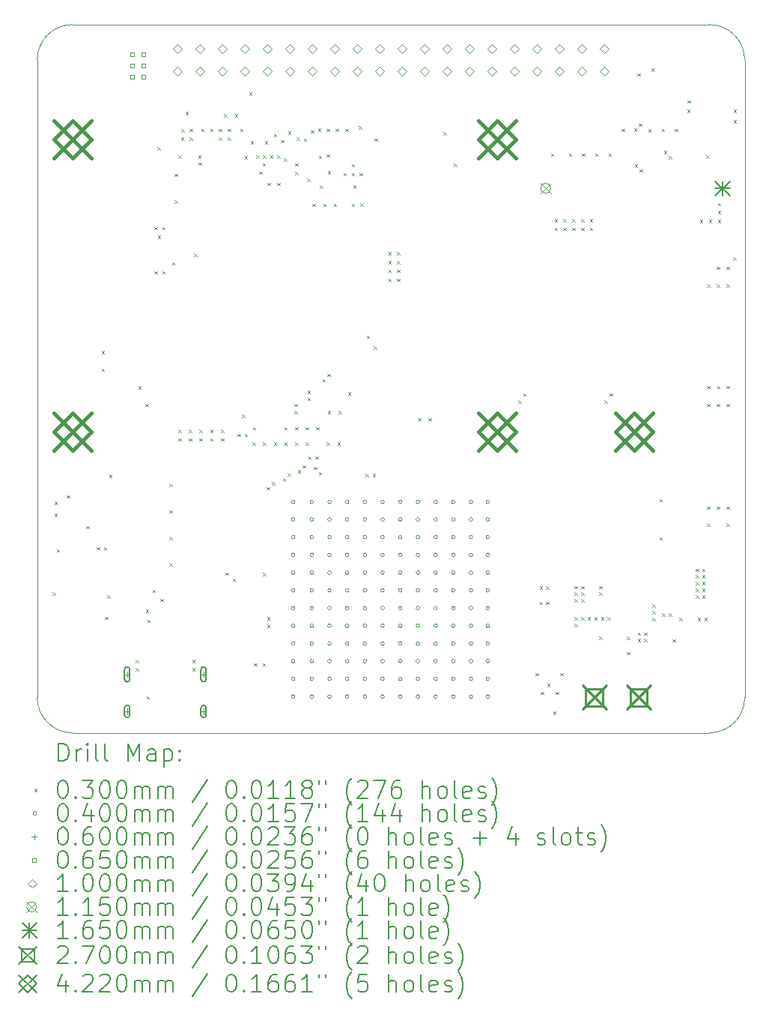
<source format=gbr>
%TF.GenerationSoftware,KiCad,Pcbnew,7.0.1*%
%TF.CreationDate,2023-05-02T11:52:05+02:00*%
%TF.ProjectId,Payload_cm4_23,5061796c-6f61-4645-9f63-6d345f32332e,rev?*%
%TF.SameCoordinates,Original*%
%TF.FileFunction,Drillmap*%
%TF.FilePolarity,Positive*%
%FSLAX45Y45*%
G04 Gerber Fmt 4.5, Leading zero omitted, Abs format (unit mm)*
G04 Created by KiCad (PCBNEW 7.0.1) date 2023-05-02 11:52:05*
%MOMM*%
%LPD*%
G01*
G04 APERTURE LIST*
%ADD10C,0.100000*%
%ADD11C,0.200000*%
%ADD12C,0.030000*%
%ADD13C,0.040000*%
%ADD14C,0.060000*%
%ADD15C,0.065000*%
%ADD16C,0.115000*%
%ADD17C,0.165000*%
%ADD18C,0.270000*%
%ADD19C,0.422000*%
G04 APERTURE END LIST*
D10*
X10930000Y-2810000D02*
X10930000Y-10010000D01*
X18930000Y-10010000D02*
X18930000Y-2810000D01*
X18530000Y-10410000D02*
G75*
G03*
X18930000Y-10010000I0J400000D01*
G01*
X10930000Y-10010000D02*
G75*
G03*
X11330000Y-10410000I400000J0D01*
G01*
X18530000Y-2410000D02*
X11330000Y-2410000D01*
X18930000Y-2810000D02*
G75*
G03*
X18530000Y-2410000I-400000J0D01*
G01*
X11330000Y-10410000D02*
X18530000Y-10410000D01*
X11330000Y-2410000D02*
G75*
G03*
X10930000Y-2810000I0J-400000D01*
G01*
D11*
D12*
X11105000Y-8825000D02*
X11135000Y-8855000D01*
X11135000Y-8825000D02*
X11105000Y-8855000D01*
X11125000Y-7797000D02*
X11155000Y-7827000D01*
X11155000Y-7797000D02*
X11125000Y-7827000D01*
X11125000Y-7935000D02*
X11155000Y-7965000D01*
X11155000Y-7935000D02*
X11125000Y-7965000D01*
X11150000Y-8335000D02*
X11180000Y-8365000D01*
X11180000Y-8335000D02*
X11150000Y-8365000D01*
X11265000Y-7725000D02*
X11295000Y-7755000D01*
X11295000Y-7725000D02*
X11265000Y-7755000D01*
X11485000Y-8075000D02*
X11515000Y-8105000D01*
X11515000Y-8075000D02*
X11485000Y-8105000D01*
X11605000Y-8310000D02*
X11635000Y-8340000D01*
X11635000Y-8310000D02*
X11605000Y-8340000D01*
X11660000Y-6095000D02*
X11690000Y-6125000D01*
X11690000Y-6095000D02*
X11660000Y-6125000D01*
X11660000Y-6295000D02*
X11690000Y-6325000D01*
X11690000Y-6295000D02*
X11660000Y-6325000D01*
X11685000Y-8310000D02*
X11715000Y-8340000D01*
X11715000Y-8310000D02*
X11685000Y-8340000D01*
X11695000Y-9100000D02*
X11725000Y-9130000D01*
X11725000Y-9100000D02*
X11695000Y-9130000D01*
X11720000Y-8855000D02*
X11750000Y-8885000D01*
X11750000Y-8855000D02*
X11720000Y-8885000D01*
X11745000Y-7495000D02*
X11775000Y-7525000D01*
X11775000Y-7495000D02*
X11745000Y-7525000D01*
X12045000Y-9585000D02*
X12075000Y-9615000D01*
X12075000Y-9585000D02*
X12045000Y-9615000D01*
X12045000Y-9677000D02*
X12075000Y-9707000D01*
X12075000Y-9677000D02*
X12045000Y-9707000D01*
X12075000Y-6495000D02*
X12105000Y-6525000D01*
X12105000Y-6495000D02*
X12075000Y-6525000D01*
X12155000Y-6695000D02*
X12185000Y-6725000D01*
X12185000Y-6695000D02*
X12155000Y-6725000D01*
X12157000Y-9016000D02*
X12187000Y-9046000D01*
X12187000Y-9016000D02*
X12157000Y-9046000D01*
X12165000Y-9995000D02*
X12195000Y-10025000D01*
X12195000Y-9995000D02*
X12165000Y-10025000D01*
X12174000Y-9134000D02*
X12204000Y-9164000D01*
X12204000Y-9134000D02*
X12174000Y-9164000D01*
X12235000Y-8795000D02*
X12265000Y-8825000D01*
X12265000Y-8795000D02*
X12235000Y-8825000D01*
X12255000Y-4695000D02*
X12285000Y-4725000D01*
X12285000Y-4695000D02*
X12255000Y-4725000D01*
X12255000Y-5195000D02*
X12285000Y-5225000D01*
X12285000Y-5195000D02*
X12255000Y-5225000D01*
X12290000Y-3795000D02*
X12320000Y-3825000D01*
X12320000Y-3795000D02*
X12290000Y-3825000D01*
X12295000Y-4795000D02*
X12325000Y-4825000D01*
X12325000Y-4795000D02*
X12295000Y-4825000D01*
X12325000Y-8895000D02*
X12355000Y-8925000D01*
X12355000Y-8895000D02*
X12325000Y-8925000D01*
X12345000Y-4695000D02*
X12375000Y-4725000D01*
X12375000Y-4695000D02*
X12345000Y-4725000D01*
X12345000Y-5195000D02*
X12375000Y-5225000D01*
X12375000Y-5195000D02*
X12345000Y-5225000D01*
X12425000Y-7595000D02*
X12455000Y-7625000D01*
X12455000Y-7595000D02*
X12425000Y-7625000D01*
X12425000Y-7895000D02*
X12455000Y-7925000D01*
X12455000Y-7895000D02*
X12425000Y-7925000D01*
X12425000Y-8195000D02*
X12455000Y-8225000D01*
X12455000Y-8195000D02*
X12425000Y-8225000D01*
X12425000Y-8495000D02*
X12455000Y-8525000D01*
X12455000Y-8495000D02*
X12425000Y-8525000D01*
X12455000Y-5095000D02*
X12485000Y-5125000D01*
X12485000Y-5095000D02*
X12455000Y-5125000D01*
X12485000Y-4095000D02*
X12515000Y-4125000D01*
X12515000Y-4095000D02*
X12485000Y-4125000D01*
X12485000Y-4395000D02*
X12515000Y-4425000D01*
X12515000Y-4395000D02*
X12485000Y-4425000D01*
X12525000Y-3885000D02*
X12555000Y-3915000D01*
X12555000Y-3885000D02*
X12525000Y-3915000D01*
X12525000Y-6985000D02*
X12555000Y-7015000D01*
X12555000Y-6985000D02*
X12525000Y-7015000D01*
X12525000Y-7085000D02*
X12555000Y-7115000D01*
X12555000Y-7085000D02*
X12525000Y-7115000D01*
X12555000Y-3685000D02*
X12585000Y-3715000D01*
X12585000Y-3685000D02*
X12555000Y-3715000D01*
X12560000Y-3590000D02*
X12590000Y-3620000D01*
X12590000Y-3590000D02*
X12560000Y-3620000D01*
X12605000Y-3395000D02*
X12635000Y-3425000D01*
X12635000Y-3395000D02*
X12605000Y-3425000D01*
X12645000Y-6985000D02*
X12675000Y-7015000D01*
X12675000Y-6985000D02*
X12645000Y-7015000D01*
X12645000Y-7085000D02*
X12675000Y-7115000D01*
X12675000Y-7085000D02*
X12645000Y-7115000D01*
X12655000Y-3585000D02*
X12685000Y-3615000D01*
X12685000Y-3585000D02*
X12655000Y-3615000D01*
X12655000Y-3685000D02*
X12685000Y-3715000D01*
X12685000Y-3685000D02*
X12655000Y-3715000D01*
X12685000Y-9585000D02*
X12715000Y-9615000D01*
X12715000Y-9585000D02*
X12685000Y-9615000D01*
X12685000Y-9677000D02*
X12715000Y-9707000D01*
X12715000Y-9677000D02*
X12685000Y-9707000D01*
X12705000Y-4995000D02*
X12735000Y-5025000D01*
X12735000Y-4995000D02*
X12705000Y-5025000D01*
X12752500Y-3885000D02*
X12782500Y-3915000D01*
X12782500Y-3885000D02*
X12752500Y-3915000D01*
X12754000Y-3968000D02*
X12784000Y-3998000D01*
X12784000Y-3968000D02*
X12754000Y-3998000D01*
X12765000Y-6985000D02*
X12795000Y-7015000D01*
X12795000Y-6985000D02*
X12765000Y-7015000D01*
X12765000Y-7085000D02*
X12795000Y-7115000D01*
X12795000Y-7085000D02*
X12765000Y-7115000D01*
X12785000Y-3585000D02*
X12815000Y-3615000D01*
X12815000Y-3585000D02*
X12785000Y-3615000D01*
X12885000Y-3585000D02*
X12915000Y-3615000D01*
X12915000Y-3585000D02*
X12885000Y-3615000D01*
X12885000Y-6985000D02*
X12915000Y-7015000D01*
X12915000Y-6985000D02*
X12885000Y-7015000D01*
X12885000Y-7085000D02*
X12915000Y-7115000D01*
X12915000Y-7085000D02*
X12885000Y-7115000D01*
X12985000Y-3585000D02*
X13015000Y-3615000D01*
X13015000Y-3585000D02*
X12985000Y-3615000D01*
X12985000Y-3685000D02*
X13015000Y-3715000D01*
X13015000Y-3685000D02*
X12985000Y-3715000D01*
X13010000Y-6985000D02*
X13040000Y-7015000D01*
X13040000Y-6985000D02*
X13010000Y-7015000D01*
X13010000Y-7085000D02*
X13040000Y-7115000D01*
X13040000Y-7085000D02*
X13010000Y-7115000D01*
X13045000Y-3420000D02*
X13075000Y-3450000D01*
X13075000Y-3420000D02*
X13045000Y-3450000D01*
X13060000Y-8600000D02*
X13090000Y-8630000D01*
X13090000Y-8600000D02*
X13060000Y-8630000D01*
X13085000Y-3585000D02*
X13115000Y-3615000D01*
X13115000Y-3585000D02*
X13085000Y-3615000D01*
X13085000Y-3685000D02*
X13115000Y-3715000D01*
X13115000Y-3685000D02*
X13085000Y-3715000D01*
X13140000Y-8665000D02*
X13170000Y-8695000D01*
X13170000Y-8665000D02*
X13140000Y-8695000D01*
X13165000Y-3420000D02*
X13195000Y-3450000D01*
X13195000Y-3420000D02*
X13165000Y-3450000D01*
X13195000Y-7032361D02*
X13225000Y-7062361D01*
X13225000Y-7032361D02*
X13195000Y-7062361D01*
X13225000Y-3585000D02*
X13255000Y-3615000D01*
X13255000Y-3585000D02*
X13225000Y-3615000D01*
X13245000Y-6815000D02*
X13275000Y-6845000D01*
X13275000Y-6815000D02*
X13245000Y-6845000D01*
X13275000Y-3895000D02*
X13305000Y-3925000D01*
X13305000Y-3895000D02*
X13275000Y-3925000D01*
X13275000Y-7032361D02*
X13305000Y-7062361D01*
X13305000Y-7032361D02*
X13275000Y-7062361D01*
X13325000Y-3175000D02*
X13355000Y-3205000D01*
X13355000Y-3175000D02*
X13325000Y-3205000D01*
X13345000Y-3725000D02*
X13375000Y-3755000D01*
X13375000Y-3725000D02*
X13345000Y-3755000D01*
X13365000Y-7130000D02*
X13395000Y-7160000D01*
X13395000Y-7130000D02*
X13365000Y-7160000D01*
X13370000Y-6955000D02*
X13400000Y-6985000D01*
X13400000Y-6955000D02*
X13370000Y-6985000D01*
X13380000Y-9625000D02*
X13410000Y-9655000D01*
X13410000Y-9625000D02*
X13380000Y-9655000D01*
X13406450Y-3885000D02*
X13436450Y-3915000D01*
X13436450Y-3885000D02*
X13406450Y-3915000D01*
X13442000Y-4070000D02*
X13472000Y-4100000D01*
X13472000Y-4070000D02*
X13442000Y-4100000D01*
X13480000Y-3977500D02*
X13510000Y-4007500D01*
X13510000Y-3977500D02*
X13480000Y-4007500D01*
X13480000Y-9625000D02*
X13510000Y-9655000D01*
X13510000Y-9625000D02*
X13480000Y-9655000D01*
X13485000Y-3885000D02*
X13515000Y-3915000D01*
X13515000Y-3885000D02*
X13485000Y-3915000D01*
X13485000Y-7130000D02*
X13515000Y-7160000D01*
X13515000Y-7130000D02*
X13485000Y-7160000D01*
X13485000Y-8605000D02*
X13515000Y-8635000D01*
X13515000Y-8605000D02*
X13485000Y-8635000D01*
X13505000Y-3725000D02*
X13535000Y-3755000D01*
X13535000Y-3725000D02*
X13505000Y-3755000D01*
X13526716Y-7633284D02*
X13556716Y-7663284D01*
X13556716Y-7633284D02*
X13526716Y-7663284D01*
X13529000Y-9188000D02*
X13559000Y-9218000D01*
X13559000Y-9188000D02*
X13529000Y-9218000D01*
X13530000Y-9105000D02*
X13560000Y-9135000D01*
X13560000Y-9105000D02*
X13530000Y-9135000D01*
X13535000Y-4195000D02*
X13565000Y-4225000D01*
X13565000Y-4195000D02*
X13535000Y-4225000D01*
X13565000Y-3885000D02*
X13595000Y-3915000D01*
X13595000Y-3885000D02*
X13565000Y-3915000D01*
X13583284Y-7576716D02*
X13613284Y-7606716D01*
X13613284Y-7576716D02*
X13583284Y-7606716D01*
X13605000Y-3645000D02*
X13635000Y-3675000D01*
X13635000Y-3645000D02*
X13605000Y-3675000D01*
X13605000Y-7130000D02*
X13635000Y-7160000D01*
X13635000Y-7130000D02*
X13605000Y-7160000D01*
X13645000Y-3885000D02*
X13675000Y-3915000D01*
X13675000Y-3885000D02*
X13645000Y-3915000D01*
X13645000Y-4195000D02*
X13675000Y-4225000D01*
X13675000Y-4195000D02*
X13645000Y-4225000D01*
X13685000Y-3715000D02*
X13715000Y-3745000D01*
X13715000Y-3715000D02*
X13685000Y-3745000D01*
X13706716Y-7533284D02*
X13736716Y-7563284D01*
X13736716Y-7533284D02*
X13706716Y-7563284D01*
X13720000Y-3920000D02*
X13750000Y-3950000D01*
X13750000Y-3920000D02*
X13720000Y-3950000D01*
X13725000Y-6955000D02*
X13755000Y-6985000D01*
X13755000Y-6955000D02*
X13725000Y-6985000D01*
X13725000Y-7130000D02*
X13755000Y-7160000D01*
X13755000Y-7130000D02*
X13725000Y-7160000D01*
X13763284Y-7476716D02*
X13793284Y-7506716D01*
X13793284Y-7476716D02*
X13763284Y-7506716D01*
X13765000Y-3615000D02*
X13795000Y-3645000D01*
X13795000Y-3615000D02*
X13765000Y-3645000D01*
X13836734Y-6695000D02*
X13866734Y-6725000D01*
X13866734Y-6695000D02*
X13836734Y-6725000D01*
X13836734Y-6775000D02*
X13866734Y-6805000D01*
X13866734Y-6775000D02*
X13836734Y-6805000D01*
X13845000Y-3975000D02*
X13875000Y-4005000D01*
X13875000Y-3975000D02*
X13845000Y-4005000D01*
X13845000Y-4075000D02*
X13875000Y-4105000D01*
X13875000Y-4075000D02*
X13845000Y-4105000D01*
X13845000Y-6955000D02*
X13875000Y-6985000D01*
X13875000Y-6955000D02*
X13845000Y-6985000D01*
X13845000Y-7130000D02*
X13875000Y-7160000D01*
X13875000Y-7130000D02*
X13845000Y-7160000D01*
X13865000Y-3685000D02*
X13895000Y-3715000D01*
X13895000Y-3685000D02*
X13865000Y-3715000D01*
X13876716Y-7443284D02*
X13906716Y-7473284D01*
X13906716Y-7443284D02*
X13876716Y-7473284D01*
X13933284Y-7386716D02*
X13963284Y-7416716D01*
X13963284Y-7386716D02*
X13933284Y-7416716D01*
X13945000Y-3695000D02*
X13975000Y-3725000D01*
X13975000Y-3695000D02*
X13945000Y-3725000D01*
X13965000Y-6955000D02*
X13995000Y-6985000D01*
X13995000Y-6955000D02*
X13965000Y-6985000D01*
X13965000Y-7130000D02*
X13995000Y-7160000D01*
X13995000Y-7130000D02*
X13965000Y-7160000D01*
X13985000Y-4150000D02*
X14015000Y-4180000D01*
X14015000Y-4150000D02*
X13985000Y-4180000D01*
X13986734Y-6545000D02*
X14016734Y-6575000D01*
X14016734Y-6545000D02*
X13986734Y-6575000D01*
X13986734Y-6625000D02*
X14016734Y-6655000D01*
X14016734Y-6625000D02*
X13986734Y-6655000D01*
X13995000Y-7285000D02*
X14025000Y-7315000D01*
X14025000Y-7285000D02*
X13995000Y-7315000D01*
X14025000Y-3605000D02*
X14055000Y-3635000D01*
X14055000Y-3605000D02*
X14025000Y-3635000D01*
X14040000Y-4435000D02*
X14070000Y-4465000D01*
X14070000Y-4435000D02*
X14040000Y-4465000D01*
X14056716Y-7406716D02*
X14086716Y-7436716D01*
X14086716Y-7406716D02*
X14056716Y-7436716D01*
X14075000Y-7285000D02*
X14105000Y-7315000D01*
X14105000Y-7285000D02*
X14075000Y-7315000D01*
X14085000Y-6955000D02*
X14115000Y-6985000D01*
X14115000Y-6955000D02*
X14085000Y-6985000D01*
X14105000Y-3583550D02*
X14135000Y-3613550D01*
X14135000Y-3583550D02*
X14105000Y-3613550D01*
X14113284Y-7463284D02*
X14143284Y-7493284D01*
X14143284Y-7463284D02*
X14113284Y-7493284D01*
X14115000Y-3890000D02*
X14145000Y-3920000D01*
X14145000Y-3890000D02*
X14115000Y-3920000D01*
X14125000Y-4225000D02*
X14155000Y-4255000D01*
X14155000Y-4225000D02*
X14125000Y-4255000D01*
X14156716Y-6413284D02*
X14186716Y-6443284D01*
X14186716Y-6413284D02*
X14156716Y-6443284D01*
X14165000Y-4435000D02*
X14195000Y-4465000D01*
X14195000Y-4435000D02*
X14165000Y-4465000D01*
X14205000Y-3585000D02*
X14235000Y-3615000D01*
X14235000Y-3585000D02*
X14205000Y-3615000D01*
X14205000Y-3875000D02*
X14235000Y-3905000D01*
X14235000Y-3875000D02*
X14205000Y-3905000D01*
X14205000Y-7130000D02*
X14235000Y-7160000D01*
X14235000Y-7130000D02*
X14205000Y-7160000D01*
X14213284Y-6356716D02*
X14243284Y-6386716D01*
X14243284Y-6356716D02*
X14213284Y-6386716D01*
X14215000Y-4065000D02*
X14245000Y-4095000D01*
X14245000Y-4065000D02*
X14215000Y-4095000D01*
X14215000Y-6775000D02*
X14245000Y-6805000D01*
X14245000Y-6775000D02*
X14215000Y-6805000D01*
X14285000Y-4435000D02*
X14315000Y-4465000D01*
X14315000Y-4435000D02*
X14285000Y-4465000D01*
X14305000Y-3585000D02*
X14335000Y-3615000D01*
X14335000Y-3585000D02*
X14305000Y-3615000D01*
X14325000Y-7130000D02*
X14355000Y-7160000D01*
X14355000Y-7130000D02*
X14325000Y-7160000D01*
X14340000Y-6775000D02*
X14370000Y-6805000D01*
X14370000Y-6775000D02*
X14340000Y-6805000D01*
X14395000Y-4085000D02*
X14425000Y-4115000D01*
X14425000Y-4085000D02*
X14395000Y-4115000D01*
X14415000Y-3585000D02*
X14445000Y-3615000D01*
X14445000Y-3585000D02*
X14415000Y-3615000D01*
X14445000Y-6565000D02*
X14475000Y-6595000D01*
X14475000Y-6565000D02*
X14445000Y-6595000D01*
X14485000Y-3985000D02*
X14515000Y-4015000D01*
X14515000Y-3985000D02*
X14485000Y-4015000D01*
X14485000Y-4085000D02*
X14515000Y-4115000D01*
X14515000Y-4085000D02*
X14485000Y-4115000D01*
X14485000Y-4435000D02*
X14515000Y-4465000D01*
X14515000Y-4435000D02*
X14485000Y-4465000D01*
X14505000Y-4225000D02*
X14535000Y-4255000D01*
X14535000Y-4225000D02*
X14505000Y-4255000D01*
X14565000Y-3555000D02*
X14595000Y-3585000D01*
X14595000Y-3555000D02*
X14565000Y-3585000D01*
X14575000Y-4085000D02*
X14605000Y-4115000D01*
X14605000Y-4085000D02*
X14575000Y-4115000D01*
X14585000Y-4430000D02*
X14615000Y-4460000D01*
X14615000Y-4430000D02*
X14585000Y-4460000D01*
X14645000Y-7485000D02*
X14675000Y-7515000D01*
X14675000Y-7485000D02*
X14645000Y-7515000D01*
X14655000Y-5925000D02*
X14685000Y-5955000D01*
X14685000Y-5925000D02*
X14655000Y-5955000D01*
X14725000Y-7485000D02*
X14755000Y-7515000D01*
X14755000Y-7485000D02*
X14725000Y-7515000D01*
X14735000Y-6045000D02*
X14765000Y-6075000D01*
X14765000Y-6045000D02*
X14735000Y-6075000D01*
X14745000Y-3695000D02*
X14775000Y-3725000D01*
X14775000Y-3695000D02*
X14745000Y-3725000D01*
X14900000Y-4980000D02*
X14930000Y-5010000D01*
X14930000Y-4980000D02*
X14900000Y-5010000D01*
X14900000Y-5080000D02*
X14930000Y-5110000D01*
X14930000Y-5080000D02*
X14900000Y-5110000D01*
X14900000Y-5180000D02*
X14930000Y-5210000D01*
X14930000Y-5180000D02*
X14900000Y-5210000D01*
X14900000Y-5280000D02*
X14930000Y-5310000D01*
X14930000Y-5280000D02*
X14900000Y-5310000D01*
X15000000Y-4980000D02*
X15030000Y-5010000D01*
X15030000Y-4980000D02*
X15000000Y-5010000D01*
X15000000Y-5080000D02*
X15030000Y-5110000D01*
X15030000Y-5080000D02*
X15000000Y-5110000D01*
X15000000Y-5180000D02*
X15030000Y-5210000D01*
X15030000Y-5180000D02*
X15000000Y-5210000D01*
X15000000Y-5280000D02*
X15030000Y-5310000D01*
X15030000Y-5280000D02*
X15000000Y-5310000D01*
X15235000Y-6855000D02*
X15265000Y-6885000D01*
X15265000Y-6855000D02*
X15235000Y-6885000D01*
X15355000Y-6855000D02*
X15385000Y-6885000D01*
X15385000Y-6855000D02*
X15355000Y-6885000D01*
X15525000Y-3625000D02*
X15555000Y-3655000D01*
X15555000Y-3625000D02*
X15525000Y-3655000D01*
X15640000Y-3980000D02*
X15670000Y-4010000D01*
X15670000Y-3980000D02*
X15640000Y-4010000D01*
X16370000Y-6655000D02*
X16400000Y-6685000D01*
X16400000Y-6655000D02*
X16370000Y-6685000D01*
X16425000Y-6575000D02*
X16455000Y-6605000D01*
X16455000Y-6575000D02*
X16425000Y-6605000D01*
X16565000Y-9735000D02*
X16595000Y-9765000D01*
X16595000Y-9735000D02*
X16565000Y-9765000D01*
X16610000Y-8755000D02*
X16640000Y-8785000D01*
X16640000Y-8755000D02*
X16610000Y-8785000D01*
X16610000Y-8930000D02*
X16640000Y-8960000D01*
X16640000Y-8930000D02*
X16610000Y-8960000D01*
X16625000Y-9945000D02*
X16655000Y-9975000D01*
X16655000Y-9945000D02*
X16625000Y-9975000D01*
X16685000Y-8755000D02*
X16715000Y-8785000D01*
X16715000Y-8755000D02*
X16685000Y-8785000D01*
X16685000Y-8930000D02*
X16715000Y-8960000D01*
X16715000Y-8930000D02*
X16685000Y-8960000D01*
X16695000Y-9855000D02*
X16725000Y-9885000D01*
X16725000Y-9855000D02*
X16695000Y-9885000D01*
X16740000Y-3865000D02*
X16770000Y-3895000D01*
X16770000Y-3865000D02*
X16740000Y-3895000D01*
X16765000Y-10167500D02*
X16795000Y-10197500D01*
X16795000Y-10167500D02*
X16765000Y-10197500D01*
X16780000Y-4605000D02*
X16810000Y-4635000D01*
X16810000Y-4605000D02*
X16780000Y-4635000D01*
X16780000Y-4705000D02*
X16810000Y-4735000D01*
X16810000Y-4705000D02*
X16780000Y-4735000D01*
X16795000Y-9945000D02*
X16825000Y-9975000D01*
X16825000Y-9945000D02*
X16795000Y-9975000D01*
X16845000Y-9735000D02*
X16875000Y-9765000D01*
X16875000Y-9735000D02*
X16845000Y-9765000D01*
X16880000Y-4605000D02*
X16910000Y-4635000D01*
X16910000Y-4605000D02*
X16880000Y-4635000D01*
X16880000Y-4705000D02*
X16910000Y-4735000D01*
X16910000Y-4705000D02*
X16880000Y-4735000D01*
X16940000Y-3865000D02*
X16970000Y-3895000D01*
X16970000Y-3865000D02*
X16940000Y-3895000D01*
X16980000Y-4605000D02*
X17010000Y-4635000D01*
X17010000Y-4605000D02*
X16980000Y-4635000D01*
X16980000Y-4705000D02*
X17010000Y-4735000D01*
X17010000Y-4705000D02*
X16980000Y-4735000D01*
X17005000Y-8750000D02*
X17035000Y-8780000D01*
X17035000Y-8750000D02*
X17005000Y-8780000D01*
X17005000Y-8825000D02*
X17035000Y-8855000D01*
X17035000Y-8825000D02*
X17005000Y-8855000D01*
X17005000Y-8900000D02*
X17035000Y-8930000D01*
X17035000Y-8900000D02*
X17005000Y-8930000D01*
X17005000Y-9105000D02*
X17035000Y-9135000D01*
X17035000Y-9105000D02*
X17005000Y-9135000D01*
X17005000Y-9180000D02*
X17035000Y-9210000D01*
X17035000Y-9180000D02*
X17005000Y-9210000D01*
X17080000Y-4605000D02*
X17110000Y-4635000D01*
X17110000Y-4605000D02*
X17080000Y-4635000D01*
X17080000Y-4705000D02*
X17110000Y-4735000D01*
X17110000Y-4705000D02*
X17080000Y-4735000D01*
X17080000Y-8750000D02*
X17110000Y-8780000D01*
X17110000Y-8750000D02*
X17080000Y-8780000D01*
X17080000Y-8825000D02*
X17110000Y-8855000D01*
X17110000Y-8825000D02*
X17080000Y-8855000D01*
X17080000Y-8900000D02*
X17110000Y-8930000D01*
X17110000Y-8900000D02*
X17080000Y-8930000D01*
X17080000Y-9105000D02*
X17110000Y-9135000D01*
X17110000Y-9105000D02*
X17080000Y-9135000D01*
X17090000Y-3865000D02*
X17120000Y-3895000D01*
X17120000Y-3865000D02*
X17090000Y-3895000D01*
X17155000Y-9105000D02*
X17185000Y-9135000D01*
X17185000Y-9105000D02*
X17155000Y-9135000D01*
X17180000Y-4605000D02*
X17210000Y-4635000D01*
X17210000Y-4605000D02*
X17180000Y-4635000D01*
X17180000Y-4705000D02*
X17210000Y-4735000D01*
X17210000Y-4705000D02*
X17180000Y-4735000D01*
X17230000Y-9105000D02*
X17260000Y-9135000D01*
X17260000Y-9105000D02*
X17230000Y-9135000D01*
X17240000Y-3865000D02*
X17270000Y-3895000D01*
X17270000Y-3865000D02*
X17240000Y-3895000D01*
X17285000Y-8750000D02*
X17315000Y-8780000D01*
X17315000Y-8750000D02*
X17285000Y-8780000D01*
X17285000Y-8825000D02*
X17315000Y-8855000D01*
X17315000Y-8825000D02*
X17285000Y-8855000D01*
X17285000Y-9325000D02*
X17315000Y-9355000D01*
X17315000Y-9325000D02*
X17285000Y-9355000D01*
X17305000Y-9105000D02*
X17335000Y-9135000D01*
X17335000Y-9105000D02*
X17305000Y-9135000D01*
X17345000Y-6655000D02*
X17375000Y-6685000D01*
X17375000Y-6655000D02*
X17345000Y-6685000D01*
X17380000Y-9105000D02*
X17410000Y-9135000D01*
X17410000Y-9105000D02*
X17380000Y-9135000D01*
X17390000Y-3865000D02*
X17420000Y-3895000D01*
X17420000Y-3865000D02*
X17390000Y-3895000D01*
X17405000Y-6575000D02*
X17435000Y-6605000D01*
X17435000Y-6575000D02*
X17405000Y-6605000D01*
X17540000Y-3585000D02*
X17570000Y-3615000D01*
X17570000Y-3585000D02*
X17540000Y-3615000D01*
X17600000Y-9325000D02*
X17630000Y-9355000D01*
X17630000Y-9325000D02*
X17600000Y-9355000D01*
X17600000Y-9495000D02*
X17630000Y-9525000D01*
X17630000Y-9495000D02*
X17600000Y-9525000D01*
X17676716Y-3583284D02*
X17706716Y-3613284D01*
X17706716Y-3583284D02*
X17676716Y-3613284D01*
X17686716Y-3986716D02*
X17716716Y-4016716D01*
X17716716Y-3986716D02*
X17686716Y-4016716D01*
X17714250Y-2959250D02*
X17744250Y-2989250D01*
X17744250Y-2959250D02*
X17714250Y-2989250D01*
X17720000Y-9275000D02*
X17750000Y-9305000D01*
X17750000Y-9275000D02*
X17720000Y-9305000D01*
X17720000Y-9350000D02*
X17750000Y-9380000D01*
X17750000Y-9350000D02*
X17720000Y-9380000D01*
X17733284Y-3526716D02*
X17763284Y-3556716D01*
X17763284Y-3526716D02*
X17733284Y-3556716D01*
X17743284Y-4043284D02*
X17773284Y-4073284D01*
X17773284Y-4043284D02*
X17743284Y-4073284D01*
X17795000Y-9275000D02*
X17825000Y-9305000D01*
X17825000Y-9275000D02*
X17795000Y-9305000D01*
X17795000Y-9350000D02*
X17825000Y-9380000D01*
X17825000Y-9350000D02*
X17795000Y-9380000D01*
X17840000Y-3590000D02*
X17870000Y-3620000D01*
X17870000Y-3590000D02*
X17840000Y-3620000D01*
X17875000Y-2905000D02*
X17905000Y-2935000D01*
X17905000Y-2905000D02*
X17875000Y-2935000D01*
X17885000Y-8960000D02*
X17915000Y-8990000D01*
X17915000Y-8960000D02*
X17885000Y-8990000D01*
X17885000Y-9035000D02*
X17915000Y-9065000D01*
X17915000Y-9035000D02*
X17885000Y-9065000D01*
X17885000Y-9110000D02*
X17915000Y-9140000D01*
X17915000Y-9110000D02*
X17885000Y-9140000D01*
X17965000Y-7770000D02*
X17995000Y-7800000D01*
X17995000Y-7770000D02*
X17965000Y-7800000D01*
X17965000Y-8200000D02*
X17995000Y-8230000D01*
X17995000Y-8200000D02*
X17965000Y-8230000D01*
X17990000Y-3585000D02*
X18020000Y-3615000D01*
X18020000Y-3585000D02*
X17990000Y-3615000D01*
X17995000Y-9060000D02*
X18025000Y-9090000D01*
X18025000Y-9060000D02*
X17995000Y-9090000D01*
X18016716Y-3838166D02*
X18046716Y-3868166D01*
X18046716Y-3838166D02*
X18016716Y-3868166D01*
X18070000Y-9060000D02*
X18100000Y-9090000D01*
X18100000Y-9060000D02*
X18070000Y-9090000D01*
X18073284Y-3894734D02*
X18103284Y-3924734D01*
X18103284Y-3894734D02*
X18073284Y-3924734D01*
X18112646Y-9352646D02*
X18142646Y-9382646D01*
X18142646Y-9352646D02*
X18112646Y-9382646D01*
X18140000Y-3585000D02*
X18170000Y-3615000D01*
X18170000Y-3585000D02*
X18140000Y-3615000D01*
X18190000Y-9110000D02*
X18220000Y-9140000D01*
X18220000Y-9110000D02*
X18190000Y-9140000D01*
X18280000Y-3370000D02*
X18310000Y-3400000D01*
X18310000Y-3370000D02*
X18280000Y-3400000D01*
X18285000Y-3265000D02*
X18315000Y-3295000D01*
X18315000Y-3265000D02*
X18285000Y-3295000D01*
X18375000Y-8555000D02*
X18405000Y-8585000D01*
X18405000Y-8555000D02*
X18375000Y-8585000D01*
X18375000Y-8630000D02*
X18405000Y-8660000D01*
X18405000Y-8630000D02*
X18375000Y-8660000D01*
X18375000Y-8705000D02*
X18405000Y-8735000D01*
X18405000Y-8705000D02*
X18375000Y-8735000D01*
X18375000Y-8780000D02*
X18405000Y-8810000D01*
X18405000Y-8780000D02*
X18375000Y-8810000D01*
X18375000Y-8855000D02*
X18405000Y-8885000D01*
X18405000Y-8855000D02*
X18375000Y-8885000D01*
X18400000Y-9110000D02*
X18430000Y-9140000D01*
X18430000Y-9110000D02*
X18400000Y-9140000D01*
X18425000Y-4615000D02*
X18455000Y-4645000D01*
X18455000Y-4615000D02*
X18425000Y-4645000D01*
X18450000Y-8555000D02*
X18480000Y-8585000D01*
X18480000Y-8555000D02*
X18450000Y-8585000D01*
X18450000Y-8630000D02*
X18480000Y-8660000D01*
X18480000Y-8630000D02*
X18450000Y-8660000D01*
X18450000Y-8705000D02*
X18480000Y-8735000D01*
X18480000Y-8705000D02*
X18450000Y-8735000D01*
X18450000Y-8780000D02*
X18480000Y-8810000D01*
X18480000Y-8780000D02*
X18450000Y-8810000D01*
X18450000Y-8855000D02*
X18480000Y-8885000D01*
X18480000Y-8855000D02*
X18450000Y-8885000D01*
X18475000Y-9110000D02*
X18505000Y-9140000D01*
X18505000Y-9110000D02*
X18475000Y-9140000D01*
X18495000Y-3885000D02*
X18525000Y-3915000D01*
X18525000Y-3885000D02*
X18495000Y-3915000D01*
X18505000Y-5345000D02*
X18535000Y-5375000D01*
X18535000Y-5345000D02*
X18505000Y-5375000D01*
X18505000Y-6492500D02*
X18535000Y-6522500D01*
X18535000Y-6492500D02*
X18505000Y-6522500D01*
X18505000Y-6695000D02*
X18535000Y-6725000D01*
X18535000Y-6695000D02*
X18505000Y-6725000D01*
X18505000Y-7852500D02*
X18535000Y-7882500D01*
X18535000Y-7852500D02*
X18505000Y-7882500D01*
X18505000Y-8045000D02*
X18535000Y-8075000D01*
X18535000Y-8045000D02*
X18505000Y-8075000D01*
X18525000Y-4615000D02*
X18555000Y-4645000D01*
X18555000Y-4615000D02*
X18525000Y-4645000D01*
X18613916Y-7852500D02*
X18643916Y-7882500D01*
X18643916Y-7852500D02*
X18613916Y-7882500D01*
X18615000Y-5145000D02*
X18645000Y-5175000D01*
X18645000Y-5145000D02*
X18615000Y-5175000D01*
X18615000Y-5345000D02*
X18645000Y-5375000D01*
X18645000Y-5345000D02*
X18615000Y-5375000D01*
X18615000Y-6695000D02*
X18645000Y-6725000D01*
X18645000Y-6695000D02*
X18615000Y-6725000D01*
X18620000Y-6492500D02*
X18650000Y-6522500D01*
X18650000Y-6492500D02*
X18620000Y-6522500D01*
X18625000Y-4425000D02*
X18655000Y-4455000D01*
X18655000Y-4425000D02*
X18625000Y-4455000D01*
X18625000Y-4515000D02*
X18655000Y-4545000D01*
X18655000Y-4515000D02*
X18625000Y-4545000D01*
X18625000Y-4615000D02*
X18655000Y-4645000D01*
X18655000Y-4615000D02*
X18625000Y-4645000D01*
X18722500Y-6492500D02*
X18752500Y-6522500D01*
X18752500Y-6492500D02*
X18722500Y-6522500D01*
X18725000Y-5145000D02*
X18755000Y-5175000D01*
X18755000Y-5145000D02*
X18725000Y-5175000D01*
X18725000Y-5345000D02*
X18755000Y-5375000D01*
X18755000Y-5345000D02*
X18725000Y-5375000D01*
X18725000Y-6695000D02*
X18755000Y-6725000D01*
X18755000Y-6695000D02*
X18725000Y-6725000D01*
X18725000Y-7852500D02*
X18755000Y-7882500D01*
X18755000Y-7852500D02*
X18725000Y-7882500D01*
X18725000Y-8045000D02*
X18755000Y-8075000D01*
X18755000Y-8045000D02*
X18725000Y-8075000D01*
X18802500Y-5040000D02*
X18832500Y-5070000D01*
X18832500Y-5040000D02*
X18802500Y-5070000D01*
X18805000Y-3370000D02*
X18835000Y-3400000D01*
X18835000Y-3370000D02*
X18805000Y-3400000D01*
X18805000Y-3490000D02*
X18835000Y-3520000D01*
X18835000Y-3490000D02*
X18805000Y-3520000D01*
D13*
X13845000Y-7800000D02*
G75*
G03*
X13845000Y-7800000I-20000J0D01*
G01*
X13845000Y-8000000D02*
G75*
G03*
X13845000Y-8000000I-20000J0D01*
G01*
X13845000Y-8200000D02*
G75*
G03*
X13845000Y-8200000I-20000J0D01*
G01*
X13845000Y-8400000D02*
G75*
G03*
X13845000Y-8400000I-20000J0D01*
G01*
X13845000Y-8600000D02*
G75*
G03*
X13845000Y-8600000I-20000J0D01*
G01*
X13845000Y-8800000D02*
G75*
G03*
X13845000Y-8800000I-20000J0D01*
G01*
X13845000Y-9000000D02*
G75*
G03*
X13845000Y-9000000I-20000J0D01*
G01*
X13845000Y-9200000D02*
G75*
G03*
X13845000Y-9200000I-20000J0D01*
G01*
X13845000Y-9400000D02*
G75*
G03*
X13845000Y-9400000I-20000J0D01*
G01*
X13845000Y-9600000D02*
G75*
G03*
X13845000Y-9600000I-20000J0D01*
G01*
X13845000Y-9800000D02*
G75*
G03*
X13845000Y-9800000I-20000J0D01*
G01*
X13845000Y-10000000D02*
G75*
G03*
X13845000Y-10000000I-20000J0D01*
G01*
X14055000Y-7800000D02*
G75*
G03*
X14055000Y-7800000I-20000J0D01*
G01*
X14055000Y-8000000D02*
G75*
G03*
X14055000Y-8000000I-20000J0D01*
G01*
X14055000Y-8200000D02*
G75*
G03*
X14055000Y-8200000I-20000J0D01*
G01*
X14055000Y-8400000D02*
G75*
G03*
X14055000Y-8400000I-20000J0D01*
G01*
X14055000Y-8600000D02*
G75*
G03*
X14055000Y-8600000I-20000J0D01*
G01*
X14055000Y-8800000D02*
G75*
G03*
X14055000Y-8800000I-20000J0D01*
G01*
X14055000Y-9000000D02*
G75*
G03*
X14055000Y-9000000I-20000J0D01*
G01*
X14055000Y-9200000D02*
G75*
G03*
X14055000Y-9200000I-20000J0D01*
G01*
X14055000Y-9400000D02*
G75*
G03*
X14055000Y-9400000I-20000J0D01*
G01*
X14055000Y-9600000D02*
G75*
G03*
X14055000Y-9600000I-20000J0D01*
G01*
X14055000Y-9800000D02*
G75*
G03*
X14055000Y-9800000I-20000J0D01*
G01*
X14055000Y-10000000D02*
G75*
G03*
X14055000Y-10000000I-20000J0D01*
G01*
X14255000Y-7800000D02*
G75*
G03*
X14255000Y-7800000I-20000J0D01*
G01*
X14255000Y-8000000D02*
G75*
G03*
X14255000Y-8000000I-20000J0D01*
G01*
X14255000Y-8200000D02*
G75*
G03*
X14255000Y-8200000I-20000J0D01*
G01*
X14255000Y-8400000D02*
G75*
G03*
X14255000Y-8400000I-20000J0D01*
G01*
X14255000Y-8600000D02*
G75*
G03*
X14255000Y-8600000I-20000J0D01*
G01*
X14255000Y-8800000D02*
G75*
G03*
X14255000Y-8800000I-20000J0D01*
G01*
X14255000Y-9000000D02*
G75*
G03*
X14255000Y-9000000I-20000J0D01*
G01*
X14255000Y-9200000D02*
G75*
G03*
X14255000Y-9200000I-20000J0D01*
G01*
X14255000Y-9400000D02*
G75*
G03*
X14255000Y-9400000I-20000J0D01*
G01*
X14255000Y-9600000D02*
G75*
G03*
X14255000Y-9600000I-20000J0D01*
G01*
X14255000Y-9800000D02*
G75*
G03*
X14255000Y-9800000I-20000J0D01*
G01*
X14255000Y-10000000D02*
G75*
G03*
X14255000Y-10000000I-20000J0D01*
G01*
X14455000Y-7800000D02*
G75*
G03*
X14455000Y-7800000I-20000J0D01*
G01*
X14455000Y-8000000D02*
G75*
G03*
X14455000Y-8000000I-20000J0D01*
G01*
X14455000Y-8200000D02*
G75*
G03*
X14455000Y-8200000I-20000J0D01*
G01*
X14455000Y-8400000D02*
G75*
G03*
X14455000Y-8400000I-20000J0D01*
G01*
X14455000Y-8600000D02*
G75*
G03*
X14455000Y-8600000I-20000J0D01*
G01*
X14455000Y-8800000D02*
G75*
G03*
X14455000Y-8800000I-20000J0D01*
G01*
X14455000Y-9000000D02*
G75*
G03*
X14455000Y-9000000I-20000J0D01*
G01*
X14455000Y-9200000D02*
G75*
G03*
X14455000Y-9200000I-20000J0D01*
G01*
X14455000Y-9400000D02*
G75*
G03*
X14455000Y-9400000I-20000J0D01*
G01*
X14455000Y-9600000D02*
G75*
G03*
X14455000Y-9600000I-20000J0D01*
G01*
X14455000Y-9800000D02*
G75*
G03*
X14455000Y-9800000I-20000J0D01*
G01*
X14455000Y-10000000D02*
G75*
G03*
X14455000Y-10000000I-20000J0D01*
G01*
X14655000Y-7800000D02*
G75*
G03*
X14655000Y-7800000I-20000J0D01*
G01*
X14655000Y-8000000D02*
G75*
G03*
X14655000Y-8000000I-20000J0D01*
G01*
X14655000Y-8200000D02*
G75*
G03*
X14655000Y-8200000I-20000J0D01*
G01*
X14655000Y-8400000D02*
G75*
G03*
X14655000Y-8400000I-20000J0D01*
G01*
X14655000Y-8600000D02*
G75*
G03*
X14655000Y-8600000I-20000J0D01*
G01*
X14655000Y-8800000D02*
G75*
G03*
X14655000Y-8800000I-20000J0D01*
G01*
X14655000Y-9000000D02*
G75*
G03*
X14655000Y-9000000I-20000J0D01*
G01*
X14655000Y-9200000D02*
G75*
G03*
X14655000Y-9200000I-20000J0D01*
G01*
X14655000Y-9400000D02*
G75*
G03*
X14655000Y-9400000I-20000J0D01*
G01*
X14655000Y-9600000D02*
G75*
G03*
X14655000Y-9600000I-20000J0D01*
G01*
X14655000Y-9800000D02*
G75*
G03*
X14655000Y-9800000I-20000J0D01*
G01*
X14655000Y-10000000D02*
G75*
G03*
X14655000Y-10000000I-20000J0D01*
G01*
X14855000Y-7800000D02*
G75*
G03*
X14855000Y-7800000I-20000J0D01*
G01*
X14855000Y-8000000D02*
G75*
G03*
X14855000Y-8000000I-20000J0D01*
G01*
X14855000Y-8200000D02*
G75*
G03*
X14855000Y-8200000I-20000J0D01*
G01*
X14855000Y-8400000D02*
G75*
G03*
X14855000Y-8400000I-20000J0D01*
G01*
X14855000Y-8600000D02*
G75*
G03*
X14855000Y-8600000I-20000J0D01*
G01*
X14855000Y-8800000D02*
G75*
G03*
X14855000Y-8800000I-20000J0D01*
G01*
X14855000Y-9000000D02*
G75*
G03*
X14855000Y-9000000I-20000J0D01*
G01*
X14855000Y-9200000D02*
G75*
G03*
X14855000Y-9200000I-20000J0D01*
G01*
X14855000Y-9400000D02*
G75*
G03*
X14855000Y-9400000I-20000J0D01*
G01*
X14855000Y-9600000D02*
G75*
G03*
X14855000Y-9600000I-20000J0D01*
G01*
X14855000Y-9800000D02*
G75*
G03*
X14855000Y-9800000I-20000J0D01*
G01*
X14855000Y-10000000D02*
G75*
G03*
X14855000Y-10000000I-20000J0D01*
G01*
X15055000Y-7800000D02*
G75*
G03*
X15055000Y-7800000I-20000J0D01*
G01*
X15055000Y-8000000D02*
G75*
G03*
X15055000Y-8000000I-20000J0D01*
G01*
X15055000Y-8200000D02*
G75*
G03*
X15055000Y-8200000I-20000J0D01*
G01*
X15055000Y-8400000D02*
G75*
G03*
X15055000Y-8400000I-20000J0D01*
G01*
X15055000Y-8600000D02*
G75*
G03*
X15055000Y-8600000I-20000J0D01*
G01*
X15055000Y-8800000D02*
G75*
G03*
X15055000Y-8800000I-20000J0D01*
G01*
X15055000Y-9000000D02*
G75*
G03*
X15055000Y-9000000I-20000J0D01*
G01*
X15055000Y-9200000D02*
G75*
G03*
X15055000Y-9200000I-20000J0D01*
G01*
X15055000Y-9400000D02*
G75*
G03*
X15055000Y-9400000I-20000J0D01*
G01*
X15055000Y-9600000D02*
G75*
G03*
X15055000Y-9600000I-20000J0D01*
G01*
X15055000Y-9800000D02*
G75*
G03*
X15055000Y-9800000I-20000J0D01*
G01*
X15055000Y-10000000D02*
G75*
G03*
X15055000Y-10000000I-20000J0D01*
G01*
X15255000Y-7800000D02*
G75*
G03*
X15255000Y-7800000I-20000J0D01*
G01*
X15255000Y-8000000D02*
G75*
G03*
X15255000Y-8000000I-20000J0D01*
G01*
X15255000Y-8200000D02*
G75*
G03*
X15255000Y-8200000I-20000J0D01*
G01*
X15255000Y-8400000D02*
G75*
G03*
X15255000Y-8400000I-20000J0D01*
G01*
X15255000Y-8600000D02*
G75*
G03*
X15255000Y-8600000I-20000J0D01*
G01*
X15255000Y-8800000D02*
G75*
G03*
X15255000Y-8800000I-20000J0D01*
G01*
X15255000Y-9000000D02*
G75*
G03*
X15255000Y-9000000I-20000J0D01*
G01*
X15255000Y-9200000D02*
G75*
G03*
X15255000Y-9200000I-20000J0D01*
G01*
X15255000Y-9400000D02*
G75*
G03*
X15255000Y-9400000I-20000J0D01*
G01*
X15255000Y-9600000D02*
G75*
G03*
X15255000Y-9600000I-20000J0D01*
G01*
X15255000Y-9800000D02*
G75*
G03*
X15255000Y-9800000I-20000J0D01*
G01*
X15255000Y-10000000D02*
G75*
G03*
X15255000Y-10000000I-20000J0D01*
G01*
X15455000Y-7800000D02*
G75*
G03*
X15455000Y-7800000I-20000J0D01*
G01*
X15455000Y-8000000D02*
G75*
G03*
X15455000Y-8000000I-20000J0D01*
G01*
X15455000Y-8200000D02*
G75*
G03*
X15455000Y-8200000I-20000J0D01*
G01*
X15455000Y-8400000D02*
G75*
G03*
X15455000Y-8400000I-20000J0D01*
G01*
X15455000Y-8600000D02*
G75*
G03*
X15455000Y-8600000I-20000J0D01*
G01*
X15455000Y-8800000D02*
G75*
G03*
X15455000Y-8800000I-20000J0D01*
G01*
X15455000Y-9000000D02*
G75*
G03*
X15455000Y-9000000I-20000J0D01*
G01*
X15455000Y-9200000D02*
G75*
G03*
X15455000Y-9200000I-20000J0D01*
G01*
X15455000Y-9400000D02*
G75*
G03*
X15455000Y-9400000I-20000J0D01*
G01*
X15455000Y-9600000D02*
G75*
G03*
X15455000Y-9600000I-20000J0D01*
G01*
X15455000Y-9800000D02*
G75*
G03*
X15455000Y-9800000I-20000J0D01*
G01*
X15455000Y-10000000D02*
G75*
G03*
X15455000Y-10000000I-20000J0D01*
G01*
X15655000Y-7800000D02*
G75*
G03*
X15655000Y-7800000I-20000J0D01*
G01*
X15655000Y-8000000D02*
G75*
G03*
X15655000Y-8000000I-20000J0D01*
G01*
X15655000Y-8200000D02*
G75*
G03*
X15655000Y-8200000I-20000J0D01*
G01*
X15655000Y-8400000D02*
G75*
G03*
X15655000Y-8400000I-20000J0D01*
G01*
X15655000Y-8600000D02*
G75*
G03*
X15655000Y-8600000I-20000J0D01*
G01*
X15655000Y-8800000D02*
G75*
G03*
X15655000Y-8800000I-20000J0D01*
G01*
X15655000Y-9000000D02*
G75*
G03*
X15655000Y-9000000I-20000J0D01*
G01*
X15655000Y-9200000D02*
G75*
G03*
X15655000Y-9200000I-20000J0D01*
G01*
X15655000Y-9400000D02*
G75*
G03*
X15655000Y-9400000I-20000J0D01*
G01*
X15655000Y-9600000D02*
G75*
G03*
X15655000Y-9600000I-20000J0D01*
G01*
X15655000Y-9800000D02*
G75*
G03*
X15655000Y-9800000I-20000J0D01*
G01*
X15655000Y-10000000D02*
G75*
G03*
X15655000Y-10000000I-20000J0D01*
G01*
X15855000Y-7800000D02*
G75*
G03*
X15855000Y-7800000I-20000J0D01*
G01*
X15855000Y-8000000D02*
G75*
G03*
X15855000Y-8000000I-20000J0D01*
G01*
X15855000Y-8200000D02*
G75*
G03*
X15855000Y-8200000I-20000J0D01*
G01*
X15855000Y-8400000D02*
G75*
G03*
X15855000Y-8400000I-20000J0D01*
G01*
X15855000Y-8600000D02*
G75*
G03*
X15855000Y-8600000I-20000J0D01*
G01*
X15855000Y-8800000D02*
G75*
G03*
X15855000Y-8800000I-20000J0D01*
G01*
X15855000Y-9000000D02*
G75*
G03*
X15855000Y-9000000I-20000J0D01*
G01*
X15855000Y-9200000D02*
G75*
G03*
X15855000Y-9200000I-20000J0D01*
G01*
X15855000Y-9400000D02*
G75*
G03*
X15855000Y-9400000I-20000J0D01*
G01*
X15855000Y-9600000D02*
G75*
G03*
X15855000Y-9600000I-20000J0D01*
G01*
X15855000Y-9800000D02*
G75*
G03*
X15855000Y-9800000I-20000J0D01*
G01*
X15855000Y-10000000D02*
G75*
G03*
X15855000Y-10000000I-20000J0D01*
G01*
X16045000Y-7800000D02*
G75*
G03*
X16045000Y-7800000I-20000J0D01*
G01*
X16045000Y-8000000D02*
G75*
G03*
X16045000Y-8000000I-20000J0D01*
G01*
X16045000Y-8200000D02*
G75*
G03*
X16045000Y-8200000I-20000J0D01*
G01*
X16045000Y-8400000D02*
G75*
G03*
X16045000Y-8400000I-20000J0D01*
G01*
X16045000Y-8600000D02*
G75*
G03*
X16045000Y-8600000I-20000J0D01*
G01*
X16045000Y-8800000D02*
G75*
G03*
X16045000Y-8800000I-20000J0D01*
G01*
X16045000Y-9000000D02*
G75*
G03*
X16045000Y-9000000I-20000J0D01*
G01*
X16045000Y-9200000D02*
G75*
G03*
X16045000Y-9200000I-20000J0D01*
G01*
X16045000Y-9400000D02*
G75*
G03*
X16045000Y-9400000I-20000J0D01*
G01*
X16045000Y-9600000D02*
G75*
G03*
X16045000Y-9600000I-20000J0D01*
G01*
X16045000Y-9800000D02*
G75*
G03*
X16045000Y-9800000I-20000J0D01*
G01*
X16045000Y-10000000D02*
G75*
G03*
X16045000Y-10000000I-20000J0D01*
G01*
D14*
X11948000Y-9719500D02*
X11948000Y-9779500D01*
X11918000Y-9749500D02*
X11978000Y-9749500D01*
D11*
X11918000Y-9694500D02*
X11918000Y-9804500D01*
X11918000Y-9804500D02*
G75*
G03*
X11978000Y-9804500I30000J0D01*
G01*
X11978000Y-9804500D02*
X11978000Y-9694500D01*
X11978000Y-9694500D02*
G75*
G03*
X11918000Y-9694500I-30000J0D01*
G01*
D14*
X11948000Y-10137500D02*
X11948000Y-10197500D01*
X11918000Y-10167500D02*
X11978000Y-10167500D01*
D11*
X11918000Y-10127500D02*
X11918000Y-10207500D01*
X11918000Y-10207500D02*
G75*
G03*
X11978000Y-10207500I30000J0D01*
G01*
X11978000Y-10207500D02*
X11978000Y-10127500D01*
X11978000Y-10127500D02*
G75*
G03*
X11918000Y-10127500I-30000J0D01*
G01*
D14*
X12812000Y-9719500D02*
X12812000Y-9779500D01*
X12782000Y-9749500D02*
X12842000Y-9749500D01*
D11*
X12782000Y-9694500D02*
X12782000Y-9804500D01*
X12782000Y-9804500D02*
G75*
G03*
X12842000Y-9804500I30000J0D01*
G01*
X12842000Y-9804500D02*
X12842000Y-9694500D01*
X12842000Y-9694500D02*
G75*
G03*
X12782000Y-9694500I-30000J0D01*
G01*
D14*
X12812000Y-10137500D02*
X12812000Y-10197500D01*
X12782000Y-10167500D02*
X12842000Y-10167500D01*
D11*
X12782000Y-10127500D02*
X12782000Y-10207500D01*
X12782000Y-10207500D02*
G75*
G03*
X12842000Y-10207500I30000J0D01*
G01*
X12842000Y-10207500D02*
X12842000Y-10127500D01*
X12842000Y-10127500D02*
G75*
G03*
X12782000Y-10127500I-30000J0D01*
G01*
D15*
X12025981Y-2768981D02*
X12025981Y-2723019D01*
X11980019Y-2723019D01*
X11980019Y-2768981D01*
X12025981Y-2768981D01*
X12025981Y-2895981D02*
X12025981Y-2850019D01*
X11980019Y-2850019D01*
X11980019Y-2895981D01*
X12025981Y-2895981D01*
X12025981Y-3022981D02*
X12025981Y-2977019D01*
X11980019Y-2977019D01*
X11980019Y-3022981D01*
X12025981Y-3022981D01*
X12152981Y-2768981D02*
X12152981Y-2723019D01*
X12107019Y-2723019D01*
X12107019Y-2768981D01*
X12152981Y-2768981D01*
X12152981Y-2895981D02*
X12152981Y-2850019D01*
X12107019Y-2850019D01*
X12107019Y-2895981D01*
X12152981Y-2895981D01*
X12152981Y-3022981D02*
X12152981Y-2977019D01*
X12107019Y-2977019D01*
X12107019Y-3022981D01*
X12152981Y-3022981D01*
D10*
X12517500Y-2733500D02*
X12567500Y-2683500D01*
X12517500Y-2633500D01*
X12467500Y-2683500D01*
X12517500Y-2733500D01*
X12517500Y-2987500D02*
X12567500Y-2937500D01*
X12517500Y-2887500D01*
X12467500Y-2937500D01*
X12517500Y-2987500D01*
X12771500Y-2733500D02*
X12821500Y-2683500D01*
X12771500Y-2633500D01*
X12721500Y-2683500D01*
X12771500Y-2733500D01*
X12771500Y-2987500D02*
X12821500Y-2937500D01*
X12771500Y-2887500D01*
X12721500Y-2937500D01*
X12771500Y-2987500D01*
X13025500Y-2733500D02*
X13075500Y-2683500D01*
X13025500Y-2633500D01*
X12975500Y-2683500D01*
X13025500Y-2733500D01*
X13025500Y-2987500D02*
X13075500Y-2937500D01*
X13025500Y-2887500D01*
X12975500Y-2937500D01*
X13025500Y-2987500D01*
X13279500Y-2733500D02*
X13329500Y-2683500D01*
X13279500Y-2633500D01*
X13229500Y-2683500D01*
X13279500Y-2733500D01*
X13279500Y-2987500D02*
X13329500Y-2937500D01*
X13279500Y-2887500D01*
X13229500Y-2937500D01*
X13279500Y-2987500D01*
X13533500Y-2733500D02*
X13583500Y-2683500D01*
X13533500Y-2633500D01*
X13483500Y-2683500D01*
X13533500Y-2733500D01*
X13533500Y-2987500D02*
X13583500Y-2937500D01*
X13533500Y-2887500D01*
X13483500Y-2937500D01*
X13533500Y-2987500D01*
X13787500Y-2733500D02*
X13837500Y-2683500D01*
X13787500Y-2633500D01*
X13737500Y-2683500D01*
X13787500Y-2733500D01*
X13787500Y-2987500D02*
X13837500Y-2937500D01*
X13787500Y-2887500D01*
X13737500Y-2937500D01*
X13787500Y-2987500D01*
X14041500Y-2733500D02*
X14091500Y-2683500D01*
X14041500Y-2633500D01*
X13991500Y-2683500D01*
X14041500Y-2733500D01*
X14041500Y-2987500D02*
X14091500Y-2937500D01*
X14041500Y-2887500D01*
X13991500Y-2937500D01*
X14041500Y-2987500D01*
X14295500Y-2733500D02*
X14345500Y-2683500D01*
X14295500Y-2633500D01*
X14245500Y-2683500D01*
X14295500Y-2733500D01*
X14295500Y-2987500D02*
X14345500Y-2937500D01*
X14295500Y-2887500D01*
X14245500Y-2937500D01*
X14295500Y-2987500D01*
X14549500Y-2733500D02*
X14599500Y-2683500D01*
X14549500Y-2633500D01*
X14499500Y-2683500D01*
X14549500Y-2733500D01*
X14549500Y-2987500D02*
X14599500Y-2937500D01*
X14549500Y-2887500D01*
X14499500Y-2937500D01*
X14549500Y-2987500D01*
X14803500Y-2733500D02*
X14853500Y-2683500D01*
X14803500Y-2633500D01*
X14753500Y-2683500D01*
X14803500Y-2733500D01*
X14803500Y-2987500D02*
X14853500Y-2937500D01*
X14803500Y-2887500D01*
X14753500Y-2937500D01*
X14803500Y-2987500D01*
X15057500Y-2733500D02*
X15107500Y-2683500D01*
X15057500Y-2633500D01*
X15007500Y-2683500D01*
X15057500Y-2733500D01*
X15057500Y-2987500D02*
X15107500Y-2937500D01*
X15057500Y-2887500D01*
X15007500Y-2937500D01*
X15057500Y-2987500D01*
X15311500Y-2733500D02*
X15361500Y-2683500D01*
X15311500Y-2633500D01*
X15261500Y-2683500D01*
X15311500Y-2733500D01*
X15311500Y-2987500D02*
X15361500Y-2937500D01*
X15311500Y-2887500D01*
X15261500Y-2937500D01*
X15311500Y-2987500D01*
X15565500Y-2733500D02*
X15615500Y-2683500D01*
X15565500Y-2633500D01*
X15515500Y-2683500D01*
X15565500Y-2733500D01*
X15565500Y-2987500D02*
X15615500Y-2937500D01*
X15565500Y-2887500D01*
X15515500Y-2937500D01*
X15565500Y-2987500D01*
X15819500Y-2733500D02*
X15869500Y-2683500D01*
X15819500Y-2633500D01*
X15769500Y-2683500D01*
X15819500Y-2733500D01*
X15819500Y-2987500D02*
X15869500Y-2937500D01*
X15819500Y-2887500D01*
X15769500Y-2937500D01*
X15819500Y-2987500D01*
X16073500Y-2733500D02*
X16123500Y-2683500D01*
X16073500Y-2633500D01*
X16023500Y-2683500D01*
X16073500Y-2733500D01*
X16073500Y-2987500D02*
X16123500Y-2937500D01*
X16073500Y-2887500D01*
X16023500Y-2937500D01*
X16073500Y-2987500D01*
X16327500Y-2733500D02*
X16377500Y-2683500D01*
X16327500Y-2633500D01*
X16277500Y-2683500D01*
X16327500Y-2733500D01*
X16327500Y-2987500D02*
X16377500Y-2937500D01*
X16327500Y-2887500D01*
X16277500Y-2937500D01*
X16327500Y-2987500D01*
X16581500Y-2733500D02*
X16631500Y-2683500D01*
X16581500Y-2633500D01*
X16531500Y-2683500D01*
X16581500Y-2733500D01*
X16581500Y-2987500D02*
X16631500Y-2937500D01*
X16581500Y-2887500D01*
X16531500Y-2937500D01*
X16581500Y-2987500D01*
X16835500Y-2733500D02*
X16885500Y-2683500D01*
X16835500Y-2633500D01*
X16785500Y-2683500D01*
X16835500Y-2733500D01*
X16835500Y-2987500D02*
X16885500Y-2937500D01*
X16835500Y-2887500D01*
X16785500Y-2937500D01*
X16835500Y-2987500D01*
X17089500Y-2733500D02*
X17139500Y-2683500D01*
X17089500Y-2633500D01*
X17039500Y-2683500D01*
X17089500Y-2733500D01*
X17089500Y-2987500D02*
X17139500Y-2937500D01*
X17089500Y-2887500D01*
X17039500Y-2937500D01*
X17089500Y-2987500D01*
X17343500Y-2733500D02*
X17393500Y-2683500D01*
X17343500Y-2633500D01*
X17293500Y-2683500D01*
X17343500Y-2733500D01*
X17343500Y-2987500D02*
X17393500Y-2937500D01*
X17343500Y-2887500D01*
X17293500Y-2937500D01*
X17343500Y-2987500D01*
D16*
X16622500Y-4202500D02*
X16737500Y-4317500D01*
X16737500Y-4202500D02*
X16622500Y-4317500D01*
X16737500Y-4260000D02*
G75*
G03*
X16737500Y-4260000I-57500J0D01*
G01*
D17*
X18597500Y-4177500D02*
X18762500Y-4342500D01*
X18762500Y-4177500D02*
X18597500Y-4342500D01*
X18680000Y-4177500D02*
X18680000Y-4342500D01*
X18597500Y-4260000D02*
X18762500Y-4260000D01*
D18*
X17095000Y-9875000D02*
X17365000Y-10145000D01*
X17365000Y-9875000D02*
X17095000Y-10145000D01*
X17325460Y-10105460D02*
X17325460Y-9914540D01*
X17134540Y-9914540D01*
X17134540Y-10105460D01*
X17325460Y-10105460D01*
X17595000Y-9875000D02*
X17865000Y-10145000D01*
X17865000Y-9875000D02*
X17595000Y-10145000D01*
X17825460Y-10105460D02*
X17825460Y-9914540D01*
X17634540Y-9914540D01*
X17634540Y-10105460D01*
X17825460Y-10105460D01*
D19*
X11119000Y-3499000D02*
X11541000Y-3921000D01*
X11541000Y-3499000D02*
X11119000Y-3921000D01*
X11330000Y-3921000D02*
X11541000Y-3710000D01*
X11330000Y-3499000D01*
X11119000Y-3710000D01*
X11330000Y-3921000D01*
X11119000Y-6799000D02*
X11541000Y-7221000D01*
X11541000Y-6799000D02*
X11119000Y-7221000D01*
X11330000Y-7221000D02*
X11541000Y-7010000D01*
X11330000Y-6799000D01*
X11119000Y-7010000D01*
X11330000Y-7221000D01*
X15919000Y-3499000D02*
X16341000Y-3921000D01*
X16341000Y-3499000D02*
X15919000Y-3921000D01*
X16130000Y-3921000D02*
X16341000Y-3710000D01*
X16130000Y-3499000D01*
X15919000Y-3710000D01*
X16130000Y-3921000D01*
X15919000Y-6799000D02*
X16341000Y-7221000D01*
X16341000Y-6799000D02*
X15919000Y-7221000D01*
X16130000Y-7221000D02*
X16341000Y-7010000D01*
X16130000Y-6799000D01*
X15919000Y-7010000D01*
X16130000Y-7221000D01*
X17469000Y-6799000D02*
X17891000Y-7221000D01*
X17891000Y-6799000D02*
X17469000Y-7221000D01*
X17680000Y-7221000D02*
X17891000Y-7010000D01*
X17680000Y-6799000D01*
X17469000Y-7010000D01*
X17680000Y-7221000D01*
D11*
X11172619Y-10727524D02*
X11172619Y-10527524D01*
X11172619Y-10527524D02*
X11220238Y-10527524D01*
X11220238Y-10527524D02*
X11248809Y-10537048D01*
X11248809Y-10537048D02*
X11267857Y-10556095D01*
X11267857Y-10556095D02*
X11277381Y-10575143D01*
X11277381Y-10575143D02*
X11286905Y-10613238D01*
X11286905Y-10613238D02*
X11286905Y-10641810D01*
X11286905Y-10641810D02*
X11277381Y-10679905D01*
X11277381Y-10679905D02*
X11267857Y-10698952D01*
X11267857Y-10698952D02*
X11248809Y-10718000D01*
X11248809Y-10718000D02*
X11220238Y-10727524D01*
X11220238Y-10727524D02*
X11172619Y-10727524D01*
X11372619Y-10727524D02*
X11372619Y-10594190D01*
X11372619Y-10632286D02*
X11382143Y-10613238D01*
X11382143Y-10613238D02*
X11391667Y-10603714D01*
X11391667Y-10603714D02*
X11410714Y-10594190D01*
X11410714Y-10594190D02*
X11429762Y-10594190D01*
X11496428Y-10727524D02*
X11496428Y-10594190D01*
X11496428Y-10527524D02*
X11486905Y-10537048D01*
X11486905Y-10537048D02*
X11496428Y-10546571D01*
X11496428Y-10546571D02*
X11505952Y-10537048D01*
X11505952Y-10537048D02*
X11496428Y-10527524D01*
X11496428Y-10527524D02*
X11496428Y-10546571D01*
X11620238Y-10727524D02*
X11601190Y-10718000D01*
X11601190Y-10718000D02*
X11591667Y-10698952D01*
X11591667Y-10698952D02*
X11591667Y-10527524D01*
X11725000Y-10727524D02*
X11705952Y-10718000D01*
X11705952Y-10718000D02*
X11696428Y-10698952D01*
X11696428Y-10698952D02*
X11696428Y-10527524D01*
X11953571Y-10727524D02*
X11953571Y-10527524D01*
X11953571Y-10527524D02*
X12020238Y-10670381D01*
X12020238Y-10670381D02*
X12086905Y-10527524D01*
X12086905Y-10527524D02*
X12086905Y-10727524D01*
X12267857Y-10727524D02*
X12267857Y-10622762D01*
X12267857Y-10622762D02*
X12258333Y-10603714D01*
X12258333Y-10603714D02*
X12239286Y-10594190D01*
X12239286Y-10594190D02*
X12201190Y-10594190D01*
X12201190Y-10594190D02*
X12182143Y-10603714D01*
X12267857Y-10718000D02*
X12248809Y-10727524D01*
X12248809Y-10727524D02*
X12201190Y-10727524D01*
X12201190Y-10727524D02*
X12182143Y-10718000D01*
X12182143Y-10718000D02*
X12172619Y-10698952D01*
X12172619Y-10698952D02*
X12172619Y-10679905D01*
X12172619Y-10679905D02*
X12182143Y-10660857D01*
X12182143Y-10660857D02*
X12201190Y-10651333D01*
X12201190Y-10651333D02*
X12248809Y-10651333D01*
X12248809Y-10651333D02*
X12267857Y-10641810D01*
X12363095Y-10594190D02*
X12363095Y-10794190D01*
X12363095Y-10603714D02*
X12382143Y-10594190D01*
X12382143Y-10594190D02*
X12420238Y-10594190D01*
X12420238Y-10594190D02*
X12439286Y-10603714D01*
X12439286Y-10603714D02*
X12448809Y-10613238D01*
X12448809Y-10613238D02*
X12458333Y-10632286D01*
X12458333Y-10632286D02*
X12458333Y-10689429D01*
X12458333Y-10689429D02*
X12448809Y-10708476D01*
X12448809Y-10708476D02*
X12439286Y-10718000D01*
X12439286Y-10718000D02*
X12420238Y-10727524D01*
X12420238Y-10727524D02*
X12382143Y-10727524D01*
X12382143Y-10727524D02*
X12363095Y-10718000D01*
X12544048Y-10708476D02*
X12553571Y-10718000D01*
X12553571Y-10718000D02*
X12544048Y-10727524D01*
X12544048Y-10727524D02*
X12534524Y-10718000D01*
X12534524Y-10718000D02*
X12544048Y-10708476D01*
X12544048Y-10708476D02*
X12544048Y-10727524D01*
X12544048Y-10603714D02*
X12553571Y-10613238D01*
X12553571Y-10613238D02*
X12544048Y-10622762D01*
X12544048Y-10622762D02*
X12534524Y-10613238D01*
X12534524Y-10613238D02*
X12544048Y-10603714D01*
X12544048Y-10603714D02*
X12544048Y-10622762D01*
D12*
X10895000Y-11040000D02*
X10925000Y-11070000D01*
X10925000Y-11040000D02*
X10895000Y-11070000D01*
D11*
X11210714Y-10947524D02*
X11229762Y-10947524D01*
X11229762Y-10947524D02*
X11248809Y-10957048D01*
X11248809Y-10957048D02*
X11258333Y-10966571D01*
X11258333Y-10966571D02*
X11267857Y-10985619D01*
X11267857Y-10985619D02*
X11277381Y-11023714D01*
X11277381Y-11023714D02*
X11277381Y-11071333D01*
X11277381Y-11071333D02*
X11267857Y-11109429D01*
X11267857Y-11109429D02*
X11258333Y-11128476D01*
X11258333Y-11128476D02*
X11248809Y-11138000D01*
X11248809Y-11138000D02*
X11229762Y-11147524D01*
X11229762Y-11147524D02*
X11210714Y-11147524D01*
X11210714Y-11147524D02*
X11191667Y-11138000D01*
X11191667Y-11138000D02*
X11182143Y-11128476D01*
X11182143Y-11128476D02*
X11172619Y-11109429D01*
X11172619Y-11109429D02*
X11163095Y-11071333D01*
X11163095Y-11071333D02*
X11163095Y-11023714D01*
X11163095Y-11023714D02*
X11172619Y-10985619D01*
X11172619Y-10985619D02*
X11182143Y-10966571D01*
X11182143Y-10966571D02*
X11191667Y-10957048D01*
X11191667Y-10957048D02*
X11210714Y-10947524D01*
X11363095Y-11128476D02*
X11372619Y-11138000D01*
X11372619Y-11138000D02*
X11363095Y-11147524D01*
X11363095Y-11147524D02*
X11353571Y-11138000D01*
X11353571Y-11138000D02*
X11363095Y-11128476D01*
X11363095Y-11128476D02*
X11363095Y-11147524D01*
X11439286Y-10947524D02*
X11563095Y-10947524D01*
X11563095Y-10947524D02*
X11496428Y-11023714D01*
X11496428Y-11023714D02*
X11525000Y-11023714D01*
X11525000Y-11023714D02*
X11544048Y-11033238D01*
X11544048Y-11033238D02*
X11553571Y-11042762D01*
X11553571Y-11042762D02*
X11563095Y-11061810D01*
X11563095Y-11061810D02*
X11563095Y-11109429D01*
X11563095Y-11109429D02*
X11553571Y-11128476D01*
X11553571Y-11128476D02*
X11544048Y-11138000D01*
X11544048Y-11138000D02*
X11525000Y-11147524D01*
X11525000Y-11147524D02*
X11467857Y-11147524D01*
X11467857Y-11147524D02*
X11448809Y-11138000D01*
X11448809Y-11138000D02*
X11439286Y-11128476D01*
X11686905Y-10947524D02*
X11705952Y-10947524D01*
X11705952Y-10947524D02*
X11725000Y-10957048D01*
X11725000Y-10957048D02*
X11734524Y-10966571D01*
X11734524Y-10966571D02*
X11744048Y-10985619D01*
X11744048Y-10985619D02*
X11753571Y-11023714D01*
X11753571Y-11023714D02*
X11753571Y-11071333D01*
X11753571Y-11071333D02*
X11744048Y-11109429D01*
X11744048Y-11109429D02*
X11734524Y-11128476D01*
X11734524Y-11128476D02*
X11725000Y-11138000D01*
X11725000Y-11138000D02*
X11705952Y-11147524D01*
X11705952Y-11147524D02*
X11686905Y-11147524D01*
X11686905Y-11147524D02*
X11667857Y-11138000D01*
X11667857Y-11138000D02*
X11658333Y-11128476D01*
X11658333Y-11128476D02*
X11648809Y-11109429D01*
X11648809Y-11109429D02*
X11639286Y-11071333D01*
X11639286Y-11071333D02*
X11639286Y-11023714D01*
X11639286Y-11023714D02*
X11648809Y-10985619D01*
X11648809Y-10985619D02*
X11658333Y-10966571D01*
X11658333Y-10966571D02*
X11667857Y-10957048D01*
X11667857Y-10957048D02*
X11686905Y-10947524D01*
X11877381Y-10947524D02*
X11896429Y-10947524D01*
X11896429Y-10947524D02*
X11915476Y-10957048D01*
X11915476Y-10957048D02*
X11925000Y-10966571D01*
X11925000Y-10966571D02*
X11934524Y-10985619D01*
X11934524Y-10985619D02*
X11944048Y-11023714D01*
X11944048Y-11023714D02*
X11944048Y-11071333D01*
X11944048Y-11071333D02*
X11934524Y-11109429D01*
X11934524Y-11109429D02*
X11925000Y-11128476D01*
X11925000Y-11128476D02*
X11915476Y-11138000D01*
X11915476Y-11138000D02*
X11896429Y-11147524D01*
X11896429Y-11147524D02*
X11877381Y-11147524D01*
X11877381Y-11147524D02*
X11858333Y-11138000D01*
X11858333Y-11138000D02*
X11848809Y-11128476D01*
X11848809Y-11128476D02*
X11839286Y-11109429D01*
X11839286Y-11109429D02*
X11829762Y-11071333D01*
X11829762Y-11071333D02*
X11829762Y-11023714D01*
X11829762Y-11023714D02*
X11839286Y-10985619D01*
X11839286Y-10985619D02*
X11848809Y-10966571D01*
X11848809Y-10966571D02*
X11858333Y-10957048D01*
X11858333Y-10957048D02*
X11877381Y-10947524D01*
X12029762Y-11147524D02*
X12029762Y-11014190D01*
X12029762Y-11033238D02*
X12039286Y-11023714D01*
X12039286Y-11023714D02*
X12058333Y-11014190D01*
X12058333Y-11014190D02*
X12086905Y-11014190D01*
X12086905Y-11014190D02*
X12105952Y-11023714D01*
X12105952Y-11023714D02*
X12115476Y-11042762D01*
X12115476Y-11042762D02*
X12115476Y-11147524D01*
X12115476Y-11042762D02*
X12125000Y-11023714D01*
X12125000Y-11023714D02*
X12144048Y-11014190D01*
X12144048Y-11014190D02*
X12172619Y-11014190D01*
X12172619Y-11014190D02*
X12191667Y-11023714D01*
X12191667Y-11023714D02*
X12201190Y-11042762D01*
X12201190Y-11042762D02*
X12201190Y-11147524D01*
X12296429Y-11147524D02*
X12296429Y-11014190D01*
X12296429Y-11033238D02*
X12305952Y-11023714D01*
X12305952Y-11023714D02*
X12325000Y-11014190D01*
X12325000Y-11014190D02*
X12353571Y-11014190D01*
X12353571Y-11014190D02*
X12372619Y-11023714D01*
X12372619Y-11023714D02*
X12382143Y-11042762D01*
X12382143Y-11042762D02*
X12382143Y-11147524D01*
X12382143Y-11042762D02*
X12391667Y-11023714D01*
X12391667Y-11023714D02*
X12410714Y-11014190D01*
X12410714Y-11014190D02*
X12439286Y-11014190D01*
X12439286Y-11014190D02*
X12458333Y-11023714D01*
X12458333Y-11023714D02*
X12467857Y-11042762D01*
X12467857Y-11042762D02*
X12467857Y-11147524D01*
X12858333Y-10938000D02*
X12686905Y-11195143D01*
X13115476Y-10947524D02*
X13134524Y-10947524D01*
X13134524Y-10947524D02*
X13153572Y-10957048D01*
X13153572Y-10957048D02*
X13163095Y-10966571D01*
X13163095Y-10966571D02*
X13172619Y-10985619D01*
X13172619Y-10985619D02*
X13182143Y-11023714D01*
X13182143Y-11023714D02*
X13182143Y-11071333D01*
X13182143Y-11071333D02*
X13172619Y-11109429D01*
X13172619Y-11109429D02*
X13163095Y-11128476D01*
X13163095Y-11128476D02*
X13153572Y-11138000D01*
X13153572Y-11138000D02*
X13134524Y-11147524D01*
X13134524Y-11147524D02*
X13115476Y-11147524D01*
X13115476Y-11147524D02*
X13096429Y-11138000D01*
X13096429Y-11138000D02*
X13086905Y-11128476D01*
X13086905Y-11128476D02*
X13077381Y-11109429D01*
X13077381Y-11109429D02*
X13067857Y-11071333D01*
X13067857Y-11071333D02*
X13067857Y-11023714D01*
X13067857Y-11023714D02*
X13077381Y-10985619D01*
X13077381Y-10985619D02*
X13086905Y-10966571D01*
X13086905Y-10966571D02*
X13096429Y-10957048D01*
X13096429Y-10957048D02*
X13115476Y-10947524D01*
X13267857Y-11128476D02*
X13277381Y-11138000D01*
X13277381Y-11138000D02*
X13267857Y-11147524D01*
X13267857Y-11147524D02*
X13258333Y-11138000D01*
X13258333Y-11138000D02*
X13267857Y-11128476D01*
X13267857Y-11128476D02*
X13267857Y-11147524D01*
X13401191Y-10947524D02*
X13420238Y-10947524D01*
X13420238Y-10947524D02*
X13439286Y-10957048D01*
X13439286Y-10957048D02*
X13448810Y-10966571D01*
X13448810Y-10966571D02*
X13458333Y-10985619D01*
X13458333Y-10985619D02*
X13467857Y-11023714D01*
X13467857Y-11023714D02*
X13467857Y-11071333D01*
X13467857Y-11071333D02*
X13458333Y-11109429D01*
X13458333Y-11109429D02*
X13448810Y-11128476D01*
X13448810Y-11128476D02*
X13439286Y-11138000D01*
X13439286Y-11138000D02*
X13420238Y-11147524D01*
X13420238Y-11147524D02*
X13401191Y-11147524D01*
X13401191Y-11147524D02*
X13382143Y-11138000D01*
X13382143Y-11138000D02*
X13372619Y-11128476D01*
X13372619Y-11128476D02*
X13363095Y-11109429D01*
X13363095Y-11109429D02*
X13353572Y-11071333D01*
X13353572Y-11071333D02*
X13353572Y-11023714D01*
X13353572Y-11023714D02*
X13363095Y-10985619D01*
X13363095Y-10985619D02*
X13372619Y-10966571D01*
X13372619Y-10966571D02*
X13382143Y-10957048D01*
X13382143Y-10957048D02*
X13401191Y-10947524D01*
X13658333Y-11147524D02*
X13544048Y-11147524D01*
X13601191Y-11147524D02*
X13601191Y-10947524D01*
X13601191Y-10947524D02*
X13582143Y-10976095D01*
X13582143Y-10976095D02*
X13563095Y-10995143D01*
X13563095Y-10995143D02*
X13544048Y-11004667D01*
X13848810Y-11147524D02*
X13734524Y-11147524D01*
X13791667Y-11147524D02*
X13791667Y-10947524D01*
X13791667Y-10947524D02*
X13772619Y-10976095D01*
X13772619Y-10976095D02*
X13753572Y-10995143D01*
X13753572Y-10995143D02*
X13734524Y-11004667D01*
X13963095Y-11033238D02*
X13944048Y-11023714D01*
X13944048Y-11023714D02*
X13934524Y-11014190D01*
X13934524Y-11014190D02*
X13925000Y-10995143D01*
X13925000Y-10995143D02*
X13925000Y-10985619D01*
X13925000Y-10985619D02*
X13934524Y-10966571D01*
X13934524Y-10966571D02*
X13944048Y-10957048D01*
X13944048Y-10957048D02*
X13963095Y-10947524D01*
X13963095Y-10947524D02*
X14001191Y-10947524D01*
X14001191Y-10947524D02*
X14020238Y-10957048D01*
X14020238Y-10957048D02*
X14029762Y-10966571D01*
X14029762Y-10966571D02*
X14039286Y-10985619D01*
X14039286Y-10985619D02*
X14039286Y-10995143D01*
X14039286Y-10995143D02*
X14029762Y-11014190D01*
X14029762Y-11014190D02*
X14020238Y-11023714D01*
X14020238Y-11023714D02*
X14001191Y-11033238D01*
X14001191Y-11033238D02*
X13963095Y-11033238D01*
X13963095Y-11033238D02*
X13944048Y-11042762D01*
X13944048Y-11042762D02*
X13934524Y-11052286D01*
X13934524Y-11052286D02*
X13925000Y-11071333D01*
X13925000Y-11071333D02*
X13925000Y-11109429D01*
X13925000Y-11109429D02*
X13934524Y-11128476D01*
X13934524Y-11128476D02*
X13944048Y-11138000D01*
X13944048Y-11138000D02*
X13963095Y-11147524D01*
X13963095Y-11147524D02*
X14001191Y-11147524D01*
X14001191Y-11147524D02*
X14020238Y-11138000D01*
X14020238Y-11138000D02*
X14029762Y-11128476D01*
X14029762Y-11128476D02*
X14039286Y-11109429D01*
X14039286Y-11109429D02*
X14039286Y-11071333D01*
X14039286Y-11071333D02*
X14029762Y-11052286D01*
X14029762Y-11052286D02*
X14020238Y-11042762D01*
X14020238Y-11042762D02*
X14001191Y-11033238D01*
X14115476Y-10947524D02*
X14115476Y-10985619D01*
X14191667Y-10947524D02*
X14191667Y-10985619D01*
X14486905Y-11223714D02*
X14477381Y-11214190D01*
X14477381Y-11214190D02*
X14458334Y-11185619D01*
X14458334Y-11185619D02*
X14448810Y-11166571D01*
X14448810Y-11166571D02*
X14439286Y-11138000D01*
X14439286Y-11138000D02*
X14429762Y-11090381D01*
X14429762Y-11090381D02*
X14429762Y-11052286D01*
X14429762Y-11052286D02*
X14439286Y-11004667D01*
X14439286Y-11004667D02*
X14448810Y-10976095D01*
X14448810Y-10976095D02*
X14458334Y-10957048D01*
X14458334Y-10957048D02*
X14477381Y-10928476D01*
X14477381Y-10928476D02*
X14486905Y-10918952D01*
X14553572Y-10966571D02*
X14563095Y-10957048D01*
X14563095Y-10957048D02*
X14582143Y-10947524D01*
X14582143Y-10947524D02*
X14629762Y-10947524D01*
X14629762Y-10947524D02*
X14648810Y-10957048D01*
X14648810Y-10957048D02*
X14658334Y-10966571D01*
X14658334Y-10966571D02*
X14667857Y-10985619D01*
X14667857Y-10985619D02*
X14667857Y-11004667D01*
X14667857Y-11004667D02*
X14658334Y-11033238D01*
X14658334Y-11033238D02*
X14544048Y-11147524D01*
X14544048Y-11147524D02*
X14667857Y-11147524D01*
X14734524Y-10947524D02*
X14867857Y-10947524D01*
X14867857Y-10947524D02*
X14782143Y-11147524D01*
X15029762Y-10947524D02*
X14991667Y-10947524D01*
X14991667Y-10947524D02*
X14972619Y-10957048D01*
X14972619Y-10957048D02*
X14963095Y-10966571D01*
X14963095Y-10966571D02*
X14944048Y-10995143D01*
X14944048Y-10995143D02*
X14934524Y-11033238D01*
X14934524Y-11033238D02*
X14934524Y-11109429D01*
X14934524Y-11109429D02*
X14944048Y-11128476D01*
X14944048Y-11128476D02*
X14953572Y-11138000D01*
X14953572Y-11138000D02*
X14972619Y-11147524D01*
X14972619Y-11147524D02*
X15010715Y-11147524D01*
X15010715Y-11147524D02*
X15029762Y-11138000D01*
X15029762Y-11138000D02*
X15039286Y-11128476D01*
X15039286Y-11128476D02*
X15048810Y-11109429D01*
X15048810Y-11109429D02*
X15048810Y-11061810D01*
X15048810Y-11061810D02*
X15039286Y-11042762D01*
X15039286Y-11042762D02*
X15029762Y-11033238D01*
X15029762Y-11033238D02*
X15010715Y-11023714D01*
X15010715Y-11023714D02*
X14972619Y-11023714D01*
X14972619Y-11023714D02*
X14953572Y-11033238D01*
X14953572Y-11033238D02*
X14944048Y-11042762D01*
X14944048Y-11042762D02*
X14934524Y-11061810D01*
X15286905Y-11147524D02*
X15286905Y-10947524D01*
X15372619Y-11147524D02*
X15372619Y-11042762D01*
X15372619Y-11042762D02*
X15363096Y-11023714D01*
X15363096Y-11023714D02*
X15344048Y-11014190D01*
X15344048Y-11014190D02*
X15315476Y-11014190D01*
X15315476Y-11014190D02*
X15296429Y-11023714D01*
X15296429Y-11023714D02*
X15286905Y-11033238D01*
X15496429Y-11147524D02*
X15477381Y-11138000D01*
X15477381Y-11138000D02*
X15467857Y-11128476D01*
X15467857Y-11128476D02*
X15458334Y-11109429D01*
X15458334Y-11109429D02*
X15458334Y-11052286D01*
X15458334Y-11052286D02*
X15467857Y-11033238D01*
X15467857Y-11033238D02*
X15477381Y-11023714D01*
X15477381Y-11023714D02*
X15496429Y-11014190D01*
X15496429Y-11014190D02*
X15525000Y-11014190D01*
X15525000Y-11014190D02*
X15544048Y-11023714D01*
X15544048Y-11023714D02*
X15553572Y-11033238D01*
X15553572Y-11033238D02*
X15563096Y-11052286D01*
X15563096Y-11052286D02*
X15563096Y-11109429D01*
X15563096Y-11109429D02*
X15553572Y-11128476D01*
X15553572Y-11128476D02*
X15544048Y-11138000D01*
X15544048Y-11138000D02*
X15525000Y-11147524D01*
X15525000Y-11147524D02*
X15496429Y-11147524D01*
X15677381Y-11147524D02*
X15658334Y-11138000D01*
X15658334Y-11138000D02*
X15648810Y-11118952D01*
X15648810Y-11118952D02*
X15648810Y-10947524D01*
X15829762Y-11138000D02*
X15810715Y-11147524D01*
X15810715Y-11147524D02*
X15772619Y-11147524D01*
X15772619Y-11147524D02*
X15753572Y-11138000D01*
X15753572Y-11138000D02*
X15744048Y-11118952D01*
X15744048Y-11118952D02*
X15744048Y-11042762D01*
X15744048Y-11042762D02*
X15753572Y-11023714D01*
X15753572Y-11023714D02*
X15772619Y-11014190D01*
X15772619Y-11014190D02*
X15810715Y-11014190D01*
X15810715Y-11014190D02*
X15829762Y-11023714D01*
X15829762Y-11023714D02*
X15839286Y-11042762D01*
X15839286Y-11042762D02*
X15839286Y-11061810D01*
X15839286Y-11061810D02*
X15744048Y-11080857D01*
X15915477Y-11138000D02*
X15934524Y-11147524D01*
X15934524Y-11147524D02*
X15972619Y-11147524D01*
X15972619Y-11147524D02*
X15991667Y-11138000D01*
X15991667Y-11138000D02*
X16001191Y-11118952D01*
X16001191Y-11118952D02*
X16001191Y-11109429D01*
X16001191Y-11109429D02*
X15991667Y-11090381D01*
X15991667Y-11090381D02*
X15972619Y-11080857D01*
X15972619Y-11080857D02*
X15944048Y-11080857D01*
X15944048Y-11080857D02*
X15925000Y-11071333D01*
X15925000Y-11071333D02*
X15915477Y-11052286D01*
X15915477Y-11052286D02*
X15915477Y-11042762D01*
X15915477Y-11042762D02*
X15925000Y-11023714D01*
X15925000Y-11023714D02*
X15944048Y-11014190D01*
X15944048Y-11014190D02*
X15972619Y-11014190D01*
X15972619Y-11014190D02*
X15991667Y-11023714D01*
X16067858Y-11223714D02*
X16077381Y-11214190D01*
X16077381Y-11214190D02*
X16096429Y-11185619D01*
X16096429Y-11185619D02*
X16105953Y-11166571D01*
X16105953Y-11166571D02*
X16115477Y-11138000D01*
X16115477Y-11138000D02*
X16125000Y-11090381D01*
X16125000Y-11090381D02*
X16125000Y-11052286D01*
X16125000Y-11052286D02*
X16115477Y-11004667D01*
X16115477Y-11004667D02*
X16105953Y-10976095D01*
X16105953Y-10976095D02*
X16096429Y-10957048D01*
X16096429Y-10957048D02*
X16077381Y-10928476D01*
X16077381Y-10928476D02*
X16067858Y-10918952D01*
D13*
X10925000Y-11319000D02*
G75*
G03*
X10925000Y-11319000I-20000J0D01*
G01*
D11*
X11210714Y-11211524D02*
X11229762Y-11211524D01*
X11229762Y-11211524D02*
X11248809Y-11221048D01*
X11248809Y-11221048D02*
X11258333Y-11230571D01*
X11258333Y-11230571D02*
X11267857Y-11249619D01*
X11267857Y-11249619D02*
X11277381Y-11287714D01*
X11277381Y-11287714D02*
X11277381Y-11335333D01*
X11277381Y-11335333D02*
X11267857Y-11373428D01*
X11267857Y-11373428D02*
X11258333Y-11392476D01*
X11258333Y-11392476D02*
X11248809Y-11402000D01*
X11248809Y-11402000D02*
X11229762Y-11411524D01*
X11229762Y-11411524D02*
X11210714Y-11411524D01*
X11210714Y-11411524D02*
X11191667Y-11402000D01*
X11191667Y-11402000D02*
X11182143Y-11392476D01*
X11182143Y-11392476D02*
X11172619Y-11373428D01*
X11172619Y-11373428D02*
X11163095Y-11335333D01*
X11163095Y-11335333D02*
X11163095Y-11287714D01*
X11163095Y-11287714D02*
X11172619Y-11249619D01*
X11172619Y-11249619D02*
X11182143Y-11230571D01*
X11182143Y-11230571D02*
X11191667Y-11221048D01*
X11191667Y-11221048D02*
X11210714Y-11211524D01*
X11363095Y-11392476D02*
X11372619Y-11402000D01*
X11372619Y-11402000D02*
X11363095Y-11411524D01*
X11363095Y-11411524D02*
X11353571Y-11402000D01*
X11353571Y-11402000D02*
X11363095Y-11392476D01*
X11363095Y-11392476D02*
X11363095Y-11411524D01*
X11544048Y-11278190D02*
X11544048Y-11411524D01*
X11496428Y-11202000D02*
X11448809Y-11344857D01*
X11448809Y-11344857D02*
X11572619Y-11344857D01*
X11686905Y-11211524D02*
X11705952Y-11211524D01*
X11705952Y-11211524D02*
X11725000Y-11221048D01*
X11725000Y-11221048D02*
X11734524Y-11230571D01*
X11734524Y-11230571D02*
X11744048Y-11249619D01*
X11744048Y-11249619D02*
X11753571Y-11287714D01*
X11753571Y-11287714D02*
X11753571Y-11335333D01*
X11753571Y-11335333D02*
X11744048Y-11373428D01*
X11744048Y-11373428D02*
X11734524Y-11392476D01*
X11734524Y-11392476D02*
X11725000Y-11402000D01*
X11725000Y-11402000D02*
X11705952Y-11411524D01*
X11705952Y-11411524D02*
X11686905Y-11411524D01*
X11686905Y-11411524D02*
X11667857Y-11402000D01*
X11667857Y-11402000D02*
X11658333Y-11392476D01*
X11658333Y-11392476D02*
X11648809Y-11373428D01*
X11648809Y-11373428D02*
X11639286Y-11335333D01*
X11639286Y-11335333D02*
X11639286Y-11287714D01*
X11639286Y-11287714D02*
X11648809Y-11249619D01*
X11648809Y-11249619D02*
X11658333Y-11230571D01*
X11658333Y-11230571D02*
X11667857Y-11221048D01*
X11667857Y-11221048D02*
X11686905Y-11211524D01*
X11877381Y-11211524D02*
X11896429Y-11211524D01*
X11896429Y-11211524D02*
X11915476Y-11221048D01*
X11915476Y-11221048D02*
X11925000Y-11230571D01*
X11925000Y-11230571D02*
X11934524Y-11249619D01*
X11934524Y-11249619D02*
X11944048Y-11287714D01*
X11944048Y-11287714D02*
X11944048Y-11335333D01*
X11944048Y-11335333D02*
X11934524Y-11373428D01*
X11934524Y-11373428D02*
X11925000Y-11392476D01*
X11925000Y-11392476D02*
X11915476Y-11402000D01*
X11915476Y-11402000D02*
X11896429Y-11411524D01*
X11896429Y-11411524D02*
X11877381Y-11411524D01*
X11877381Y-11411524D02*
X11858333Y-11402000D01*
X11858333Y-11402000D02*
X11848809Y-11392476D01*
X11848809Y-11392476D02*
X11839286Y-11373428D01*
X11839286Y-11373428D02*
X11829762Y-11335333D01*
X11829762Y-11335333D02*
X11829762Y-11287714D01*
X11829762Y-11287714D02*
X11839286Y-11249619D01*
X11839286Y-11249619D02*
X11848809Y-11230571D01*
X11848809Y-11230571D02*
X11858333Y-11221048D01*
X11858333Y-11221048D02*
X11877381Y-11211524D01*
X12029762Y-11411524D02*
X12029762Y-11278190D01*
X12029762Y-11297238D02*
X12039286Y-11287714D01*
X12039286Y-11287714D02*
X12058333Y-11278190D01*
X12058333Y-11278190D02*
X12086905Y-11278190D01*
X12086905Y-11278190D02*
X12105952Y-11287714D01*
X12105952Y-11287714D02*
X12115476Y-11306762D01*
X12115476Y-11306762D02*
X12115476Y-11411524D01*
X12115476Y-11306762D02*
X12125000Y-11287714D01*
X12125000Y-11287714D02*
X12144048Y-11278190D01*
X12144048Y-11278190D02*
X12172619Y-11278190D01*
X12172619Y-11278190D02*
X12191667Y-11287714D01*
X12191667Y-11287714D02*
X12201190Y-11306762D01*
X12201190Y-11306762D02*
X12201190Y-11411524D01*
X12296429Y-11411524D02*
X12296429Y-11278190D01*
X12296429Y-11297238D02*
X12305952Y-11287714D01*
X12305952Y-11287714D02*
X12325000Y-11278190D01*
X12325000Y-11278190D02*
X12353571Y-11278190D01*
X12353571Y-11278190D02*
X12372619Y-11287714D01*
X12372619Y-11287714D02*
X12382143Y-11306762D01*
X12382143Y-11306762D02*
X12382143Y-11411524D01*
X12382143Y-11306762D02*
X12391667Y-11287714D01*
X12391667Y-11287714D02*
X12410714Y-11278190D01*
X12410714Y-11278190D02*
X12439286Y-11278190D01*
X12439286Y-11278190D02*
X12458333Y-11287714D01*
X12458333Y-11287714D02*
X12467857Y-11306762D01*
X12467857Y-11306762D02*
X12467857Y-11411524D01*
X12858333Y-11202000D02*
X12686905Y-11459143D01*
X13115476Y-11211524D02*
X13134524Y-11211524D01*
X13134524Y-11211524D02*
X13153572Y-11221048D01*
X13153572Y-11221048D02*
X13163095Y-11230571D01*
X13163095Y-11230571D02*
X13172619Y-11249619D01*
X13172619Y-11249619D02*
X13182143Y-11287714D01*
X13182143Y-11287714D02*
X13182143Y-11335333D01*
X13182143Y-11335333D02*
X13172619Y-11373428D01*
X13172619Y-11373428D02*
X13163095Y-11392476D01*
X13163095Y-11392476D02*
X13153572Y-11402000D01*
X13153572Y-11402000D02*
X13134524Y-11411524D01*
X13134524Y-11411524D02*
X13115476Y-11411524D01*
X13115476Y-11411524D02*
X13096429Y-11402000D01*
X13096429Y-11402000D02*
X13086905Y-11392476D01*
X13086905Y-11392476D02*
X13077381Y-11373428D01*
X13077381Y-11373428D02*
X13067857Y-11335333D01*
X13067857Y-11335333D02*
X13067857Y-11287714D01*
X13067857Y-11287714D02*
X13077381Y-11249619D01*
X13077381Y-11249619D02*
X13086905Y-11230571D01*
X13086905Y-11230571D02*
X13096429Y-11221048D01*
X13096429Y-11221048D02*
X13115476Y-11211524D01*
X13267857Y-11392476D02*
X13277381Y-11402000D01*
X13277381Y-11402000D02*
X13267857Y-11411524D01*
X13267857Y-11411524D02*
X13258333Y-11402000D01*
X13258333Y-11402000D02*
X13267857Y-11392476D01*
X13267857Y-11392476D02*
X13267857Y-11411524D01*
X13401191Y-11211524D02*
X13420238Y-11211524D01*
X13420238Y-11211524D02*
X13439286Y-11221048D01*
X13439286Y-11221048D02*
X13448810Y-11230571D01*
X13448810Y-11230571D02*
X13458333Y-11249619D01*
X13458333Y-11249619D02*
X13467857Y-11287714D01*
X13467857Y-11287714D02*
X13467857Y-11335333D01*
X13467857Y-11335333D02*
X13458333Y-11373428D01*
X13458333Y-11373428D02*
X13448810Y-11392476D01*
X13448810Y-11392476D02*
X13439286Y-11402000D01*
X13439286Y-11402000D02*
X13420238Y-11411524D01*
X13420238Y-11411524D02*
X13401191Y-11411524D01*
X13401191Y-11411524D02*
X13382143Y-11402000D01*
X13382143Y-11402000D02*
X13372619Y-11392476D01*
X13372619Y-11392476D02*
X13363095Y-11373428D01*
X13363095Y-11373428D02*
X13353572Y-11335333D01*
X13353572Y-11335333D02*
X13353572Y-11287714D01*
X13353572Y-11287714D02*
X13363095Y-11249619D01*
X13363095Y-11249619D02*
X13372619Y-11230571D01*
X13372619Y-11230571D02*
X13382143Y-11221048D01*
X13382143Y-11221048D02*
X13401191Y-11211524D01*
X13658333Y-11411524D02*
X13544048Y-11411524D01*
X13601191Y-11411524D02*
X13601191Y-11211524D01*
X13601191Y-11211524D02*
X13582143Y-11240095D01*
X13582143Y-11240095D02*
X13563095Y-11259143D01*
X13563095Y-11259143D02*
X13544048Y-11268667D01*
X13839286Y-11211524D02*
X13744048Y-11211524D01*
X13744048Y-11211524D02*
X13734524Y-11306762D01*
X13734524Y-11306762D02*
X13744048Y-11297238D01*
X13744048Y-11297238D02*
X13763095Y-11287714D01*
X13763095Y-11287714D02*
X13810714Y-11287714D01*
X13810714Y-11287714D02*
X13829762Y-11297238D01*
X13829762Y-11297238D02*
X13839286Y-11306762D01*
X13839286Y-11306762D02*
X13848810Y-11325809D01*
X13848810Y-11325809D02*
X13848810Y-11373428D01*
X13848810Y-11373428D02*
X13839286Y-11392476D01*
X13839286Y-11392476D02*
X13829762Y-11402000D01*
X13829762Y-11402000D02*
X13810714Y-11411524D01*
X13810714Y-11411524D02*
X13763095Y-11411524D01*
X13763095Y-11411524D02*
X13744048Y-11402000D01*
X13744048Y-11402000D02*
X13734524Y-11392476D01*
X13915476Y-11211524D02*
X14048810Y-11211524D01*
X14048810Y-11211524D02*
X13963095Y-11411524D01*
X14115476Y-11211524D02*
X14115476Y-11249619D01*
X14191667Y-11211524D02*
X14191667Y-11249619D01*
X14486905Y-11487714D02*
X14477381Y-11478190D01*
X14477381Y-11478190D02*
X14458334Y-11449619D01*
X14458334Y-11449619D02*
X14448810Y-11430571D01*
X14448810Y-11430571D02*
X14439286Y-11402000D01*
X14439286Y-11402000D02*
X14429762Y-11354381D01*
X14429762Y-11354381D02*
X14429762Y-11316286D01*
X14429762Y-11316286D02*
X14439286Y-11268667D01*
X14439286Y-11268667D02*
X14448810Y-11240095D01*
X14448810Y-11240095D02*
X14458334Y-11221048D01*
X14458334Y-11221048D02*
X14477381Y-11192476D01*
X14477381Y-11192476D02*
X14486905Y-11182952D01*
X14667857Y-11411524D02*
X14553572Y-11411524D01*
X14610714Y-11411524D02*
X14610714Y-11211524D01*
X14610714Y-11211524D02*
X14591667Y-11240095D01*
X14591667Y-11240095D02*
X14572619Y-11259143D01*
X14572619Y-11259143D02*
X14553572Y-11268667D01*
X14839286Y-11278190D02*
X14839286Y-11411524D01*
X14791667Y-11202000D02*
X14744048Y-11344857D01*
X14744048Y-11344857D02*
X14867857Y-11344857D01*
X15029762Y-11278190D02*
X15029762Y-11411524D01*
X14982143Y-11202000D02*
X14934524Y-11344857D01*
X14934524Y-11344857D02*
X15058334Y-11344857D01*
X15286905Y-11411524D02*
X15286905Y-11211524D01*
X15372619Y-11411524D02*
X15372619Y-11306762D01*
X15372619Y-11306762D02*
X15363096Y-11287714D01*
X15363096Y-11287714D02*
X15344048Y-11278190D01*
X15344048Y-11278190D02*
X15315476Y-11278190D01*
X15315476Y-11278190D02*
X15296429Y-11287714D01*
X15296429Y-11287714D02*
X15286905Y-11297238D01*
X15496429Y-11411524D02*
X15477381Y-11402000D01*
X15477381Y-11402000D02*
X15467857Y-11392476D01*
X15467857Y-11392476D02*
X15458334Y-11373428D01*
X15458334Y-11373428D02*
X15458334Y-11316286D01*
X15458334Y-11316286D02*
X15467857Y-11297238D01*
X15467857Y-11297238D02*
X15477381Y-11287714D01*
X15477381Y-11287714D02*
X15496429Y-11278190D01*
X15496429Y-11278190D02*
X15525000Y-11278190D01*
X15525000Y-11278190D02*
X15544048Y-11287714D01*
X15544048Y-11287714D02*
X15553572Y-11297238D01*
X15553572Y-11297238D02*
X15563096Y-11316286D01*
X15563096Y-11316286D02*
X15563096Y-11373428D01*
X15563096Y-11373428D02*
X15553572Y-11392476D01*
X15553572Y-11392476D02*
X15544048Y-11402000D01*
X15544048Y-11402000D02*
X15525000Y-11411524D01*
X15525000Y-11411524D02*
X15496429Y-11411524D01*
X15677381Y-11411524D02*
X15658334Y-11402000D01*
X15658334Y-11402000D02*
X15648810Y-11382952D01*
X15648810Y-11382952D02*
X15648810Y-11211524D01*
X15829762Y-11402000D02*
X15810715Y-11411524D01*
X15810715Y-11411524D02*
X15772619Y-11411524D01*
X15772619Y-11411524D02*
X15753572Y-11402000D01*
X15753572Y-11402000D02*
X15744048Y-11382952D01*
X15744048Y-11382952D02*
X15744048Y-11306762D01*
X15744048Y-11306762D02*
X15753572Y-11287714D01*
X15753572Y-11287714D02*
X15772619Y-11278190D01*
X15772619Y-11278190D02*
X15810715Y-11278190D01*
X15810715Y-11278190D02*
X15829762Y-11287714D01*
X15829762Y-11287714D02*
X15839286Y-11306762D01*
X15839286Y-11306762D02*
X15839286Y-11325809D01*
X15839286Y-11325809D02*
X15744048Y-11344857D01*
X15915477Y-11402000D02*
X15934524Y-11411524D01*
X15934524Y-11411524D02*
X15972619Y-11411524D01*
X15972619Y-11411524D02*
X15991667Y-11402000D01*
X15991667Y-11402000D02*
X16001191Y-11382952D01*
X16001191Y-11382952D02*
X16001191Y-11373428D01*
X16001191Y-11373428D02*
X15991667Y-11354381D01*
X15991667Y-11354381D02*
X15972619Y-11344857D01*
X15972619Y-11344857D02*
X15944048Y-11344857D01*
X15944048Y-11344857D02*
X15925000Y-11335333D01*
X15925000Y-11335333D02*
X15915477Y-11316286D01*
X15915477Y-11316286D02*
X15915477Y-11306762D01*
X15915477Y-11306762D02*
X15925000Y-11287714D01*
X15925000Y-11287714D02*
X15944048Y-11278190D01*
X15944048Y-11278190D02*
X15972619Y-11278190D01*
X15972619Y-11278190D02*
X15991667Y-11287714D01*
X16067858Y-11487714D02*
X16077381Y-11478190D01*
X16077381Y-11478190D02*
X16096429Y-11449619D01*
X16096429Y-11449619D02*
X16105953Y-11430571D01*
X16105953Y-11430571D02*
X16115477Y-11402000D01*
X16115477Y-11402000D02*
X16125000Y-11354381D01*
X16125000Y-11354381D02*
X16125000Y-11316286D01*
X16125000Y-11316286D02*
X16115477Y-11268667D01*
X16115477Y-11268667D02*
X16105953Y-11240095D01*
X16105953Y-11240095D02*
X16096429Y-11221048D01*
X16096429Y-11221048D02*
X16077381Y-11192476D01*
X16077381Y-11192476D02*
X16067858Y-11182952D01*
D14*
X10895000Y-11553000D02*
X10895000Y-11613000D01*
X10865000Y-11583000D02*
X10925000Y-11583000D01*
D11*
X11210714Y-11475524D02*
X11229762Y-11475524D01*
X11229762Y-11475524D02*
X11248809Y-11485048D01*
X11248809Y-11485048D02*
X11258333Y-11494571D01*
X11258333Y-11494571D02*
X11267857Y-11513619D01*
X11267857Y-11513619D02*
X11277381Y-11551714D01*
X11277381Y-11551714D02*
X11277381Y-11599333D01*
X11277381Y-11599333D02*
X11267857Y-11637428D01*
X11267857Y-11637428D02*
X11258333Y-11656476D01*
X11258333Y-11656476D02*
X11248809Y-11666000D01*
X11248809Y-11666000D02*
X11229762Y-11675524D01*
X11229762Y-11675524D02*
X11210714Y-11675524D01*
X11210714Y-11675524D02*
X11191667Y-11666000D01*
X11191667Y-11666000D02*
X11182143Y-11656476D01*
X11182143Y-11656476D02*
X11172619Y-11637428D01*
X11172619Y-11637428D02*
X11163095Y-11599333D01*
X11163095Y-11599333D02*
X11163095Y-11551714D01*
X11163095Y-11551714D02*
X11172619Y-11513619D01*
X11172619Y-11513619D02*
X11182143Y-11494571D01*
X11182143Y-11494571D02*
X11191667Y-11485048D01*
X11191667Y-11485048D02*
X11210714Y-11475524D01*
X11363095Y-11656476D02*
X11372619Y-11666000D01*
X11372619Y-11666000D02*
X11363095Y-11675524D01*
X11363095Y-11675524D02*
X11353571Y-11666000D01*
X11353571Y-11666000D02*
X11363095Y-11656476D01*
X11363095Y-11656476D02*
X11363095Y-11675524D01*
X11544048Y-11475524D02*
X11505952Y-11475524D01*
X11505952Y-11475524D02*
X11486905Y-11485048D01*
X11486905Y-11485048D02*
X11477381Y-11494571D01*
X11477381Y-11494571D02*
X11458333Y-11523143D01*
X11458333Y-11523143D02*
X11448809Y-11561238D01*
X11448809Y-11561238D02*
X11448809Y-11637428D01*
X11448809Y-11637428D02*
X11458333Y-11656476D01*
X11458333Y-11656476D02*
X11467857Y-11666000D01*
X11467857Y-11666000D02*
X11486905Y-11675524D01*
X11486905Y-11675524D02*
X11525000Y-11675524D01*
X11525000Y-11675524D02*
X11544048Y-11666000D01*
X11544048Y-11666000D02*
X11553571Y-11656476D01*
X11553571Y-11656476D02*
X11563095Y-11637428D01*
X11563095Y-11637428D02*
X11563095Y-11589809D01*
X11563095Y-11589809D02*
X11553571Y-11570762D01*
X11553571Y-11570762D02*
X11544048Y-11561238D01*
X11544048Y-11561238D02*
X11525000Y-11551714D01*
X11525000Y-11551714D02*
X11486905Y-11551714D01*
X11486905Y-11551714D02*
X11467857Y-11561238D01*
X11467857Y-11561238D02*
X11458333Y-11570762D01*
X11458333Y-11570762D02*
X11448809Y-11589809D01*
X11686905Y-11475524D02*
X11705952Y-11475524D01*
X11705952Y-11475524D02*
X11725000Y-11485048D01*
X11725000Y-11485048D02*
X11734524Y-11494571D01*
X11734524Y-11494571D02*
X11744048Y-11513619D01*
X11744048Y-11513619D02*
X11753571Y-11551714D01*
X11753571Y-11551714D02*
X11753571Y-11599333D01*
X11753571Y-11599333D02*
X11744048Y-11637428D01*
X11744048Y-11637428D02*
X11734524Y-11656476D01*
X11734524Y-11656476D02*
X11725000Y-11666000D01*
X11725000Y-11666000D02*
X11705952Y-11675524D01*
X11705952Y-11675524D02*
X11686905Y-11675524D01*
X11686905Y-11675524D02*
X11667857Y-11666000D01*
X11667857Y-11666000D02*
X11658333Y-11656476D01*
X11658333Y-11656476D02*
X11648809Y-11637428D01*
X11648809Y-11637428D02*
X11639286Y-11599333D01*
X11639286Y-11599333D02*
X11639286Y-11551714D01*
X11639286Y-11551714D02*
X11648809Y-11513619D01*
X11648809Y-11513619D02*
X11658333Y-11494571D01*
X11658333Y-11494571D02*
X11667857Y-11485048D01*
X11667857Y-11485048D02*
X11686905Y-11475524D01*
X11877381Y-11475524D02*
X11896429Y-11475524D01*
X11896429Y-11475524D02*
X11915476Y-11485048D01*
X11915476Y-11485048D02*
X11925000Y-11494571D01*
X11925000Y-11494571D02*
X11934524Y-11513619D01*
X11934524Y-11513619D02*
X11944048Y-11551714D01*
X11944048Y-11551714D02*
X11944048Y-11599333D01*
X11944048Y-11599333D02*
X11934524Y-11637428D01*
X11934524Y-11637428D02*
X11925000Y-11656476D01*
X11925000Y-11656476D02*
X11915476Y-11666000D01*
X11915476Y-11666000D02*
X11896429Y-11675524D01*
X11896429Y-11675524D02*
X11877381Y-11675524D01*
X11877381Y-11675524D02*
X11858333Y-11666000D01*
X11858333Y-11666000D02*
X11848809Y-11656476D01*
X11848809Y-11656476D02*
X11839286Y-11637428D01*
X11839286Y-11637428D02*
X11829762Y-11599333D01*
X11829762Y-11599333D02*
X11829762Y-11551714D01*
X11829762Y-11551714D02*
X11839286Y-11513619D01*
X11839286Y-11513619D02*
X11848809Y-11494571D01*
X11848809Y-11494571D02*
X11858333Y-11485048D01*
X11858333Y-11485048D02*
X11877381Y-11475524D01*
X12029762Y-11675524D02*
X12029762Y-11542190D01*
X12029762Y-11561238D02*
X12039286Y-11551714D01*
X12039286Y-11551714D02*
X12058333Y-11542190D01*
X12058333Y-11542190D02*
X12086905Y-11542190D01*
X12086905Y-11542190D02*
X12105952Y-11551714D01*
X12105952Y-11551714D02*
X12115476Y-11570762D01*
X12115476Y-11570762D02*
X12115476Y-11675524D01*
X12115476Y-11570762D02*
X12125000Y-11551714D01*
X12125000Y-11551714D02*
X12144048Y-11542190D01*
X12144048Y-11542190D02*
X12172619Y-11542190D01*
X12172619Y-11542190D02*
X12191667Y-11551714D01*
X12191667Y-11551714D02*
X12201190Y-11570762D01*
X12201190Y-11570762D02*
X12201190Y-11675524D01*
X12296429Y-11675524D02*
X12296429Y-11542190D01*
X12296429Y-11561238D02*
X12305952Y-11551714D01*
X12305952Y-11551714D02*
X12325000Y-11542190D01*
X12325000Y-11542190D02*
X12353571Y-11542190D01*
X12353571Y-11542190D02*
X12372619Y-11551714D01*
X12372619Y-11551714D02*
X12382143Y-11570762D01*
X12382143Y-11570762D02*
X12382143Y-11675524D01*
X12382143Y-11570762D02*
X12391667Y-11551714D01*
X12391667Y-11551714D02*
X12410714Y-11542190D01*
X12410714Y-11542190D02*
X12439286Y-11542190D01*
X12439286Y-11542190D02*
X12458333Y-11551714D01*
X12458333Y-11551714D02*
X12467857Y-11570762D01*
X12467857Y-11570762D02*
X12467857Y-11675524D01*
X12858333Y-11466000D02*
X12686905Y-11723143D01*
X13115476Y-11475524D02*
X13134524Y-11475524D01*
X13134524Y-11475524D02*
X13153572Y-11485048D01*
X13153572Y-11485048D02*
X13163095Y-11494571D01*
X13163095Y-11494571D02*
X13172619Y-11513619D01*
X13172619Y-11513619D02*
X13182143Y-11551714D01*
X13182143Y-11551714D02*
X13182143Y-11599333D01*
X13182143Y-11599333D02*
X13172619Y-11637428D01*
X13172619Y-11637428D02*
X13163095Y-11656476D01*
X13163095Y-11656476D02*
X13153572Y-11666000D01*
X13153572Y-11666000D02*
X13134524Y-11675524D01*
X13134524Y-11675524D02*
X13115476Y-11675524D01*
X13115476Y-11675524D02*
X13096429Y-11666000D01*
X13096429Y-11666000D02*
X13086905Y-11656476D01*
X13086905Y-11656476D02*
X13077381Y-11637428D01*
X13077381Y-11637428D02*
X13067857Y-11599333D01*
X13067857Y-11599333D02*
X13067857Y-11551714D01*
X13067857Y-11551714D02*
X13077381Y-11513619D01*
X13077381Y-11513619D02*
X13086905Y-11494571D01*
X13086905Y-11494571D02*
X13096429Y-11485048D01*
X13096429Y-11485048D02*
X13115476Y-11475524D01*
X13267857Y-11656476D02*
X13277381Y-11666000D01*
X13277381Y-11666000D02*
X13267857Y-11675524D01*
X13267857Y-11675524D02*
X13258333Y-11666000D01*
X13258333Y-11666000D02*
X13267857Y-11656476D01*
X13267857Y-11656476D02*
X13267857Y-11675524D01*
X13401191Y-11475524D02*
X13420238Y-11475524D01*
X13420238Y-11475524D02*
X13439286Y-11485048D01*
X13439286Y-11485048D02*
X13448810Y-11494571D01*
X13448810Y-11494571D02*
X13458333Y-11513619D01*
X13458333Y-11513619D02*
X13467857Y-11551714D01*
X13467857Y-11551714D02*
X13467857Y-11599333D01*
X13467857Y-11599333D02*
X13458333Y-11637428D01*
X13458333Y-11637428D02*
X13448810Y-11656476D01*
X13448810Y-11656476D02*
X13439286Y-11666000D01*
X13439286Y-11666000D02*
X13420238Y-11675524D01*
X13420238Y-11675524D02*
X13401191Y-11675524D01*
X13401191Y-11675524D02*
X13382143Y-11666000D01*
X13382143Y-11666000D02*
X13372619Y-11656476D01*
X13372619Y-11656476D02*
X13363095Y-11637428D01*
X13363095Y-11637428D02*
X13353572Y-11599333D01*
X13353572Y-11599333D02*
X13353572Y-11551714D01*
X13353572Y-11551714D02*
X13363095Y-11513619D01*
X13363095Y-11513619D02*
X13372619Y-11494571D01*
X13372619Y-11494571D02*
X13382143Y-11485048D01*
X13382143Y-11485048D02*
X13401191Y-11475524D01*
X13544048Y-11494571D02*
X13553572Y-11485048D01*
X13553572Y-11485048D02*
X13572619Y-11475524D01*
X13572619Y-11475524D02*
X13620238Y-11475524D01*
X13620238Y-11475524D02*
X13639286Y-11485048D01*
X13639286Y-11485048D02*
X13648810Y-11494571D01*
X13648810Y-11494571D02*
X13658333Y-11513619D01*
X13658333Y-11513619D02*
X13658333Y-11532667D01*
X13658333Y-11532667D02*
X13648810Y-11561238D01*
X13648810Y-11561238D02*
X13534524Y-11675524D01*
X13534524Y-11675524D02*
X13658333Y-11675524D01*
X13725000Y-11475524D02*
X13848810Y-11475524D01*
X13848810Y-11475524D02*
X13782143Y-11551714D01*
X13782143Y-11551714D02*
X13810714Y-11551714D01*
X13810714Y-11551714D02*
X13829762Y-11561238D01*
X13829762Y-11561238D02*
X13839286Y-11570762D01*
X13839286Y-11570762D02*
X13848810Y-11589809D01*
X13848810Y-11589809D02*
X13848810Y-11637428D01*
X13848810Y-11637428D02*
X13839286Y-11656476D01*
X13839286Y-11656476D02*
X13829762Y-11666000D01*
X13829762Y-11666000D02*
X13810714Y-11675524D01*
X13810714Y-11675524D02*
X13753572Y-11675524D01*
X13753572Y-11675524D02*
X13734524Y-11666000D01*
X13734524Y-11666000D02*
X13725000Y-11656476D01*
X14020238Y-11475524D02*
X13982143Y-11475524D01*
X13982143Y-11475524D02*
X13963095Y-11485048D01*
X13963095Y-11485048D02*
X13953572Y-11494571D01*
X13953572Y-11494571D02*
X13934524Y-11523143D01*
X13934524Y-11523143D02*
X13925000Y-11561238D01*
X13925000Y-11561238D02*
X13925000Y-11637428D01*
X13925000Y-11637428D02*
X13934524Y-11656476D01*
X13934524Y-11656476D02*
X13944048Y-11666000D01*
X13944048Y-11666000D02*
X13963095Y-11675524D01*
X13963095Y-11675524D02*
X14001191Y-11675524D01*
X14001191Y-11675524D02*
X14020238Y-11666000D01*
X14020238Y-11666000D02*
X14029762Y-11656476D01*
X14029762Y-11656476D02*
X14039286Y-11637428D01*
X14039286Y-11637428D02*
X14039286Y-11589809D01*
X14039286Y-11589809D02*
X14029762Y-11570762D01*
X14029762Y-11570762D02*
X14020238Y-11561238D01*
X14020238Y-11561238D02*
X14001191Y-11551714D01*
X14001191Y-11551714D02*
X13963095Y-11551714D01*
X13963095Y-11551714D02*
X13944048Y-11561238D01*
X13944048Y-11561238D02*
X13934524Y-11570762D01*
X13934524Y-11570762D02*
X13925000Y-11589809D01*
X14115476Y-11475524D02*
X14115476Y-11513619D01*
X14191667Y-11475524D02*
X14191667Y-11513619D01*
X14486905Y-11751714D02*
X14477381Y-11742190D01*
X14477381Y-11742190D02*
X14458334Y-11713619D01*
X14458334Y-11713619D02*
X14448810Y-11694571D01*
X14448810Y-11694571D02*
X14439286Y-11666000D01*
X14439286Y-11666000D02*
X14429762Y-11618381D01*
X14429762Y-11618381D02*
X14429762Y-11580286D01*
X14429762Y-11580286D02*
X14439286Y-11532667D01*
X14439286Y-11532667D02*
X14448810Y-11504095D01*
X14448810Y-11504095D02*
X14458334Y-11485048D01*
X14458334Y-11485048D02*
X14477381Y-11456476D01*
X14477381Y-11456476D02*
X14486905Y-11446952D01*
X14601191Y-11475524D02*
X14620238Y-11475524D01*
X14620238Y-11475524D02*
X14639286Y-11485048D01*
X14639286Y-11485048D02*
X14648810Y-11494571D01*
X14648810Y-11494571D02*
X14658334Y-11513619D01*
X14658334Y-11513619D02*
X14667857Y-11551714D01*
X14667857Y-11551714D02*
X14667857Y-11599333D01*
X14667857Y-11599333D02*
X14658334Y-11637428D01*
X14658334Y-11637428D02*
X14648810Y-11656476D01*
X14648810Y-11656476D02*
X14639286Y-11666000D01*
X14639286Y-11666000D02*
X14620238Y-11675524D01*
X14620238Y-11675524D02*
X14601191Y-11675524D01*
X14601191Y-11675524D02*
X14582143Y-11666000D01*
X14582143Y-11666000D02*
X14572619Y-11656476D01*
X14572619Y-11656476D02*
X14563095Y-11637428D01*
X14563095Y-11637428D02*
X14553572Y-11599333D01*
X14553572Y-11599333D02*
X14553572Y-11551714D01*
X14553572Y-11551714D02*
X14563095Y-11513619D01*
X14563095Y-11513619D02*
X14572619Y-11494571D01*
X14572619Y-11494571D02*
X14582143Y-11485048D01*
X14582143Y-11485048D02*
X14601191Y-11475524D01*
X14905953Y-11675524D02*
X14905953Y-11475524D01*
X14991667Y-11675524D02*
X14991667Y-11570762D01*
X14991667Y-11570762D02*
X14982143Y-11551714D01*
X14982143Y-11551714D02*
X14963096Y-11542190D01*
X14963096Y-11542190D02*
X14934524Y-11542190D01*
X14934524Y-11542190D02*
X14915476Y-11551714D01*
X14915476Y-11551714D02*
X14905953Y-11561238D01*
X15115476Y-11675524D02*
X15096429Y-11666000D01*
X15096429Y-11666000D02*
X15086905Y-11656476D01*
X15086905Y-11656476D02*
X15077381Y-11637428D01*
X15077381Y-11637428D02*
X15077381Y-11580286D01*
X15077381Y-11580286D02*
X15086905Y-11561238D01*
X15086905Y-11561238D02*
X15096429Y-11551714D01*
X15096429Y-11551714D02*
X15115476Y-11542190D01*
X15115476Y-11542190D02*
X15144048Y-11542190D01*
X15144048Y-11542190D02*
X15163096Y-11551714D01*
X15163096Y-11551714D02*
X15172619Y-11561238D01*
X15172619Y-11561238D02*
X15182143Y-11580286D01*
X15182143Y-11580286D02*
X15182143Y-11637428D01*
X15182143Y-11637428D02*
X15172619Y-11656476D01*
X15172619Y-11656476D02*
X15163096Y-11666000D01*
X15163096Y-11666000D02*
X15144048Y-11675524D01*
X15144048Y-11675524D02*
X15115476Y-11675524D01*
X15296429Y-11675524D02*
X15277381Y-11666000D01*
X15277381Y-11666000D02*
X15267857Y-11646952D01*
X15267857Y-11646952D02*
X15267857Y-11475524D01*
X15448810Y-11666000D02*
X15429762Y-11675524D01*
X15429762Y-11675524D02*
X15391667Y-11675524D01*
X15391667Y-11675524D02*
X15372619Y-11666000D01*
X15372619Y-11666000D02*
X15363096Y-11646952D01*
X15363096Y-11646952D02*
X15363096Y-11570762D01*
X15363096Y-11570762D02*
X15372619Y-11551714D01*
X15372619Y-11551714D02*
X15391667Y-11542190D01*
X15391667Y-11542190D02*
X15429762Y-11542190D01*
X15429762Y-11542190D02*
X15448810Y-11551714D01*
X15448810Y-11551714D02*
X15458334Y-11570762D01*
X15458334Y-11570762D02*
X15458334Y-11589809D01*
X15458334Y-11589809D02*
X15363096Y-11608857D01*
X15534524Y-11666000D02*
X15553572Y-11675524D01*
X15553572Y-11675524D02*
X15591667Y-11675524D01*
X15591667Y-11675524D02*
X15610715Y-11666000D01*
X15610715Y-11666000D02*
X15620238Y-11646952D01*
X15620238Y-11646952D02*
X15620238Y-11637428D01*
X15620238Y-11637428D02*
X15610715Y-11618381D01*
X15610715Y-11618381D02*
X15591667Y-11608857D01*
X15591667Y-11608857D02*
X15563096Y-11608857D01*
X15563096Y-11608857D02*
X15544048Y-11599333D01*
X15544048Y-11599333D02*
X15534524Y-11580286D01*
X15534524Y-11580286D02*
X15534524Y-11570762D01*
X15534524Y-11570762D02*
X15544048Y-11551714D01*
X15544048Y-11551714D02*
X15563096Y-11542190D01*
X15563096Y-11542190D02*
X15591667Y-11542190D01*
X15591667Y-11542190D02*
X15610715Y-11551714D01*
X15858334Y-11599333D02*
X16010715Y-11599333D01*
X15934524Y-11675524D02*
X15934524Y-11523143D01*
X16344048Y-11542190D02*
X16344048Y-11675524D01*
X16296429Y-11466000D02*
X16248810Y-11608857D01*
X16248810Y-11608857D02*
X16372619Y-11608857D01*
X16591667Y-11666000D02*
X16610715Y-11675524D01*
X16610715Y-11675524D02*
X16648810Y-11675524D01*
X16648810Y-11675524D02*
X16667858Y-11666000D01*
X16667858Y-11666000D02*
X16677381Y-11646952D01*
X16677381Y-11646952D02*
X16677381Y-11637428D01*
X16677381Y-11637428D02*
X16667858Y-11618381D01*
X16667858Y-11618381D02*
X16648810Y-11608857D01*
X16648810Y-11608857D02*
X16620239Y-11608857D01*
X16620239Y-11608857D02*
X16601191Y-11599333D01*
X16601191Y-11599333D02*
X16591667Y-11580286D01*
X16591667Y-11580286D02*
X16591667Y-11570762D01*
X16591667Y-11570762D02*
X16601191Y-11551714D01*
X16601191Y-11551714D02*
X16620239Y-11542190D01*
X16620239Y-11542190D02*
X16648810Y-11542190D01*
X16648810Y-11542190D02*
X16667858Y-11551714D01*
X16791667Y-11675524D02*
X16772620Y-11666000D01*
X16772620Y-11666000D02*
X16763096Y-11646952D01*
X16763096Y-11646952D02*
X16763096Y-11475524D01*
X16896429Y-11675524D02*
X16877382Y-11666000D01*
X16877382Y-11666000D02*
X16867858Y-11656476D01*
X16867858Y-11656476D02*
X16858334Y-11637428D01*
X16858334Y-11637428D02*
X16858334Y-11580286D01*
X16858334Y-11580286D02*
X16867858Y-11561238D01*
X16867858Y-11561238D02*
X16877382Y-11551714D01*
X16877382Y-11551714D02*
X16896429Y-11542190D01*
X16896429Y-11542190D02*
X16925001Y-11542190D01*
X16925001Y-11542190D02*
X16944048Y-11551714D01*
X16944048Y-11551714D02*
X16953572Y-11561238D01*
X16953572Y-11561238D02*
X16963096Y-11580286D01*
X16963096Y-11580286D02*
X16963096Y-11637428D01*
X16963096Y-11637428D02*
X16953572Y-11656476D01*
X16953572Y-11656476D02*
X16944048Y-11666000D01*
X16944048Y-11666000D02*
X16925001Y-11675524D01*
X16925001Y-11675524D02*
X16896429Y-11675524D01*
X17020239Y-11542190D02*
X17096429Y-11542190D01*
X17048810Y-11475524D02*
X17048810Y-11646952D01*
X17048810Y-11646952D02*
X17058334Y-11666000D01*
X17058334Y-11666000D02*
X17077382Y-11675524D01*
X17077382Y-11675524D02*
X17096429Y-11675524D01*
X17153572Y-11666000D02*
X17172620Y-11675524D01*
X17172620Y-11675524D02*
X17210715Y-11675524D01*
X17210715Y-11675524D02*
X17229763Y-11666000D01*
X17229763Y-11666000D02*
X17239286Y-11646952D01*
X17239286Y-11646952D02*
X17239286Y-11637428D01*
X17239286Y-11637428D02*
X17229763Y-11618381D01*
X17229763Y-11618381D02*
X17210715Y-11608857D01*
X17210715Y-11608857D02*
X17182143Y-11608857D01*
X17182143Y-11608857D02*
X17163096Y-11599333D01*
X17163096Y-11599333D02*
X17153572Y-11580286D01*
X17153572Y-11580286D02*
X17153572Y-11570762D01*
X17153572Y-11570762D02*
X17163096Y-11551714D01*
X17163096Y-11551714D02*
X17182143Y-11542190D01*
X17182143Y-11542190D02*
X17210715Y-11542190D01*
X17210715Y-11542190D02*
X17229763Y-11551714D01*
X17305953Y-11751714D02*
X17315477Y-11742190D01*
X17315477Y-11742190D02*
X17334524Y-11713619D01*
X17334524Y-11713619D02*
X17344048Y-11694571D01*
X17344048Y-11694571D02*
X17353572Y-11666000D01*
X17353572Y-11666000D02*
X17363096Y-11618381D01*
X17363096Y-11618381D02*
X17363096Y-11580286D01*
X17363096Y-11580286D02*
X17353572Y-11532667D01*
X17353572Y-11532667D02*
X17344048Y-11504095D01*
X17344048Y-11504095D02*
X17334524Y-11485048D01*
X17334524Y-11485048D02*
X17315477Y-11456476D01*
X17315477Y-11456476D02*
X17305953Y-11446952D01*
D15*
X10915481Y-11869981D02*
X10915481Y-11824019D01*
X10869519Y-11824019D01*
X10869519Y-11869981D01*
X10915481Y-11869981D01*
D11*
X11210714Y-11739524D02*
X11229762Y-11739524D01*
X11229762Y-11739524D02*
X11248809Y-11749048D01*
X11248809Y-11749048D02*
X11258333Y-11758571D01*
X11258333Y-11758571D02*
X11267857Y-11777619D01*
X11267857Y-11777619D02*
X11277381Y-11815714D01*
X11277381Y-11815714D02*
X11277381Y-11863333D01*
X11277381Y-11863333D02*
X11267857Y-11901428D01*
X11267857Y-11901428D02*
X11258333Y-11920476D01*
X11258333Y-11920476D02*
X11248809Y-11930000D01*
X11248809Y-11930000D02*
X11229762Y-11939524D01*
X11229762Y-11939524D02*
X11210714Y-11939524D01*
X11210714Y-11939524D02*
X11191667Y-11930000D01*
X11191667Y-11930000D02*
X11182143Y-11920476D01*
X11182143Y-11920476D02*
X11172619Y-11901428D01*
X11172619Y-11901428D02*
X11163095Y-11863333D01*
X11163095Y-11863333D02*
X11163095Y-11815714D01*
X11163095Y-11815714D02*
X11172619Y-11777619D01*
X11172619Y-11777619D02*
X11182143Y-11758571D01*
X11182143Y-11758571D02*
X11191667Y-11749048D01*
X11191667Y-11749048D02*
X11210714Y-11739524D01*
X11363095Y-11920476D02*
X11372619Y-11930000D01*
X11372619Y-11930000D02*
X11363095Y-11939524D01*
X11363095Y-11939524D02*
X11353571Y-11930000D01*
X11353571Y-11930000D02*
X11363095Y-11920476D01*
X11363095Y-11920476D02*
X11363095Y-11939524D01*
X11544048Y-11739524D02*
X11505952Y-11739524D01*
X11505952Y-11739524D02*
X11486905Y-11749048D01*
X11486905Y-11749048D02*
X11477381Y-11758571D01*
X11477381Y-11758571D02*
X11458333Y-11787143D01*
X11458333Y-11787143D02*
X11448809Y-11825238D01*
X11448809Y-11825238D02*
X11448809Y-11901428D01*
X11448809Y-11901428D02*
X11458333Y-11920476D01*
X11458333Y-11920476D02*
X11467857Y-11930000D01*
X11467857Y-11930000D02*
X11486905Y-11939524D01*
X11486905Y-11939524D02*
X11525000Y-11939524D01*
X11525000Y-11939524D02*
X11544048Y-11930000D01*
X11544048Y-11930000D02*
X11553571Y-11920476D01*
X11553571Y-11920476D02*
X11563095Y-11901428D01*
X11563095Y-11901428D02*
X11563095Y-11853809D01*
X11563095Y-11853809D02*
X11553571Y-11834762D01*
X11553571Y-11834762D02*
X11544048Y-11825238D01*
X11544048Y-11825238D02*
X11525000Y-11815714D01*
X11525000Y-11815714D02*
X11486905Y-11815714D01*
X11486905Y-11815714D02*
X11467857Y-11825238D01*
X11467857Y-11825238D02*
X11458333Y-11834762D01*
X11458333Y-11834762D02*
X11448809Y-11853809D01*
X11744048Y-11739524D02*
X11648809Y-11739524D01*
X11648809Y-11739524D02*
X11639286Y-11834762D01*
X11639286Y-11834762D02*
X11648809Y-11825238D01*
X11648809Y-11825238D02*
X11667857Y-11815714D01*
X11667857Y-11815714D02*
X11715476Y-11815714D01*
X11715476Y-11815714D02*
X11734524Y-11825238D01*
X11734524Y-11825238D02*
X11744048Y-11834762D01*
X11744048Y-11834762D02*
X11753571Y-11853809D01*
X11753571Y-11853809D02*
X11753571Y-11901428D01*
X11753571Y-11901428D02*
X11744048Y-11920476D01*
X11744048Y-11920476D02*
X11734524Y-11930000D01*
X11734524Y-11930000D02*
X11715476Y-11939524D01*
X11715476Y-11939524D02*
X11667857Y-11939524D01*
X11667857Y-11939524D02*
X11648809Y-11930000D01*
X11648809Y-11930000D02*
X11639286Y-11920476D01*
X11877381Y-11739524D02*
X11896429Y-11739524D01*
X11896429Y-11739524D02*
X11915476Y-11749048D01*
X11915476Y-11749048D02*
X11925000Y-11758571D01*
X11925000Y-11758571D02*
X11934524Y-11777619D01*
X11934524Y-11777619D02*
X11944048Y-11815714D01*
X11944048Y-11815714D02*
X11944048Y-11863333D01*
X11944048Y-11863333D02*
X11934524Y-11901428D01*
X11934524Y-11901428D02*
X11925000Y-11920476D01*
X11925000Y-11920476D02*
X11915476Y-11930000D01*
X11915476Y-11930000D02*
X11896429Y-11939524D01*
X11896429Y-11939524D02*
X11877381Y-11939524D01*
X11877381Y-11939524D02*
X11858333Y-11930000D01*
X11858333Y-11930000D02*
X11848809Y-11920476D01*
X11848809Y-11920476D02*
X11839286Y-11901428D01*
X11839286Y-11901428D02*
X11829762Y-11863333D01*
X11829762Y-11863333D02*
X11829762Y-11815714D01*
X11829762Y-11815714D02*
X11839286Y-11777619D01*
X11839286Y-11777619D02*
X11848809Y-11758571D01*
X11848809Y-11758571D02*
X11858333Y-11749048D01*
X11858333Y-11749048D02*
X11877381Y-11739524D01*
X12029762Y-11939524D02*
X12029762Y-11806190D01*
X12029762Y-11825238D02*
X12039286Y-11815714D01*
X12039286Y-11815714D02*
X12058333Y-11806190D01*
X12058333Y-11806190D02*
X12086905Y-11806190D01*
X12086905Y-11806190D02*
X12105952Y-11815714D01*
X12105952Y-11815714D02*
X12115476Y-11834762D01*
X12115476Y-11834762D02*
X12115476Y-11939524D01*
X12115476Y-11834762D02*
X12125000Y-11815714D01*
X12125000Y-11815714D02*
X12144048Y-11806190D01*
X12144048Y-11806190D02*
X12172619Y-11806190D01*
X12172619Y-11806190D02*
X12191667Y-11815714D01*
X12191667Y-11815714D02*
X12201190Y-11834762D01*
X12201190Y-11834762D02*
X12201190Y-11939524D01*
X12296429Y-11939524D02*
X12296429Y-11806190D01*
X12296429Y-11825238D02*
X12305952Y-11815714D01*
X12305952Y-11815714D02*
X12325000Y-11806190D01*
X12325000Y-11806190D02*
X12353571Y-11806190D01*
X12353571Y-11806190D02*
X12372619Y-11815714D01*
X12372619Y-11815714D02*
X12382143Y-11834762D01*
X12382143Y-11834762D02*
X12382143Y-11939524D01*
X12382143Y-11834762D02*
X12391667Y-11815714D01*
X12391667Y-11815714D02*
X12410714Y-11806190D01*
X12410714Y-11806190D02*
X12439286Y-11806190D01*
X12439286Y-11806190D02*
X12458333Y-11815714D01*
X12458333Y-11815714D02*
X12467857Y-11834762D01*
X12467857Y-11834762D02*
X12467857Y-11939524D01*
X12858333Y-11730000D02*
X12686905Y-11987143D01*
X13115476Y-11739524D02*
X13134524Y-11739524D01*
X13134524Y-11739524D02*
X13153572Y-11749048D01*
X13153572Y-11749048D02*
X13163095Y-11758571D01*
X13163095Y-11758571D02*
X13172619Y-11777619D01*
X13172619Y-11777619D02*
X13182143Y-11815714D01*
X13182143Y-11815714D02*
X13182143Y-11863333D01*
X13182143Y-11863333D02*
X13172619Y-11901428D01*
X13172619Y-11901428D02*
X13163095Y-11920476D01*
X13163095Y-11920476D02*
X13153572Y-11930000D01*
X13153572Y-11930000D02*
X13134524Y-11939524D01*
X13134524Y-11939524D02*
X13115476Y-11939524D01*
X13115476Y-11939524D02*
X13096429Y-11930000D01*
X13096429Y-11930000D02*
X13086905Y-11920476D01*
X13086905Y-11920476D02*
X13077381Y-11901428D01*
X13077381Y-11901428D02*
X13067857Y-11863333D01*
X13067857Y-11863333D02*
X13067857Y-11815714D01*
X13067857Y-11815714D02*
X13077381Y-11777619D01*
X13077381Y-11777619D02*
X13086905Y-11758571D01*
X13086905Y-11758571D02*
X13096429Y-11749048D01*
X13096429Y-11749048D02*
X13115476Y-11739524D01*
X13267857Y-11920476D02*
X13277381Y-11930000D01*
X13277381Y-11930000D02*
X13267857Y-11939524D01*
X13267857Y-11939524D02*
X13258333Y-11930000D01*
X13258333Y-11930000D02*
X13267857Y-11920476D01*
X13267857Y-11920476D02*
X13267857Y-11939524D01*
X13401191Y-11739524D02*
X13420238Y-11739524D01*
X13420238Y-11739524D02*
X13439286Y-11749048D01*
X13439286Y-11749048D02*
X13448810Y-11758571D01*
X13448810Y-11758571D02*
X13458333Y-11777619D01*
X13458333Y-11777619D02*
X13467857Y-11815714D01*
X13467857Y-11815714D02*
X13467857Y-11863333D01*
X13467857Y-11863333D02*
X13458333Y-11901428D01*
X13458333Y-11901428D02*
X13448810Y-11920476D01*
X13448810Y-11920476D02*
X13439286Y-11930000D01*
X13439286Y-11930000D02*
X13420238Y-11939524D01*
X13420238Y-11939524D02*
X13401191Y-11939524D01*
X13401191Y-11939524D02*
X13382143Y-11930000D01*
X13382143Y-11930000D02*
X13372619Y-11920476D01*
X13372619Y-11920476D02*
X13363095Y-11901428D01*
X13363095Y-11901428D02*
X13353572Y-11863333D01*
X13353572Y-11863333D02*
X13353572Y-11815714D01*
X13353572Y-11815714D02*
X13363095Y-11777619D01*
X13363095Y-11777619D02*
X13372619Y-11758571D01*
X13372619Y-11758571D02*
X13382143Y-11749048D01*
X13382143Y-11749048D02*
X13401191Y-11739524D01*
X13544048Y-11758571D02*
X13553572Y-11749048D01*
X13553572Y-11749048D02*
X13572619Y-11739524D01*
X13572619Y-11739524D02*
X13620238Y-11739524D01*
X13620238Y-11739524D02*
X13639286Y-11749048D01*
X13639286Y-11749048D02*
X13648810Y-11758571D01*
X13648810Y-11758571D02*
X13658333Y-11777619D01*
X13658333Y-11777619D02*
X13658333Y-11796667D01*
X13658333Y-11796667D02*
X13648810Y-11825238D01*
X13648810Y-11825238D02*
X13534524Y-11939524D01*
X13534524Y-11939524D02*
X13658333Y-11939524D01*
X13839286Y-11739524D02*
X13744048Y-11739524D01*
X13744048Y-11739524D02*
X13734524Y-11834762D01*
X13734524Y-11834762D02*
X13744048Y-11825238D01*
X13744048Y-11825238D02*
X13763095Y-11815714D01*
X13763095Y-11815714D02*
X13810714Y-11815714D01*
X13810714Y-11815714D02*
X13829762Y-11825238D01*
X13829762Y-11825238D02*
X13839286Y-11834762D01*
X13839286Y-11834762D02*
X13848810Y-11853809D01*
X13848810Y-11853809D02*
X13848810Y-11901428D01*
X13848810Y-11901428D02*
X13839286Y-11920476D01*
X13839286Y-11920476D02*
X13829762Y-11930000D01*
X13829762Y-11930000D02*
X13810714Y-11939524D01*
X13810714Y-11939524D02*
X13763095Y-11939524D01*
X13763095Y-11939524D02*
X13744048Y-11930000D01*
X13744048Y-11930000D02*
X13734524Y-11920476D01*
X14020238Y-11739524D02*
X13982143Y-11739524D01*
X13982143Y-11739524D02*
X13963095Y-11749048D01*
X13963095Y-11749048D02*
X13953572Y-11758571D01*
X13953572Y-11758571D02*
X13934524Y-11787143D01*
X13934524Y-11787143D02*
X13925000Y-11825238D01*
X13925000Y-11825238D02*
X13925000Y-11901428D01*
X13925000Y-11901428D02*
X13934524Y-11920476D01*
X13934524Y-11920476D02*
X13944048Y-11930000D01*
X13944048Y-11930000D02*
X13963095Y-11939524D01*
X13963095Y-11939524D02*
X14001191Y-11939524D01*
X14001191Y-11939524D02*
X14020238Y-11930000D01*
X14020238Y-11930000D02*
X14029762Y-11920476D01*
X14029762Y-11920476D02*
X14039286Y-11901428D01*
X14039286Y-11901428D02*
X14039286Y-11853809D01*
X14039286Y-11853809D02*
X14029762Y-11834762D01*
X14029762Y-11834762D02*
X14020238Y-11825238D01*
X14020238Y-11825238D02*
X14001191Y-11815714D01*
X14001191Y-11815714D02*
X13963095Y-11815714D01*
X13963095Y-11815714D02*
X13944048Y-11825238D01*
X13944048Y-11825238D02*
X13934524Y-11834762D01*
X13934524Y-11834762D02*
X13925000Y-11853809D01*
X14115476Y-11739524D02*
X14115476Y-11777619D01*
X14191667Y-11739524D02*
X14191667Y-11777619D01*
X14486905Y-12015714D02*
X14477381Y-12006190D01*
X14477381Y-12006190D02*
X14458334Y-11977619D01*
X14458334Y-11977619D02*
X14448810Y-11958571D01*
X14448810Y-11958571D02*
X14439286Y-11930000D01*
X14439286Y-11930000D02*
X14429762Y-11882381D01*
X14429762Y-11882381D02*
X14429762Y-11844286D01*
X14429762Y-11844286D02*
X14439286Y-11796667D01*
X14439286Y-11796667D02*
X14448810Y-11768095D01*
X14448810Y-11768095D02*
X14458334Y-11749048D01*
X14458334Y-11749048D02*
X14477381Y-11720476D01*
X14477381Y-11720476D02*
X14486905Y-11710952D01*
X14648810Y-11739524D02*
X14610714Y-11739524D01*
X14610714Y-11739524D02*
X14591667Y-11749048D01*
X14591667Y-11749048D02*
X14582143Y-11758571D01*
X14582143Y-11758571D02*
X14563095Y-11787143D01*
X14563095Y-11787143D02*
X14553572Y-11825238D01*
X14553572Y-11825238D02*
X14553572Y-11901428D01*
X14553572Y-11901428D02*
X14563095Y-11920476D01*
X14563095Y-11920476D02*
X14572619Y-11930000D01*
X14572619Y-11930000D02*
X14591667Y-11939524D01*
X14591667Y-11939524D02*
X14629762Y-11939524D01*
X14629762Y-11939524D02*
X14648810Y-11930000D01*
X14648810Y-11930000D02*
X14658334Y-11920476D01*
X14658334Y-11920476D02*
X14667857Y-11901428D01*
X14667857Y-11901428D02*
X14667857Y-11853809D01*
X14667857Y-11853809D02*
X14658334Y-11834762D01*
X14658334Y-11834762D02*
X14648810Y-11825238D01*
X14648810Y-11825238D02*
X14629762Y-11815714D01*
X14629762Y-11815714D02*
X14591667Y-11815714D01*
X14591667Y-11815714D02*
X14572619Y-11825238D01*
X14572619Y-11825238D02*
X14563095Y-11834762D01*
X14563095Y-11834762D02*
X14553572Y-11853809D01*
X14905953Y-11939524D02*
X14905953Y-11739524D01*
X14991667Y-11939524D02*
X14991667Y-11834762D01*
X14991667Y-11834762D02*
X14982143Y-11815714D01*
X14982143Y-11815714D02*
X14963096Y-11806190D01*
X14963096Y-11806190D02*
X14934524Y-11806190D01*
X14934524Y-11806190D02*
X14915476Y-11815714D01*
X14915476Y-11815714D02*
X14905953Y-11825238D01*
X15115476Y-11939524D02*
X15096429Y-11930000D01*
X15096429Y-11930000D02*
X15086905Y-11920476D01*
X15086905Y-11920476D02*
X15077381Y-11901428D01*
X15077381Y-11901428D02*
X15077381Y-11844286D01*
X15077381Y-11844286D02*
X15086905Y-11825238D01*
X15086905Y-11825238D02*
X15096429Y-11815714D01*
X15096429Y-11815714D02*
X15115476Y-11806190D01*
X15115476Y-11806190D02*
X15144048Y-11806190D01*
X15144048Y-11806190D02*
X15163096Y-11815714D01*
X15163096Y-11815714D02*
X15172619Y-11825238D01*
X15172619Y-11825238D02*
X15182143Y-11844286D01*
X15182143Y-11844286D02*
X15182143Y-11901428D01*
X15182143Y-11901428D02*
X15172619Y-11920476D01*
X15172619Y-11920476D02*
X15163096Y-11930000D01*
X15163096Y-11930000D02*
X15144048Y-11939524D01*
X15144048Y-11939524D02*
X15115476Y-11939524D01*
X15296429Y-11939524D02*
X15277381Y-11930000D01*
X15277381Y-11930000D02*
X15267857Y-11910952D01*
X15267857Y-11910952D02*
X15267857Y-11739524D01*
X15448810Y-11930000D02*
X15429762Y-11939524D01*
X15429762Y-11939524D02*
X15391667Y-11939524D01*
X15391667Y-11939524D02*
X15372619Y-11930000D01*
X15372619Y-11930000D02*
X15363096Y-11910952D01*
X15363096Y-11910952D02*
X15363096Y-11834762D01*
X15363096Y-11834762D02*
X15372619Y-11815714D01*
X15372619Y-11815714D02*
X15391667Y-11806190D01*
X15391667Y-11806190D02*
X15429762Y-11806190D01*
X15429762Y-11806190D02*
X15448810Y-11815714D01*
X15448810Y-11815714D02*
X15458334Y-11834762D01*
X15458334Y-11834762D02*
X15458334Y-11853809D01*
X15458334Y-11853809D02*
X15363096Y-11872857D01*
X15534524Y-11930000D02*
X15553572Y-11939524D01*
X15553572Y-11939524D02*
X15591667Y-11939524D01*
X15591667Y-11939524D02*
X15610715Y-11930000D01*
X15610715Y-11930000D02*
X15620238Y-11910952D01*
X15620238Y-11910952D02*
X15620238Y-11901428D01*
X15620238Y-11901428D02*
X15610715Y-11882381D01*
X15610715Y-11882381D02*
X15591667Y-11872857D01*
X15591667Y-11872857D02*
X15563096Y-11872857D01*
X15563096Y-11872857D02*
X15544048Y-11863333D01*
X15544048Y-11863333D02*
X15534524Y-11844286D01*
X15534524Y-11844286D02*
X15534524Y-11834762D01*
X15534524Y-11834762D02*
X15544048Y-11815714D01*
X15544048Y-11815714D02*
X15563096Y-11806190D01*
X15563096Y-11806190D02*
X15591667Y-11806190D01*
X15591667Y-11806190D02*
X15610715Y-11815714D01*
X15686905Y-12015714D02*
X15696429Y-12006190D01*
X15696429Y-12006190D02*
X15715477Y-11977619D01*
X15715477Y-11977619D02*
X15725000Y-11958571D01*
X15725000Y-11958571D02*
X15734524Y-11930000D01*
X15734524Y-11930000D02*
X15744048Y-11882381D01*
X15744048Y-11882381D02*
X15744048Y-11844286D01*
X15744048Y-11844286D02*
X15734524Y-11796667D01*
X15734524Y-11796667D02*
X15725000Y-11768095D01*
X15725000Y-11768095D02*
X15715477Y-11749048D01*
X15715477Y-11749048D02*
X15696429Y-11720476D01*
X15696429Y-11720476D02*
X15686905Y-11710952D01*
D10*
X10875000Y-12161000D02*
X10925000Y-12111000D01*
X10875000Y-12061000D01*
X10825000Y-12111000D01*
X10875000Y-12161000D01*
D11*
X11277381Y-12203524D02*
X11163095Y-12203524D01*
X11220238Y-12203524D02*
X11220238Y-12003524D01*
X11220238Y-12003524D02*
X11201190Y-12032095D01*
X11201190Y-12032095D02*
X11182143Y-12051143D01*
X11182143Y-12051143D02*
X11163095Y-12060667D01*
X11363095Y-12184476D02*
X11372619Y-12194000D01*
X11372619Y-12194000D02*
X11363095Y-12203524D01*
X11363095Y-12203524D02*
X11353571Y-12194000D01*
X11353571Y-12194000D02*
X11363095Y-12184476D01*
X11363095Y-12184476D02*
X11363095Y-12203524D01*
X11496428Y-12003524D02*
X11515476Y-12003524D01*
X11515476Y-12003524D02*
X11534524Y-12013048D01*
X11534524Y-12013048D02*
X11544048Y-12022571D01*
X11544048Y-12022571D02*
X11553571Y-12041619D01*
X11553571Y-12041619D02*
X11563095Y-12079714D01*
X11563095Y-12079714D02*
X11563095Y-12127333D01*
X11563095Y-12127333D02*
X11553571Y-12165428D01*
X11553571Y-12165428D02*
X11544048Y-12184476D01*
X11544048Y-12184476D02*
X11534524Y-12194000D01*
X11534524Y-12194000D02*
X11515476Y-12203524D01*
X11515476Y-12203524D02*
X11496428Y-12203524D01*
X11496428Y-12203524D02*
X11477381Y-12194000D01*
X11477381Y-12194000D02*
X11467857Y-12184476D01*
X11467857Y-12184476D02*
X11458333Y-12165428D01*
X11458333Y-12165428D02*
X11448809Y-12127333D01*
X11448809Y-12127333D02*
X11448809Y-12079714D01*
X11448809Y-12079714D02*
X11458333Y-12041619D01*
X11458333Y-12041619D02*
X11467857Y-12022571D01*
X11467857Y-12022571D02*
X11477381Y-12013048D01*
X11477381Y-12013048D02*
X11496428Y-12003524D01*
X11686905Y-12003524D02*
X11705952Y-12003524D01*
X11705952Y-12003524D02*
X11725000Y-12013048D01*
X11725000Y-12013048D02*
X11734524Y-12022571D01*
X11734524Y-12022571D02*
X11744048Y-12041619D01*
X11744048Y-12041619D02*
X11753571Y-12079714D01*
X11753571Y-12079714D02*
X11753571Y-12127333D01*
X11753571Y-12127333D02*
X11744048Y-12165428D01*
X11744048Y-12165428D02*
X11734524Y-12184476D01*
X11734524Y-12184476D02*
X11725000Y-12194000D01*
X11725000Y-12194000D02*
X11705952Y-12203524D01*
X11705952Y-12203524D02*
X11686905Y-12203524D01*
X11686905Y-12203524D02*
X11667857Y-12194000D01*
X11667857Y-12194000D02*
X11658333Y-12184476D01*
X11658333Y-12184476D02*
X11648809Y-12165428D01*
X11648809Y-12165428D02*
X11639286Y-12127333D01*
X11639286Y-12127333D02*
X11639286Y-12079714D01*
X11639286Y-12079714D02*
X11648809Y-12041619D01*
X11648809Y-12041619D02*
X11658333Y-12022571D01*
X11658333Y-12022571D02*
X11667857Y-12013048D01*
X11667857Y-12013048D02*
X11686905Y-12003524D01*
X11877381Y-12003524D02*
X11896429Y-12003524D01*
X11896429Y-12003524D02*
X11915476Y-12013048D01*
X11915476Y-12013048D02*
X11925000Y-12022571D01*
X11925000Y-12022571D02*
X11934524Y-12041619D01*
X11934524Y-12041619D02*
X11944048Y-12079714D01*
X11944048Y-12079714D02*
X11944048Y-12127333D01*
X11944048Y-12127333D02*
X11934524Y-12165428D01*
X11934524Y-12165428D02*
X11925000Y-12184476D01*
X11925000Y-12184476D02*
X11915476Y-12194000D01*
X11915476Y-12194000D02*
X11896429Y-12203524D01*
X11896429Y-12203524D02*
X11877381Y-12203524D01*
X11877381Y-12203524D02*
X11858333Y-12194000D01*
X11858333Y-12194000D02*
X11848809Y-12184476D01*
X11848809Y-12184476D02*
X11839286Y-12165428D01*
X11839286Y-12165428D02*
X11829762Y-12127333D01*
X11829762Y-12127333D02*
X11829762Y-12079714D01*
X11829762Y-12079714D02*
X11839286Y-12041619D01*
X11839286Y-12041619D02*
X11848809Y-12022571D01*
X11848809Y-12022571D02*
X11858333Y-12013048D01*
X11858333Y-12013048D02*
X11877381Y-12003524D01*
X12029762Y-12203524D02*
X12029762Y-12070190D01*
X12029762Y-12089238D02*
X12039286Y-12079714D01*
X12039286Y-12079714D02*
X12058333Y-12070190D01*
X12058333Y-12070190D02*
X12086905Y-12070190D01*
X12086905Y-12070190D02*
X12105952Y-12079714D01*
X12105952Y-12079714D02*
X12115476Y-12098762D01*
X12115476Y-12098762D02*
X12115476Y-12203524D01*
X12115476Y-12098762D02*
X12125000Y-12079714D01*
X12125000Y-12079714D02*
X12144048Y-12070190D01*
X12144048Y-12070190D02*
X12172619Y-12070190D01*
X12172619Y-12070190D02*
X12191667Y-12079714D01*
X12191667Y-12079714D02*
X12201190Y-12098762D01*
X12201190Y-12098762D02*
X12201190Y-12203524D01*
X12296429Y-12203524D02*
X12296429Y-12070190D01*
X12296429Y-12089238D02*
X12305952Y-12079714D01*
X12305952Y-12079714D02*
X12325000Y-12070190D01*
X12325000Y-12070190D02*
X12353571Y-12070190D01*
X12353571Y-12070190D02*
X12372619Y-12079714D01*
X12372619Y-12079714D02*
X12382143Y-12098762D01*
X12382143Y-12098762D02*
X12382143Y-12203524D01*
X12382143Y-12098762D02*
X12391667Y-12079714D01*
X12391667Y-12079714D02*
X12410714Y-12070190D01*
X12410714Y-12070190D02*
X12439286Y-12070190D01*
X12439286Y-12070190D02*
X12458333Y-12079714D01*
X12458333Y-12079714D02*
X12467857Y-12098762D01*
X12467857Y-12098762D02*
X12467857Y-12203524D01*
X12858333Y-11994000D02*
X12686905Y-12251143D01*
X13115476Y-12003524D02*
X13134524Y-12003524D01*
X13134524Y-12003524D02*
X13153572Y-12013048D01*
X13153572Y-12013048D02*
X13163095Y-12022571D01*
X13163095Y-12022571D02*
X13172619Y-12041619D01*
X13172619Y-12041619D02*
X13182143Y-12079714D01*
X13182143Y-12079714D02*
X13182143Y-12127333D01*
X13182143Y-12127333D02*
X13172619Y-12165428D01*
X13172619Y-12165428D02*
X13163095Y-12184476D01*
X13163095Y-12184476D02*
X13153572Y-12194000D01*
X13153572Y-12194000D02*
X13134524Y-12203524D01*
X13134524Y-12203524D02*
X13115476Y-12203524D01*
X13115476Y-12203524D02*
X13096429Y-12194000D01*
X13096429Y-12194000D02*
X13086905Y-12184476D01*
X13086905Y-12184476D02*
X13077381Y-12165428D01*
X13077381Y-12165428D02*
X13067857Y-12127333D01*
X13067857Y-12127333D02*
X13067857Y-12079714D01*
X13067857Y-12079714D02*
X13077381Y-12041619D01*
X13077381Y-12041619D02*
X13086905Y-12022571D01*
X13086905Y-12022571D02*
X13096429Y-12013048D01*
X13096429Y-12013048D02*
X13115476Y-12003524D01*
X13267857Y-12184476D02*
X13277381Y-12194000D01*
X13277381Y-12194000D02*
X13267857Y-12203524D01*
X13267857Y-12203524D02*
X13258333Y-12194000D01*
X13258333Y-12194000D02*
X13267857Y-12184476D01*
X13267857Y-12184476D02*
X13267857Y-12203524D01*
X13401191Y-12003524D02*
X13420238Y-12003524D01*
X13420238Y-12003524D02*
X13439286Y-12013048D01*
X13439286Y-12013048D02*
X13448810Y-12022571D01*
X13448810Y-12022571D02*
X13458333Y-12041619D01*
X13458333Y-12041619D02*
X13467857Y-12079714D01*
X13467857Y-12079714D02*
X13467857Y-12127333D01*
X13467857Y-12127333D02*
X13458333Y-12165428D01*
X13458333Y-12165428D02*
X13448810Y-12184476D01*
X13448810Y-12184476D02*
X13439286Y-12194000D01*
X13439286Y-12194000D02*
X13420238Y-12203524D01*
X13420238Y-12203524D02*
X13401191Y-12203524D01*
X13401191Y-12203524D02*
X13382143Y-12194000D01*
X13382143Y-12194000D02*
X13372619Y-12184476D01*
X13372619Y-12184476D02*
X13363095Y-12165428D01*
X13363095Y-12165428D02*
X13353572Y-12127333D01*
X13353572Y-12127333D02*
X13353572Y-12079714D01*
X13353572Y-12079714D02*
X13363095Y-12041619D01*
X13363095Y-12041619D02*
X13372619Y-12022571D01*
X13372619Y-12022571D02*
X13382143Y-12013048D01*
X13382143Y-12013048D02*
X13401191Y-12003524D01*
X13534524Y-12003524D02*
X13658333Y-12003524D01*
X13658333Y-12003524D02*
X13591667Y-12079714D01*
X13591667Y-12079714D02*
X13620238Y-12079714D01*
X13620238Y-12079714D02*
X13639286Y-12089238D01*
X13639286Y-12089238D02*
X13648810Y-12098762D01*
X13648810Y-12098762D02*
X13658333Y-12117809D01*
X13658333Y-12117809D02*
X13658333Y-12165428D01*
X13658333Y-12165428D02*
X13648810Y-12184476D01*
X13648810Y-12184476D02*
X13639286Y-12194000D01*
X13639286Y-12194000D02*
X13620238Y-12203524D01*
X13620238Y-12203524D02*
X13563095Y-12203524D01*
X13563095Y-12203524D02*
X13544048Y-12194000D01*
X13544048Y-12194000D02*
X13534524Y-12184476D01*
X13753572Y-12203524D02*
X13791667Y-12203524D01*
X13791667Y-12203524D02*
X13810714Y-12194000D01*
X13810714Y-12194000D02*
X13820238Y-12184476D01*
X13820238Y-12184476D02*
X13839286Y-12155905D01*
X13839286Y-12155905D02*
X13848810Y-12117809D01*
X13848810Y-12117809D02*
X13848810Y-12041619D01*
X13848810Y-12041619D02*
X13839286Y-12022571D01*
X13839286Y-12022571D02*
X13829762Y-12013048D01*
X13829762Y-12013048D02*
X13810714Y-12003524D01*
X13810714Y-12003524D02*
X13772619Y-12003524D01*
X13772619Y-12003524D02*
X13753572Y-12013048D01*
X13753572Y-12013048D02*
X13744048Y-12022571D01*
X13744048Y-12022571D02*
X13734524Y-12041619D01*
X13734524Y-12041619D02*
X13734524Y-12089238D01*
X13734524Y-12089238D02*
X13744048Y-12108286D01*
X13744048Y-12108286D02*
X13753572Y-12117809D01*
X13753572Y-12117809D02*
X13772619Y-12127333D01*
X13772619Y-12127333D02*
X13810714Y-12127333D01*
X13810714Y-12127333D02*
X13829762Y-12117809D01*
X13829762Y-12117809D02*
X13839286Y-12108286D01*
X13839286Y-12108286D02*
X13848810Y-12089238D01*
X14020238Y-12070190D02*
X14020238Y-12203524D01*
X13972619Y-11994000D02*
X13925000Y-12136857D01*
X13925000Y-12136857D02*
X14048810Y-12136857D01*
X14115476Y-12003524D02*
X14115476Y-12041619D01*
X14191667Y-12003524D02*
X14191667Y-12041619D01*
X14486905Y-12279714D02*
X14477381Y-12270190D01*
X14477381Y-12270190D02*
X14458334Y-12241619D01*
X14458334Y-12241619D02*
X14448810Y-12222571D01*
X14448810Y-12222571D02*
X14439286Y-12194000D01*
X14439286Y-12194000D02*
X14429762Y-12146381D01*
X14429762Y-12146381D02*
X14429762Y-12108286D01*
X14429762Y-12108286D02*
X14439286Y-12060667D01*
X14439286Y-12060667D02*
X14448810Y-12032095D01*
X14448810Y-12032095D02*
X14458334Y-12013048D01*
X14458334Y-12013048D02*
X14477381Y-11984476D01*
X14477381Y-11984476D02*
X14486905Y-11974952D01*
X14648810Y-12070190D02*
X14648810Y-12203524D01*
X14601191Y-11994000D02*
X14553572Y-12136857D01*
X14553572Y-12136857D02*
X14677381Y-12136857D01*
X14791667Y-12003524D02*
X14810715Y-12003524D01*
X14810715Y-12003524D02*
X14829762Y-12013048D01*
X14829762Y-12013048D02*
X14839286Y-12022571D01*
X14839286Y-12022571D02*
X14848810Y-12041619D01*
X14848810Y-12041619D02*
X14858334Y-12079714D01*
X14858334Y-12079714D02*
X14858334Y-12127333D01*
X14858334Y-12127333D02*
X14848810Y-12165428D01*
X14848810Y-12165428D02*
X14839286Y-12184476D01*
X14839286Y-12184476D02*
X14829762Y-12194000D01*
X14829762Y-12194000D02*
X14810715Y-12203524D01*
X14810715Y-12203524D02*
X14791667Y-12203524D01*
X14791667Y-12203524D02*
X14772619Y-12194000D01*
X14772619Y-12194000D02*
X14763095Y-12184476D01*
X14763095Y-12184476D02*
X14753572Y-12165428D01*
X14753572Y-12165428D02*
X14744048Y-12127333D01*
X14744048Y-12127333D02*
X14744048Y-12079714D01*
X14744048Y-12079714D02*
X14753572Y-12041619D01*
X14753572Y-12041619D02*
X14763095Y-12022571D01*
X14763095Y-12022571D02*
X14772619Y-12013048D01*
X14772619Y-12013048D02*
X14791667Y-12003524D01*
X15096429Y-12203524D02*
X15096429Y-12003524D01*
X15182143Y-12203524D02*
X15182143Y-12098762D01*
X15182143Y-12098762D02*
X15172619Y-12079714D01*
X15172619Y-12079714D02*
X15153572Y-12070190D01*
X15153572Y-12070190D02*
X15125000Y-12070190D01*
X15125000Y-12070190D02*
X15105953Y-12079714D01*
X15105953Y-12079714D02*
X15096429Y-12089238D01*
X15305953Y-12203524D02*
X15286905Y-12194000D01*
X15286905Y-12194000D02*
X15277381Y-12184476D01*
X15277381Y-12184476D02*
X15267857Y-12165428D01*
X15267857Y-12165428D02*
X15267857Y-12108286D01*
X15267857Y-12108286D02*
X15277381Y-12089238D01*
X15277381Y-12089238D02*
X15286905Y-12079714D01*
X15286905Y-12079714D02*
X15305953Y-12070190D01*
X15305953Y-12070190D02*
X15334524Y-12070190D01*
X15334524Y-12070190D02*
X15353572Y-12079714D01*
X15353572Y-12079714D02*
X15363096Y-12089238D01*
X15363096Y-12089238D02*
X15372619Y-12108286D01*
X15372619Y-12108286D02*
X15372619Y-12165428D01*
X15372619Y-12165428D02*
X15363096Y-12184476D01*
X15363096Y-12184476D02*
X15353572Y-12194000D01*
X15353572Y-12194000D02*
X15334524Y-12203524D01*
X15334524Y-12203524D02*
X15305953Y-12203524D01*
X15486905Y-12203524D02*
X15467857Y-12194000D01*
X15467857Y-12194000D02*
X15458334Y-12174952D01*
X15458334Y-12174952D02*
X15458334Y-12003524D01*
X15639286Y-12194000D02*
X15620238Y-12203524D01*
X15620238Y-12203524D02*
X15582143Y-12203524D01*
X15582143Y-12203524D02*
X15563096Y-12194000D01*
X15563096Y-12194000D02*
X15553572Y-12174952D01*
X15553572Y-12174952D02*
X15553572Y-12098762D01*
X15553572Y-12098762D02*
X15563096Y-12079714D01*
X15563096Y-12079714D02*
X15582143Y-12070190D01*
X15582143Y-12070190D02*
X15620238Y-12070190D01*
X15620238Y-12070190D02*
X15639286Y-12079714D01*
X15639286Y-12079714D02*
X15648810Y-12098762D01*
X15648810Y-12098762D02*
X15648810Y-12117809D01*
X15648810Y-12117809D02*
X15553572Y-12136857D01*
X15725000Y-12194000D02*
X15744048Y-12203524D01*
X15744048Y-12203524D02*
X15782143Y-12203524D01*
X15782143Y-12203524D02*
X15801191Y-12194000D01*
X15801191Y-12194000D02*
X15810715Y-12174952D01*
X15810715Y-12174952D02*
X15810715Y-12165428D01*
X15810715Y-12165428D02*
X15801191Y-12146381D01*
X15801191Y-12146381D02*
X15782143Y-12136857D01*
X15782143Y-12136857D02*
X15753572Y-12136857D01*
X15753572Y-12136857D02*
X15734524Y-12127333D01*
X15734524Y-12127333D02*
X15725000Y-12108286D01*
X15725000Y-12108286D02*
X15725000Y-12098762D01*
X15725000Y-12098762D02*
X15734524Y-12079714D01*
X15734524Y-12079714D02*
X15753572Y-12070190D01*
X15753572Y-12070190D02*
X15782143Y-12070190D01*
X15782143Y-12070190D02*
X15801191Y-12079714D01*
X15877381Y-12279714D02*
X15886905Y-12270190D01*
X15886905Y-12270190D02*
X15905953Y-12241619D01*
X15905953Y-12241619D02*
X15915477Y-12222571D01*
X15915477Y-12222571D02*
X15925000Y-12194000D01*
X15925000Y-12194000D02*
X15934524Y-12146381D01*
X15934524Y-12146381D02*
X15934524Y-12108286D01*
X15934524Y-12108286D02*
X15925000Y-12060667D01*
X15925000Y-12060667D02*
X15915477Y-12032095D01*
X15915477Y-12032095D02*
X15905953Y-12013048D01*
X15905953Y-12013048D02*
X15886905Y-11984476D01*
X15886905Y-11984476D02*
X15877381Y-11974952D01*
D16*
X10810000Y-12317500D02*
X10925000Y-12432500D01*
X10925000Y-12317500D02*
X10810000Y-12432500D01*
X10925000Y-12375000D02*
G75*
G03*
X10925000Y-12375000I-57500J0D01*
G01*
D11*
X11277381Y-12467524D02*
X11163095Y-12467524D01*
X11220238Y-12467524D02*
X11220238Y-12267524D01*
X11220238Y-12267524D02*
X11201190Y-12296095D01*
X11201190Y-12296095D02*
X11182143Y-12315143D01*
X11182143Y-12315143D02*
X11163095Y-12324667D01*
X11363095Y-12448476D02*
X11372619Y-12458000D01*
X11372619Y-12458000D02*
X11363095Y-12467524D01*
X11363095Y-12467524D02*
X11353571Y-12458000D01*
X11353571Y-12458000D02*
X11363095Y-12448476D01*
X11363095Y-12448476D02*
X11363095Y-12467524D01*
X11563095Y-12467524D02*
X11448809Y-12467524D01*
X11505952Y-12467524D02*
X11505952Y-12267524D01*
X11505952Y-12267524D02*
X11486905Y-12296095D01*
X11486905Y-12296095D02*
X11467857Y-12315143D01*
X11467857Y-12315143D02*
X11448809Y-12324667D01*
X11744048Y-12267524D02*
X11648809Y-12267524D01*
X11648809Y-12267524D02*
X11639286Y-12362762D01*
X11639286Y-12362762D02*
X11648809Y-12353238D01*
X11648809Y-12353238D02*
X11667857Y-12343714D01*
X11667857Y-12343714D02*
X11715476Y-12343714D01*
X11715476Y-12343714D02*
X11734524Y-12353238D01*
X11734524Y-12353238D02*
X11744048Y-12362762D01*
X11744048Y-12362762D02*
X11753571Y-12381809D01*
X11753571Y-12381809D02*
X11753571Y-12429428D01*
X11753571Y-12429428D02*
X11744048Y-12448476D01*
X11744048Y-12448476D02*
X11734524Y-12458000D01*
X11734524Y-12458000D02*
X11715476Y-12467524D01*
X11715476Y-12467524D02*
X11667857Y-12467524D01*
X11667857Y-12467524D02*
X11648809Y-12458000D01*
X11648809Y-12458000D02*
X11639286Y-12448476D01*
X11877381Y-12267524D02*
X11896429Y-12267524D01*
X11896429Y-12267524D02*
X11915476Y-12277048D01*
X11915476Y-12277048D02*
X11925000Y-12286571D01*
X11925000Y-12286571D02*
X11934524Y-12305619D01*
X11934524Y-12305619D02*
X11944048Y-12343714D01*
X11944048Y-12343714D02*
X11944048Y-12391333D01*
X11944048Y-12391333D02*
X11934524Y-12429428D01*
X11934524Y-12429428D02*
X11925000Y-12448476D01*
X11925000Y-12448476D02*
X11915476Y-12458000D01*
X11915476Y-12458000D02*
X11896429Y-12467524D01*
X11896429Y-12467524D02*
X11877381Y-12467524D01*
X11877381Y-12467524D02*
X11858333Y-12458000D01*
X11858333Y-12458000D02*
X11848809Y-12448476D01*
X11848809Y-12448476D02*
X11839286Y-12429428D01*
X11839286Y-12429428D02*
X11829762Y-12391333D01*
X11829762Y-12391333D02*
X11829762Y-12343714D01*
X11829762Y-12343714D02*
X11839286Y-12305619D01*
X11839286Y-12305619D02*
X11848809Y-12286571D01*
X11848809Y-12286571D02*
X11858333Y-12277048D01*
X11858333Y-12277048D02*
X11877381Y-12267524D01*
X12029762Y-12467524D02*
X12029762Y-12334190D01*
X12029762Y-12353238D02*
X12039286Y-12343714D01*
X12039286Y-12343714D02*
X12058333Y-12334190D01*
X12058333Y-12334190D02*
X12086905Y-12334190D01*
X12086905Y-12334190D02*
X12105952Y-12343714D01*
X12105952Y-12343714D02*
X12115476Y-12362762D01*
X12115476Y-12362762D02*
X12115476Y-12467524D01*
X12115476Y-12362762D02*
X12125000Y-12343714D01*
X12125000Y-12343714D02*
X12144048Y-12334190D01*
X12144048Y-12334190D02*
X12172619Y-12334190D01*
X12172619Y-12334190D02*
X12191667Y-12343714D01*
X12191667Y-12343714D02*
X12201190Y-12362762D01*
X12201190Y-12362762D02*
X12201190Y-12467524D01*
X12296429Y-12467524D02*
X12296429Y-12334190D01*
X12296429Y-12353238D02*
X12305952Y-12343714D01*
X12305952Y-12343714D02*
X12325000Y-12334190D01*
X12325000Y-12334190D02*
X12353571Y-12334190D01*
X12353571Y-12334190D02*
X12372619Y-12343714D01*
X12372619Y-12343714D02*
X12382143Y-12362762D01*
X12382143Y-12362762D02*
X12382143Y-12467524D01*
X12382143Y-12362762D02*
X12391667Y-12343714D01*
X12391667Y-12343714D02*
X12410714Y-12334190D01*
X12410714Y-12334190D02*
X12439286Y-12334190D01*
X12439286Y-12334190D02*
X12458333Y-12343714D01*
X12458333Y-12343714D02*
X12467857Y-12362762D01*
X12467857Y-12362762D02*
X12467857Y-12467524D01*
X12858333Y-12258000D02*
X12686905Y-12515143D01*
X13115476Y-12267524D02*
X13134524Y-12267524D01*
X13134524Y-12267524D02*
X13153572Y-12277048D01*
X13153572Y-12277048D02*
X13163095Y-12286571D01*
X13163095Y-12286571D02*
X13172619Y-12305619D01*
X13172619Y-12305619D02*
X13182143Y-12343714D01*
X13182143Y-12343714D02*
X13182143Y-12391333D01*
X13182143Y-12391333D02*
X13172619Y-12429428D01*
X13172619Y-12429428D02*
X13163095Y-12448476D01*
X13163095Y-12448476D02*
X13153572Y-12458000D01*
X13153572Y-12458000D02*
X13134524Y-12467524D01*
X13134524Y-12467524D02*
X13115476Y-12467524D01*
X13115476Y-12467524D02*
X13096429Y-12458000D01*
X13096429Y-12458000D02*
X13086905Y-12448476D01*
X13086905Y-12448476D02*
X13077381Y-12429428D01*
X13077381Y-12429428D02*
X13067857Y-12391333D01*
X13067857Y-12391333D02*
X13067857Y-12343714D01*
X13067857Y-12343714D02*
X13077381Y-12305619D01*
X13077381Y-12305619D02*
X13086905Y-12286571D01*
X13086905Y-12286571D02*
X13096429Y-12277048D01*
X13096429Y-12277048D02*
X13115476Y-12267524D01*
X13267857Y-12448476D02*
X13277381Y-12458000D01*
X13277381Y-12458000D02*
X13267857Y-12467524D01*
X13267857Y-12467524D02*
X13258333Y-12458000D01*
X13258333Y-12458000D02*
X13267857Y-12448476D01*
X13267857Y-12448476D02*
X13267857Y-12467524D01*
X13401191Y-12267524D02*
X13420238Y-12267524D01*
X13420238Y-12267524D02*
X13439286Y-12277048D01*
X13439286Y-12277048D02*
X13448810Y-12286571D01*
X13448810Y-12286571D02*
X13458333Y-12305619D01*
X13458333Y-12305619D02*
X13467857Y-12343714D01*
X13467857Y-12343714D02*
X13467857Y-12391333D01*
X13467857Y-12391333D02*
X13458333Y-12429428D01*
X13458333Y-12429428D02*
X13448810Y-12448476D01*
X13448810Y-12448476D02*
X13439286Y-12458000D01*
X13439286Y-12458000D02*
X13420238Y-12467524D01*
X13420238Y-12467524D02*
X13401191Y-12467524D01*
X13401191Y-12467524D02*
X13382143Y-12458000D01*
X13382143Y-12458000D02*
X13372619Y-12448476D01*
X13372619Y-12448476D02*
X13363095Y-12429428D01*
X13363095Y-12429428D02*
X13353572Y-12391333D01*
X13353572Y-12391333D02*
X13353572Y-12343714D01*
X13353572Y-12343714D02*
X13363095Y-12305619D01*
X13363095Y-12305619D02*
X13372619Y-12286571D01*
X13372619Y-12286571D02*
X13382143Y-12277048D01*
X13382143Y-12277048D02*
X13401191Y-12267524D01*
X13639286Y-12334190D02*
X13639286Y-12467524D01*
X13591667Y-12258000D02*
X13544048Y-12400857D01*
X13544048Y-12400857D02*
X13667857Y-12400857D01*
X13839286Y-12267524D02*
X13744048Y-12267524D01*
X13744048Y-12267524D02*
X13734524Y-12362762D01*
X13734524Y-12362762D02*
X13744048Y-12353238D01*
X13744048Y-12353238D02*
X13763095Y-12343714D01*
X13763095Y-12343714D02*
X13810714Y-12343714D01*
X13810714Y-12343714D02*
X13829762Y-12353238D01*
X13829762Y-12353238D02*
X13839286Y-12362762D01*
X13839286Y-12362762D02*
X13848810Y-12381809D01*
X13848810Y-12381809D02*
X13848810Y-12429428D01*
X13848810Y-12429428D02*
X13839286Y-12448476D01*
X13839286Y-12448476D02*
X13829762Y-12458000D01*
X13829762Y-12458000D02*
X13810714Y-12467524D01*
X13810714Y-12467524D02*
X13763095Y-12467524D01*
X13763095Y-12467524D02*
X13744048Y-12458000D01*
X13744048Y-12458000D02*
X13734524Y-12448476D01*
X13915476Y-12267524D02*
X14039286Y-12267524D01*
X14039286Y-12267524D02*
X13972619Y-12343714D01*
X13972619Y-12343714D02*
X14001191Y-12343714D01*
X14001191Y-12343714D02*
X14020238Y-12353238D01*
X14020238Y-12353238D02*
X14029762Y-12362762D01*
X14029762Y-12362762D02*
X14039286Y-12381809D01*
X14039286Y-12381809D02*
X14039286Y-12429428D01*
X14039286Y-12429428D02*
X14029762Y-12448476D01*
X14029762Y-12448476D02*
X14020238Y-12458000D01*
X14020238Y-12458000D02*
X14001191Y-12467524D01*
X14001191Y-12467524D02*
X13944048Y-12467524D01*
X13944048Y-12467524D02*
X13925000Y-12458000D01*
X13925000Y-12458000D02*
X13915476Y-12448476D01*
X14115476Y-12267524D02*
X14115476Y-12305619D01*
X14191667Y-12267524D02*
X14191667Y-12305619D01*
X14486905Y-12543714D02*
X14477381Y-12534190D01*
X14477381Y-12534190D02*
X14458334Y-12505619D01*
X14458334Y-12505619D02*
X14448810Y-12486571D01*
X14448810Y-12486571D02*
X14439286Y-12458000D01*
X14439286Y-12458000D02*
X14429762Y-12410381D01*
X14429762Y-12410381D02*
X14429762Y-12372286D01*
X14429762Y-12372286D02*
X14439286Y-12324667D01*
X14439286Y-12324667D02*
X14448810Y-12296095D01*
X14448810Y-12296095D02*
X14458334Y-12277048D01*
X14458334Y-12277048D02*
X14477381Y-12248476D01*
X14477381Y-12248476D02*
X14486905Y-12238952D01*
X14667857Y-12467524D02*
X14553572Y-12467524D01*
X14610714Y-12467524D02*
X14610714Y-12267524D01*
X14610714Y-12267524D02*
X14591667Y-12296095D01*
X14591667Y-12296095D02*
X14572619Y-12315143D01*
X14572619Y-12315143D02*
X14553572Y-12324667D01*
X14905953Y-12467524D02*
X14905953Y-12267524D01*
X14991667Y-12467524D02*
X14991667Y-12362762D01*
X14991667Y-12362762D02*
X14982143Y-12343714D01*
X14982143Y-12343714D02*
X14963096Y-12334190D01*
X14963096Y-12334190D02*
X14934524Y-12334190D01*
X14934524Y-12334190D02*
X14915476Y-12343714D01*
X14915476Y-12343714D02*
X14905953Y-12353238D01*
X15115476Y-12467524D02*
X15096429Y-12458000D01*
X15096429Y-12458000D02*
X15086905Y-12448476D01*
X15086905Y-12448476D02*
X15077381Y-12429428D01*
X15077381Y-12429428D02*
X15077381Y-12372286D01*
X15077381Y-12372286D02*
X15086905Y-12353238D01*
X15086905Y-12353238D02*
X15096429Y-12343714D01*
X15096429Y-12343714D02*
X15115476Y-12334190D01*
X15115476Y-12334190D02*
X15144048Y-12334190D01*
X15144048Y-12334190D02*
X15163096Y-12343714D01*
X15163096Y-12343714D02*
X15172619Y-12353238D01*
X15172619Y-12353238D02*
X15182143Y-12372286D01*
X15182143Y-12372286D02*
X15182143Y-12429428D01*
X15182143Y-12429428D02*
X15172619Y-12448476D01*
X15172619Y-12448476D02*
X15163096Y-12458000D01*
X15163096Y-12458000D02*
X15144048Y-12467524D01*
X15144048Y-12467524D02*
X15115476Y-12467524D01*
X15296429Y-12467524D02*
X15277381Y-12458000D01*
X15277381Y-12458000D02*
X15267857Y-12438952D01*
X15267857Y-12438952D02*
X15267857Y-12267524D01*
X15448810Y-12458000D02*
X15429762Y-12467524D01*
X15429762Y-12467524D02*
X15391667Y-12467524D01*
X15391667Y-12467524D02*
X15372619Y-12458000D01*
X15372619Y-12458000D02*
X15363096Y-12438952D01*
X15363096Y-12438952D02*
X15363096Y-12362762D01*
X15363096Y-12362762D02*
X15372619Y-12343714D01*
X15372619Y-12343714D02*
X15391667Y-12334190D01*
X15391667Y-12334190D02*
X15429762Y-12334190D01*
X15429762Y-12334190D02*
X15448810Y-12343714D01*
X15448810Y-12343714D02*
X15458334Y-12362762D01*
X15458334Y-12362762D02*
X15458334Y-12381809D01*
X15458334Y-12381809D02*
X15363096Y-12400857D01*
X15525000Y-12543714D02*
X15534524Y-12534190D01*
X15534524Y-12534190D02*
X15553572Y-12505619D01*
X15553572Y-12505619D02*
X15563096Y-12486571D01*
X15563096Y-12486571D02*
X15572619Y-12458000D01*
X15572619Y-12458000D02*
X15582143Y-12410381D01*
X15582143Y-12410381D02*
X15582143Y-12372286D01*
X15582143Y-12372286D02*
X15572619Y-12324667D01*
X15572619Y-12324667D02*
X15563096Y-12296095D01*
X15563096Y-12296095D02*
X15553572Y-12277048D01*
X15553572Y-12277048D02*
X15534524Y-12248476D01*
X15534524Y-12248476D02*
X15525000Y-12238952D01*
D17*
X10760000Y-12556500D02*
X10925000Y-12721500D01*
X10925000Y-12556500D02*
X10760000Y-12721500D01*
X10842500Y-12556500D02*
X10842500Y-12721500D01*
X10760000Y-12639000D02*
X10925000Y-12639000D01*
D11*
X11277381Y-12731524D02*
X11163095Y-12731524D01*
X11220238Y-12731524D02*
X11220238Y-12531524D01*
X11220238Y-12531524D02*
X11201190Y-12560095D01*
X11201190Y-12560095D02*
X11182143Y-12579143D01*
X11182143Y-12579143D02*
X11163095Y-12588667D01*
X11363095Y-12712476D02*
X11372619Y-12722000D01*
X11372619Y-12722000D02*
X11363095Y-12731524D01*
X11363095Y-12731524D02*
X11353571Y-12722000D01*
X11353571Y-12722000D02*
X11363095Y-12712476D01*
X11363095Y-12712476D02*
X11363095Y-12731524D01*
X11544048Y-12531524D02*
X11505952Y-12531524D01*
X11505952Y-12531524D02*
X11486905Y-12541048D01*
X11486905Y-12541048D02*
X11477381Y-12550571D01*
X11477381Y-12550571D02*
X11458333Y-12579143D01*
X11458333Y-12579143D02*
X11448809Y-12617238D01*
X11448809Y-12617238D02*
X11448809Y-12693428D01*
X11448809Y-12693428D02*
X11458333Y-12712476D01*
X11458333Y-12712476D02*
X11467857Y-12722000D01*
X11467857Y-12722000D02*
X11486905Y-12731524D01*
X11486905Y-12731524D02*
X11525000Y-12731524D01*
X11525000Y-12731524D02*
X11544048Y-12722000D01*
X11544048Y-12722000D02*
X11553571Y-12712476D01*
X11553571Y-12712476D02*
X11563095Y-12693428D01*
X11563095Y-12693428D02*
X11563095Y-12645809D01*
X11563095Y-12645809D02*
X11553571Y-12626762D01*
X11553571Y-12626762D02*
X11544048Y-12617238D01*
X11544048Y-12617238D02*
X11525000Y-12607714D01*
X11525000Y-12607714D02*
X11486905Y-12607714D01*
X11486905Y-12607714D02*
X11467857Y-12617238D01*
X11467857Y-12617238D02*
X11458333Y-12626762D01*
X11458333Y-12626762D02*
X11448809Y-12645809D01*
X11744048Y-12531524D02*
X11648809Y-12531524D01*
X11648809Y-12531524D02*
X11639286Y-12626762D01*
X11639286Y-12626762D02*
X11648809Y-12617238D01*
X11648809Y-12617238D02*
X11667857Y-12607714D01*
X11667857Y-12607714D02*
X11715476Y-12607714D01*
X11715476Y-12607714D02*
X11734524Y-12617238D01*
X11734524Y-12617238D02*
X11744048Y-12626762D01*
X11744048Y-12626762D02*
X11753571Y-12645809D01*
X11753571Y-12645809D02*
X11753571Y-12693428D01*
X11753571Y-12693428D02*
X11744048Y-12712476D01*
X11744048Y-12712476D02*
X11734524Y-12722000D01*
X11734524Y-12722000D02*
X11715476Y-12731524D01*
X11715476Y-12731524D02*
X11667857Y-12731524D01*
X11667857Y-12731524D02*
X11648809Y-12722000D01*
X11648809Y-12722000D02*
X11639286Y-12712476D01*
X11877381Y-12531524D02*
X11896429Y-12531524D01*
X11896429Y-12531524D02*
X11915476Y-12541048D01*
X11915476Y-12541048D02*
X11925000Y-12550571D01*
X11925000Y-12550571D02*
X11934524Y-12569619D01*
X11934524Y-12569619D02*
X11944048Y-12607714D01*
X11944048Y-12607714D02*
X11944048Y-12655333D01*
X11944048Y-12655333D02*
X11934524Y-12693428D01*
X11934524Y-12693428D02*
X11925000Y-12712476D01*
X11925000Y-12712476D02*
X11915476Y-12722000D01*
X11915476Y-12722000D02*
X11896429Y-12731524D01*
X11896429Y-12731524D02*
X11877381Y-12731524D01*
X11877381Y-12731524D02*
X11858333Y-12722000D01*
X11858333Y-12722000D02*
X11848809Y-12712476D01*
X11848809Y-12712476D02*
X11839286Y-12693428D01*
X11839286Y-12693428D02*
X11829762Y-12655333D01*
X11829762Y-12655333D02*
X11829762Y-12607714D01*
X11829762Y-12607714D02*
X11839286Y-12569619D01*
X11839286Y-12569619D02*
X11848809Y-12550571D01*
X11848809Y-12550571D02*
X11858333Y-12541048D01*
X11858333Y-12541048D02*
X11877381Y-12531524D01*
X12029762Y-12731524D02*
X12029762Y-12598190D01*
X12029762Y-12617238D02*
X12039286Y-12607714D01*
X12039286Y-12607714D02*
X12058333Y-12598190D01*
X12058333Y-12598190D02*
X12086905Y-12598190D01*
X12086905Y-12598190D02*
X12105952Y-12607714D01*
X12105952Y-12607714D02*
X12115476Y-12626762D01*
X12115476Y-12626762D02*
X12115476Y-12731524D01*
X12115476Y-12626762D02*
X12125000Y-12607714D01*
X12125000Y-12607714D02*
X12144048Y-12598190D01*
X12144048Y-12598190D02*
X12172619Y-12598190D01*
X12172619Y-12598190D02*
X12191667Y-12607714D01*
X12191667Y-12607714D02*
X12201190Y-12626762D01*
X12201190Y-12626762D02*
X12201190Y-12731524D01*
X12296429Y-12731524D02*
X12296429Y-12598190D01*
X12296429Y-12617238D02*
X12305952Y-12607714D01*
X12305952Y-12607714D02*
X12325000Y-12598190D01*
X12325000Y-12598190D02*
X12353571Y-12598190D01*
X12353571Y-12598190D02*
X12372619Y-12607714D01*
X12372619Y-12607714D02*
X12382143Y-12626762D01*
X12382143Y-12626762D02*
X12382143Y-12731524D01*
X12382143Y-12626762D02*
X12391667Y-12607714D01*
X12391667Y-12607714D02*
X12410714Y-12598190D01*
X12410714Y-12598190D02*
X12439286Y-12598190D01*
X12439286Y-12598190D02*
X12458333Y-12607714D01*
X12458333Y-12607714D02*
X12467857Y-12626762D01*
X12467857Y-12626762D02*
X12467857Y-12731524D01*
X12858333Y-12522000D02*
X12686905Y-12779143D01*
X13115476Y-12531524D02*
X13134524Y-12531524D01*
X13134524Y-12531524D02*
X13153572Y-12541048D01*
X13153572Y-12541048D02*
X13163095Y-12550571D01*
X13163095Y-12550571D02*
X13172619Y-12569619D01*
X13172619Y-12569619D02*
X13182143Y-12607714D01*
X13182143Y-12607714D02*
X13182143Y-12655333D01*
X13182143Y-12655333D02*
X13172619Y-12693428D01*
X13172619Y-12693428D02*
X13163095Y-12712476D01*
X13163095Y-12712476D02*
X13153572Y-12722000D01*
X13153572Y-12722000D02*
X13134524Y-12731524D01*
X13134524Y-12731524D02*
X13115476Y-12731524D01*
X13115476Y-12731524D02*
X13096429Y-12722000D01*
X13096429Y-12722000D02*
X13086905Y-12712476D01*
X13086905Y-12712476D02*
X13077381Y-12693428D01*
X13077381Y-12693428D02*
X13067857Y-12655333D01*
X13067857Y-12655333D02*
X13067857Y-12607714D01*
X13067857Y-12607714D02*
X13077381Y-12569619D01*
X13077381Y-12569619D02*
X13086905Y-12550571D01*
X13086905Y-12550571D02*
X13096429Y-12541048D01*
X13096429Y-12541048D02*
X13115476Y-12531524D01*
X13267857Y-12712476D02*
X13277381Y-12722000D01*
X13277381Y-12722000D02*
X13267857Y-12731524D01*
X13267857Y-12731524D02*
X13258333Y-12722000D01*
X13258333Y-12722000D02*
X13267857Y-12712476D01*
X13267857Y-12712476D02*
X13267857Y-12731524D01*
X13401191Y-12531524D02*
X13420238Y-12531524D01*
X13420238Y-12531524D02*
X13439286Y-12541048D01*
X13439286Y-12541048D02*
X13448810Y-12550571D01*
X13448810Y-12550571D02*
X13458333Y-12569619D01*
X13458333Y-12569619D02*
X13467857Y-12607714D01*
X13467857Y-12607714D02*
X13467857Y-12655333D01*
X13467857Y-12655333D02*
X13458333Y-12693428D01*
X13458333Y-12693428D02*
X13448810Y-12712476D01*
X13448810Y-12712476D02*
X13439286Y-12722000D01*
X13439286Y-12722000D02*
X13420238Y-12731524D01*
X13420238Y-12731524D02*
X13401191Y-12731524D01*
X13401191Y-12731524D02*
X13382143Y-12722000D01*
X13382143Y-12722000D02*
X13372619Y-12712476D01*
X13372619Y-12712476D02*
X13363095Y-12693428D01*
X13363095Y-12693428D02*
X13353572Y-12655333D01*
X13353572Y-12655333D02*
X13353572Y-12607714D01*
X13353572Y-12607714D02*
X13363095Y-12569619D01*
X13363095Y-12569619D02*
X13372619Y-12550571D01*
X13372619Y-12550571D02*
X13382143Y-12541048D01*
X13382143Y-12541048D02*
X13401191Y-12531524D01*
X13639286Y-12531524D02*
X13601191Y-12531524D01*
X13601191Y-12531524D02*
X13582143Y-12541048D01*
X13582143Y-12541048D02*
X13572619Y-12550571D01*
X13572619Y-12550571D02*
X13553572Y-12579143D01*
X13553572Y-12579143D02*
X13544048Y-12617238D01*
X13544048Y-12617238D02*
X13544048Y-12693428D01*
X13544048Y-12693428D02*
X13553572Y-12712476D01*
X13553572Y-12712476D02*
X13563095Y-12722000D01*
X13563095Y-12722000D02*
X13582143Y-12731524D01*
X13582143Y-12731524D02*
X13620238Y-12731524D01*
X13620238Y-12731524D02*
X13639286Y-12722000D01*
X13639286Y-12722000D02*
X13648810Y-12712476D01*
X13648810Y-12712476D02*
X13658333Y-12693428D01*
X13658333Y-12693428D02*
X13658333Y-12645809D01*
X13658333Y-12645809D02*
X13648810Y-12626762D01*
X13648810Y-12626762D02*
X13639286Y-12617238D01*
X13639286Y-12617238D02*
X13620238Y-12607714D01*
X13620238Y-12607714D02*
X13582143Y-12607714D01*
X13582143Y-12607714D02*
X13563095Y-12617238D01*
X13563095Y-12617238D02*
X13553572Y-12626762D01*
X13553572Y-12626762D02*
X13544048Y-12645809D01*
X13839286Y-12531524D02*
X13744048Y-12531524D01*
X13744048Y-12531524D02*
X13734524Y-12626762D01*
X13734524Y-12626762D02*
X13744048Y-12617238D01*
X13744048Y-12617238D02*
X13763095Y-12607714D01*
X13763095Y-12607714D02*
X13810714Y-12607714D01*
X13810714Y-12607714D02*
X13829762Y-12617238D01*
X13829762Y-12617238D02*
X13839286Y-12626762D01*
X13839286Y-12626762D02*
X13848810Y-12645809D01*
X13848810Y-12645809D02*
X13848810Y-12693428D01*
X13848810Y-12693428D02*
X13839286Y-12712476D01*
X13839286Y-12712476D02*
X13829762Y-12722000D01*
X13829762Y-12722000D02*
X13810714Y-12731524D01*
X13810714Y-12731524D02*
X13763095Y-12731524D01*
X13763095Y-12731524D02*
X13744048Y-12722000D01*
X13744048Y-12722000D02*
X13734524Y-12712476D01*
X13972619Y-12531524D02*
X13991667Y-12531524D01*
X13991667Y-12531524D02*
X14010714Y-12541048D01*
X14010714Y-12541048D02*
X14020238Y-12550571D01*
X14020238Y-12550571D02*
X14029762Y-12569619D01*
X14029762Y-12569619D02*
X14039286Y-12607714D01*
X14039286Y-12607714D02*
X14039286Y-12655333D01*
X14039286Y-12655333D02*
X14029762Y-12693428D01*
X14029762Y-12693428D02*
X14020238Y-12712476D01*
X14020238Y-12712476D02*
X14010714Y-12722000D01*
X14010714Y-12722000D02*
X13991667Y-12731524D01*
X13991667Y-12731524D02*
X13972619Y-12731524D01*
X13972619Y-12731524D02*
X13953572Y-12722000D01*
X13953572Y-12722000D02*
X13944048Y-12712476D01*
X13944048Y-12712476D02*
X13934524Y-12693428D01*
X13934524Y-12693428D02*
X13925000Y-12655333D01*
X13925000Y-12655333D02*
X13925000Y-12607714D01*
X13925000Y-12607714D02*
X13934524Y-12569619D01*
X13934524Y-12569619D02*
X13944048Y-12550571D01*
X13944048Y-12550571D02*
X13953572Y-12541048D01*
X13953572Y-12541048D02*
X13972619Y-12531524D01*
X14115476Y-12531524D02*
X14115476Y-12569619D01*
X14191667Y-12531524D02*
X14191667Y-12569619D01*
X14486905Y-12807714D02*
X14477381Y-12798190D01*
X14477381Y-12798190D02*
X14458334Y-12769619D01*
X14458334Y-12769619D02*
X14448810Y-12750571D01*
X14448810Y-12750571D02*
X14439286Y-12722000D01*
X14439286Y-12722000D02*
X14429762Y-12674381D01*
X14429762Y-12674381D02*
X14429762Y-12636286D01*
X14429762Y-12636286D02*
X14439286Y-12588667D01*
X14439286Y-12588667D02*
X14448810Y-12560095D01*
X14448810Y-12560095D02*
X14458334Y-12541048D01*
X14458334Y-12541048D02*
X14477381Y-12512476D01*
X14477381Y-12512476D02*
X14486905Y-12502952D01*
X14667857Y-12731524D02*
X14553572Y-12731524D01*
X14610714Y-12731524D02*
X14610714Y-12531524D01*
X14610714Y-12531524D02*
X14591667Y-12560095D01*
X14591667Y-12560095D02*
X14572619Y-12579143D01*
X14572619Y-12579143D02*
X14553572Y-12588667D01*
X14905953Y-12731524D02*
X14905953Y-12531524D01*
X14991667Y-12731524D02*
X14991667Y-12626762D01*
X14991667Y-12626762D02*
X14982143Y-12607714D01*
X14982143Y-12607714D02*
X14963096Y-12598190D01*
X14963096Y-12598190D02*
X14934524Y-12598190D01*
X14934524Y-12598190D02*
X14915476Y-12607714D01*
X14915476Y-12607714D02*
X14905953Y-12617238D01*
X15115476Y-12731524D02*
X15096429Y-12722000D01*
X15096429Y-12722000D02*
X15086905Y-12712476D01*
X15086905Y-12712476D02*
X15077381Y-12693428D01*
X15077381Y-12693428D02*
X15077381Y-12636286D01*
X15077381Y-12636286D02*
X15086905Y-12617238D01*
X15086905Y-12617238D02*
X15096429Y-12607714D01*
X15096429Y-12607714D02*
X15115476Y-12598190D01*
X15115476Y-12598190D02*
X15144048Y-12598190D01*
X15144048Y-12598190D02*
X15163096Y-12607714D01*
X15163096Y-12607714D02*
X15172619Y-12617238D01*
X15172619Y-12617238D02*
X15182143Y-12636286D01*
X15182143Y-12636286D02*
X15182143Y-12693428D01*
X15182143Y-12693428D02*
X15172619Y-12712476D01*
X15172619Y-12712476D02*
X15163096Y-12722000D01*
X15163096Y-12722000D02*
X15144048Y-12731524D01*
X15144048Y-12731524D02*
X15115476Y-12731524D01*
X15296429Y-12731524D02*
X15277381Y-12722000D01*
X15277381Y-12722000D02*
X15267857Y-12702952D01*
X15267857Y-12702952D02*
X15267857Y-12531524D01*
X15448810Y-12722000D02*
X15429762Y-12731524D01*
X15429762Y-12731524D02*
X15391667Y-12731524D01*
X15391667Y-12731524D02*
X15372619Y-12722000D01*
X15372619Y-12722000D02*
X15363096Y-12702952D01*
X15363096Y-12702952D02*
X15363096Y-12626762D01*
X15363096Y-12626762D02*
X15372619Y-12607714D01*
X15372619Y-12607714D02*
X15391667Y-12598190D01*
X15391667Y-12598190D02*
X15429762Y-12598190D01*
X15429762Y-12598190D02*
X15448810Y-12607714D01*
X15448810Y-12607714D02*
X15458334Y-12626762D01*
X15458334Y-12626762D02*
X15458334Y-12645809D01*
X15458334Y-12645809D02*
X15363096Y-12664857D01*
X15525000Y-12807714D02*
X15534524Y-12798190D01*
X15534524Y-12798190D02*
X15553572Y-12769619D01*
X15553572Y-12769619D02*
X15563096Y-12750571D01*
X15563096Y-12750571D02*
X15572619Y-12722000D01*
X15572619Y-12722000D02*
X15582143Y-12674381D01*
X15582143Y-12674381D02*
X15582143Y-12636286D01*
X15582143Y-12636286D02*
X15572619Y-12588667D01*
X15572619Y-12588667D02*
X15563096Y-12560095D01*
X15563096Y-12560095D02*
X15553572Y-12541048D01*
X15553572Y-12541048D02*
X15534524Y-12512476D01*
X15534524Y-12512476D02*
X15525000Y-12502952D01*
X10725000Y-12824000D02*
X10925000Y-13024000D01*
X10925000Y-12824000D02*
X10725000Y-13024000D01*
X10895711Y-12994711D02*
X10895711Y-12853289D01*
X10754289Y-12853289D01*
X10754289Y-12994711D01*
X10895711Y-12994711D01*
X11163095Y-12835571D02*
X11172619Y-12826048D01*
X11172619Y-12826048D02*
X11191667Y-12816524D01*
X11191667Y-12816524D02*
X11239286Y-12816524D01*
X11239286Y-12816524D02*
X11258333Y-12826048D01*
X11258333Y-12826048D02*
X11267857Y-12835571D01*
X11267857Y-12835571D02*
X11277381Y-12854619D01*
X11277381Y-12854619D02*
X11277381Y-12873667D01*
X11277381Y-12873667D02*
X11267857Y-12902238D01*
X11267857Y-12902238D02*
X11153571Y-13016524D01*
X11153571Y-13016524D02*
X11277381Y-13016524D01*
X11363095Y-12997476D02*
X11372619Y-13007000D01*
X11372619Y-13007000D02*
X11363095Y-13016524D01*
X11363095Y-13016524D02*
X11353571Y-13007000D01*
X11353571Y-13007000D02*
X11363095Y-12997476D01*
X11363095Y-12997476D02*
X11363095Y-13016524D01*
X11439286Y-12816524D02*
X11572619Y-12816524D01*
X11572619Y-12816524D02*
X11486905Y-13016524D01*
X11686905Y-12816524D02*
X11705952Y-12816524D01*
X11705952Y-12816524D02*
X11725000Y-12826048D01*
X11725000Y-12826048D02*
X11734524Y-12835571D01*
X11734524Y-12835571D02*
X11744048Y-12854619D01*
X11744048Y-12854619D02*
X11753571Y-12892714D01*
X11753571Y-12892714D02*
X11753571Y-12940333D01*
X11753571Y-12940333D02*
X11744048Y-12978428D01*
X11744048Y-12978428D02*
X11734524Y-12997476D01*
X11734524Y-12997476D02*
X11725000Y-13007000D01*
X11725000Y-13007000D02*
X11705952Y-13016524D01*
X11705952Y-13016524D02*
X11686905Y-13016524D01*
X11686905Y-13016524D02*
X11667857Y-13007000D01*
X11667857Y-13007000D02*
X11658333Y-12997476D01*
X11658333Y-12997476D02*
X11648809Y-12978428D01*
X11648809Y-12978428D02*
X11639286Y-12940333D01*
X11639286Y-12940333D02*
X11639286Y-12892714D01*
X11639286Y-12892714D02*
X11648809Y-12854619D01*
X11648809Y-12854619D02*
X11658333Y-12835571D01*
X11658333Y-12835571D02*
X11667857Y-12826048D01*
X11667857Y-12826048D02*
X11686905Y-12816524D01*
X11877381Y-12816524D02*
X11896429Y-12816524D01*
X11896429Y-12816524D02*
X11915476Y-12826048D01*
X11915476Y-12826048D02*
X11925000Y-12835571D01*
X11925000Y-12835571D02*
X11934524Y-12854619D01*
X11934524Y-12854619D02*
X11944048Y-12892714D01*
X11944048Y-12892714D02*
X11944048Y-12940333D01*
X11944048Y-12940333D02*
X11934524Y-12978428D01*
X11934524Y-12978428D02*
X11925000Y-12997476D01*
X11925000Y-12997476D02*
X11915476Y-13007000D01*
X11915476Y-13007000D02*
X11896429Y-13016524D01*
X11896429Y-13016524D02*
X11877381Y-13016524D01*
X11877381Y-13016524D02*
X11858333Y-13007000D01*
X11858333Y-13007000D02*
X11848809Y-12997476D01*
X11848809Y-12997476D02*
X11839286Y-12978428D01*
X11839286Y-12978428D02*
X11829762Y-12940333D01*
X11829762Y-12940333D02*
X11829762Y-12892714D01*
X11829762Y-12892714D02*
X11839286Y-12854619D01*
X11839286Y-12854619D02*
X11848809Y-12835571D01*
X11848809Y-12835571D02*
X11858333Y-12826048D01*
X11858333Y-12826048D02*
X11877381Y-12816524D01*
X12029762Y-13016524D02*
X12029762Y-12883190D01*
X12029762Y-12902238D02*
X12039286Y-12892714D01*
X12039286Y-12892714D02*
X12058333Y-12883190D01*
X12058333Y-12883190D02*
X12086905Y-12883190D01*
X12086905Y-12883190D02*
X12105952Y-12892714D01*
X12105952Y-12892714D02*
X12115476Y-12911762D01*
X12115476Y-12911762D02*
X12115476Y-13016524D01*
X12115476Y-12911762D02*
X12125000Y-12892714D01*
X12125000Y-12892714D02*
X12144048Y-12883190D01*
X12144048Y-12883190D02*
X12172619Y-12883190D01*
X12172619Y-12883190D02*
X12191667Y-12892714D01*
X12191667Y-12892714D02*
X12201190Y-12911762D01*
X12201190Y-12911762D02*
X12201190Y-13016524D01*
X12296429Y-13016524D02*
X12296429Y-12883190D01*
X12296429Y-12902238D02*
X12305952Y-12892714D01*
X12305952Y-12892714D02*
X12325000Y-12883190D01*
X12325000Y-12883190D02*
X12353571Y-12883190D01*
X12353571Y-12883190D02*
X12372619Y-12892714D01*
X12372619Y-12892714D02*
X12382143Y-12911762D01*
X12382143Y-12911762D02*
X12382143Y-13016524D01*
X12382143Y-12911762D02*
X12391667Y-12892714D01*
X12391667Y-12892714D02*
X12410714Y-12883190D01*
X12410714Y-12883190D02*
X12439286Y-12883190D01*
X12439286Y-12883190D02*
X12458333Y-12892714D01*
X12458333Y-12892714D02*
X12467857Y-12911762D01*
X12467857Y-12911762D02*
X12467857Y-13016524D01*
X12858333Y-12807000D02*
X12686905Y-13064143D01*
X13115476Y-12816524D02*
X13134524Y-12816524D01*
X13134524Y-12816524D02*
X13153572Y-12826048D01*
X13153572Y-12826048D02*
X13163095Y-12835571D01*
X13163095Y-12835571D02*
X13172619Y-12854619D01*
X13172619Y-12854619D02*
X13182143Y-12892714D01*
X13182143Y-12892714D02*
X13182143Y-12940333D01*
X13182143Y-12940333D02*
X13172619Y-12978428D01*
X13172619Y-12978428D02*
X13163095Y-12997476D01*
X13163095Y-12997476D02*
X13153572Y-13007000D01*
X13153572Y-13007000D02*
X13134524Y-13016524D01*
X13134524Y-13016524D02*
X13115476Y-13016524D01*
X13115476Y-13016524D02*
X13096429Y-13007000D01*
X13096429Y-13007000D02*
X13086905Y-12997476D01*
X13086905Y-12997476D02*
X13077381Y-12978428D01*
X13077381Y-12978428D02*
X13067857Y-12940333D01*
X13067857Y-12940333D02*
X13067857Y-12892714D01*
X13067857Y-12892714D02*
X13077381Y-12854619D01*
X13077381Y-12854619D02*
X13086905Y-12835571D01*
X13086905Y-12835571D02*
X13096429Y-12826048D01*
X13096429Y-12826048D02*
X13115476Y-12816524D01*
X13267857Y-12997476D02*
X13277381Y-13007000D01*
X13277381Y-13007000D02*
X13267857Y-13016524D01*
X13267857Y-13016524D02*
X13258333Y-13007000D01*
X13258333Y-13007000D02*
X13267857Y-12997476D01*
X13267857Y-12997476D02*
X13267857Y-13016524D01*
X13467857Y-13016524D02*
X13353572Y-13016524D01*
X13410714Y-13016524D02*
X13410714Y-12816524D01*
X13410714Y-12816524D02*
X13391667Y-12845095D01*
X13391667Y-12845095D02*
X13372619Y-12864143D01*
X13372619Y-12864143D02*
X13353572Y-12873667D01*
X13591667Y-12816524D02*
X13610714Y-12816524D01*
X13610714Y-12816524D02*
X13629762Y-12826048D01*
X13629762Y-12826048D02*
X13639286Y-12835571D01*
X13639286Y-12835571D02*
X13648810Y-12854619D01*
X13648810Y-12854619D02*
X13658333Y-12892714D01*
X13658333Y-12892714D02*
X13658333Y-12940333D01*
X13658333Y-12940333D02*
X13648810Y-12978428D01*
X13648810Y-12978428D02*
X13639286Y-12997476D01*
X13639286Y-12997476D02*
X13629762Y-13007000D01*
X13629762Y-13007000D02*
X13610714Y-13016524D01*
X13610714Y-13016524D02*
X13591667Y-13016524D01*
X13591667Y-13016524D02*
X13572619Y-13007000D01*
X13572619Y-13007000D02*
X13563095Y-12997476D01*
X13563095Y-12997476D02*
X13553572Y-12978428D01*
X13553572Y-12978428D02*
X13544048Y-12940333D01*
X13544048Y-12940333D02*
X13544048Y-12892714D01*
X13544048Y-12892714D02*
X13553572Y-12854619D01*
X13553572Y-12854619D02*
X13563095Y-12835571D01*
X13563095Y-12835571D02*
X13572619Y-12826048D01*
X13572619Y-12826048D02*
X13591667Y-12816524D01*
X13829762Y-12816524D02*
X13791667Y-12816524D01*
X13791667Y-12816524D02*
X13772619Y-12826048D01*
X13772619Y-12826048D02*
X13763095Y-12835571D01*
X13763095Y-12835571D02*
X13744048Y-12864143D01*
X13744048Y-12864143D02*
X13734524Y-12902238D01*
X13734524Y-12902238D02*
X13734524Y-12978428D01*
X13734524Y-12978428D02*
X13744048Y-12997476D01*
X13744048Y-12997476D02*
X13753572Y-13007000D01*
X13753572Y-13007000D02*
X13772619Y-13016524D01*
X13772619Y-13016524D02*
X13810714Y-13016524D01*
X13810714Y-13016524D02*
X13829762Y-13007000D01*
X13829762Y-13007000D02*
X13839286Y-12997476D01*
X13839286Y-12997476D02*
X13848810Y-12978428D01*
X13848810Y-12978428D02*
X13848810Y-12930809D01*
X13848810Y-12930809D02*
X13839286Y-12911762D01*
X13839286Y-12911762D02*
X13829762Y-12902238D01*
X13829762Y-12902238D02*
X13810714Y-12892714D01*
X13810714Y-12892714D02*
X13772619Y-12892714D01*
X13772619Y-12892714D02*
X13753572Y-12902238D01*
X13753572Y-12902238D02*
X13744048Y-12911762D01*
X13744048Y-12911762D02*
X13734524Y-12930809D01*
X13915476Y-12816524D02*
X14039286Y-12816524D01*
X14039286Y-12816524D02*
X13972619Y-12892714D01*
X13972619Y-12892714D02*
X14001191Y-12892714D01*
X14001191Y-12892714D02*
X14020238Y-12902238D01*
X14020238Y-12902238D02*
X14029762Y-12911762D01*
X14029762Y-12911762D02*
X14039286Y-12930809D01*
X14039286Y-12930809D02*
X14039286Y-12978428D01*
X14039286Y-12978428D02*
X14029762Y-12997476D01*
X14029762Y-12997476D02*
X14020238Y-13007000D01*
X14020238Y-13007000D02*
X14001191Y-13016524D01*
X14001191Y-13016524D02*
X13944048Y-13016524D01*
X13944048Y-13016524D02*
X13925000Y-13007000D01*
X13925000Y-13007000D02*
X13915476Y-12997476D01*
X14115476Y-12816524D02*
X14115476Y-12854619D01*
X14191667Y-12816524D02*
X14191667Y-12854619D01*
X14486905Y-13092714D02*
X14477381Y-13083190D01*
X14477381Y-13083190D02*
X14458334Y-13054619D01*
X14458334Y-13054619D02*
X14448810Y-13035571D01*
X14448810Y-13035571D02*
X14439286Y-13007000D01*
X14439286Y-13007000D02*
X14429762Y-12959381D01*
X14429762Y-12959381D02*
X14429762Y-12921286D01*
X14429762Y-12921286D02*
X14439286Y-12873667D01*
X14439286Y-12873667D02*
X14448810Y-12845095D01*
X14448810Y-12845095D02*
X14458334Y-12826048D01*
X14458334Y-12826048D02*
X14477381Y-12797476D01*
X14477381Y-12797476D02*
X14486905Y-12787952D01*
X14553572Y-12835571D02*
X14563095Y-12826048D01*
X14563095Y-12826048D02*
X14582143Y-12816524D01*
X14582143Y-12816524D02*
X14629762Y-12816524D01*
X14629762Y-12816524D02*
X14648810Y-12826048D01*
X14648810Y-12826048D02*
X14658334Y-12835571D01*
X14658334Y-12835571D02*
X14667857Y-12854619D01*
X14667857Y-12854619D02*
X14667857Y-12873667D01*
X14667857Y-12873667D02*
X14658334Y-12902238D01*
X14658334Y-12902238D02*
X14544048Y-13016524D01*
X14544048Y-13016524D02*
X14667857Y-13016524D01*
X14905953Y-13016524D02*
X14905953Y-12816524D01*
X14991667Y-13016524D02*
X14991667Y-12911762D01*
X14991667Y-12911762D02*
X14982143Y-12892714D01*
X14982143Y-12892714D02*
X14963096Y-12883190D01*
X14963096Y-12883190D02*
X14934524Y-12883190D01*
X14934524Y-12883190D02*
X14915476Y-12892714D01*
X14915476Y-12892714D02*
X14905953Y-12902238D01*
X15115476Y-13016524D02*
X15096429Y-13007000D01*
X15096429Y-13007000D02*
X15086905Y-12997476D01*
X15086905Y-12997476D02*
X15077381Y-12978428D01*
X15077381Y-12978428D02*
X15077381Y-12921286D01*
X15077381Y-12921286D02*
X15086905Y-12902238D01*
X15086905Y-12902238D02*
X15096429Y-12892714D01*
X15096429Y-12892714D02*
X15115476Y-12883190D01*
X15115476Y-12883190D02*
X15144048Y-12883190D01*
X15144048Y-12883190D02*
X15163096Y-12892714D01*
X15163096Y-12892714D02*
X15172619Y-12902238D01*
X15172619Y-12902238D02*
X15182143Y-12921286D01*
X15182143Y-12921286D02*
X15182143Y-12978428D01*
X15182143Y-12978428D02*
X15172619Y-12997476D01*
X15172619Y-12997476D02*
X15163096Y-13007000D01*
X15163096Y-13007000D02*
X15144048Y-13016524D01*
X15144048Y-13016524D02*
X15115476Y-13016524D01*
X15296429Y-13016524D02*
X15277381Y-13007000D01*
X15277381Y-13007000D02*
X15267857Y-12987952D01*
X15267857Y-12987952D02*
X15267857Y-12816524D01*
X15448810Y-13007000D02*
X15429762Y-13016524D01*
X15429762Y-13016524D02*
X15391667Y-13016524D01*
X15391667Y-13016524D02*
X15372619Y-13007000D01*
X15372619Y-13007000D02*
X15363096Y-12987952D01*
X15363096Y-12987952D02*
X15363096Y-12911762D01*
X15363096Y-12911762D02*
X15372619Y-12892714D01*
X15372619Y-12892714D02*
X15391667Y-12883190D01*
X15391667Y-12883190D02*
X15429762Y-12883190D01*
X15429762Y-12883190D02*
X15448810Y-12892714D01*
X15448810Y-12892714D02*
X15458334Y-12911762D01*
X15458334Y-12911762D02*
X15458334Y-12930809D01*
X15458334Y-12930809D02*
X15363096Y-12949857D01*
X15534524Y-13007000D02*
X15553572Y-13016524D01*
X15553572Y-13016524D02*
X15591667Y-13016524D01*
X15591667Y-13016524D02*
X15610715Y-13007000D01*
X15610715Y-13007000D02*
X15620238Y-12987952D01*
X15620238Y-12987952D02*
X15620238Y-12978428D01*
X15620238Y-12978428D02*
X15610715Y-12959381D01*
X15610715Y-12959381D02*
X15591667Y-12949857D01*
X15591667Y-12949857D02*
X15563096Y-12949857D01*
X15563096Y-12949857D02*
X15544048Y-12940333D01*
X15544048Y-12940333D02*
X15534524Y-12921286D01*
X15534524Y-12921286D02*
X15534524Y-12911762D01*
X15534524Y-12911762D02*
X15544048Y-12892714D01*
X15544048Y-12892714D02*
X15563096Y-12883190D01*
X15563096Y-12883190D02*
X15591667Y-12883190D01*
X15591667Y-12883190D02*
X15610715Y-12892714D01*
X15686905Y-13092714D02*
X15696429Y-13083190D01*
X15696429Y-13083190D02*
X15715477Y-13054619D01*
X15715477Y-13054619D02*
X15725000Y-13035571D01*
X15725000Y-13035571D02*
X15734524Y-13007000D01*
X15734524Y-13007000D02*
X15744048Y-12959381D01*
X15744048Y-12959381D02*
X15744048Y-12921286D01*
X15744048Y-12921286D02*
X15734524Y-12873667D01*
X15734524Y-12873667D02*
X15725000Y-12845095D01*
X15725000Y-12845095D02*
X15715477Y-12826048D01*
X15715477Y-12826048D02*
X15696429Y-12797476D01*
X15696429Y-12797476D02*
X15686905Y-12787952D01*
X10725000Y-13144000D02*
X10925000Y-13344000D01*
X10925000Y-13144000D02*
X10725000Y-13344000D01*
X10825000Y-13344000D02*
X10925000Y-13244000D01*
X10825000Y-13144000D01*
X10725000Y-13244000D01*
X10825000Y-13344000D01*
X11258333Y-13203190D02*
X11258333Y-13336524D01*
X11210714Y-13127000D02*
X11163095Y-13269857D01*
X11163095Y-13269857D02*
X11286905Y-13269857D01*
X11363095Y-13317476D02*
X11372619Y-13327000D01*
X11372619Y-13327000D02*
X11363095Y-13336524D01*
X11363095Y-13336524D02*
X11353571Y-13327000D01*
X11353571Y-13327000D02*
X11363095Y-13317476D01*
X11363095Y-13317476D02*
X11363095Y-13336524D01*
X11448809Y-13155571D02*
X11458333Y-13146048D01*
X11458333Y-13146048D02*
X11477381Y-13136524D01*
X11477381Y-13136524D02*
X11525000Y-13136524D01*
X11525000Y-13136524D02*
X11544048Y-13146048D01*
X11544048Y-13146048D02*
X11553571Y-13155571D01*
X11553571Y-13155571D02*
X11563095Y-13174619D01*
X11563095Y-13174619D02*
X11563095Y-13193667D01*
X11563095Y-13193667D02*
X11553571Y-13222238D01*
X11553571Y-13222238D02*
X11439286Y-13336524D01*
X11439286Y-13336524D02*
X11563095Y-13336524D01*
X11639286Y-13155571D02*
X11648809Y-13146048D01*
X11648809Y-13146048D02*
X11667857Y-13136524D01*
X11667857Y-13136524D02*
X11715476Y-13136524D01*
X11715476Y-13136524D02*
X11734524Y-13146048D01*
X11734524Y-13146048D02*
X11744048Y-13155571D01*
X11744048Y-13155571D02*
X11753571Y-13174619D01*
X11753571Y-13174619D02*
X11753571Y-13193667D01*
X11753571Y-13193667D02*
X11744048Y-13222238D01*
X11744048Y-13222238D02*
X11629762Y-13336524D01*
X11629762Y-13336524D02*
X11753571Y-13336524D01*
X11877381Y-13136524D02*
X11896429Y-13136524D01*
X11896429Y-13136524D02*
X11915476Y-13146048D01*
X11915476Y-13146048D02*
X11925000Y-13155571D01*
X11925000Y-13155571D02*
X11934524Y-13174619D01*
X11934524Y-13174619D02*
X11944048Y-13212714D01*
X11944048Y-13212714D02*
X11944048Y-13260333D01*
X11944048Y-13260333D02*
X11934524Y-13298428D01*
X11934524Y-13298428D02*
X11925000Y-13317476D01*
X11925000Y-13317476D02*
X11915476Y-13327000D01*
X11915476Y-13327000D02*
X11896429Y-13336524D01*
X11896429Y-13336524D02*
X11877381Y-13336524D01*
X11877381Y-13336524D02*
X11858333Y-13327000D01*
X11858333Y-13327000D02*
X11848809Y-13317476D01*
X11848809Y-13317476D02*
X11839286Y-13298428D01*
X11839286Y-13298428D02*
X11829762Y-13260333D01*
X11829762Y-13260333D02*
X11829762Y-13212714D01*
X11829762Y-13212714D02*
X11839286Y-13174619D01*
X11839286Y-13174619D02*
X11848809Y-13155571D01*
X11848809Y-13155571D02*
X11858333Y-13146048D01*
X11858333Y-13146048D02*
X11877381Y-13136524D01*
X12029762Y-13336524D02*
X12029762Y-13203190D01*
X12029762Y-13222238D02*
X12039286Y-13212714D01*
X12039286Y-13212714D02*
X12058333Y-13203190D01*
X12058333Y-13203190D02*
X12086905Y-13203190D01*
X12086905Y-13203190D02*
X12105952Y-13212714D01*
X12105952Y-13212714D02*
X12115476Y-13231762D01*
X12115476Y-13231762D02*
X12115476Y-13336524D01*
X12115476Y-13231762D02*
X12125000Y-13212714D01*
X12125000Y-13212714D02*
X12144048Y-13203190D01*
X12144048Y-13203190D02*
X12172619Y-13203190D01*
X12172619Y-13203190D02*
X12191667Y-13212714D01*
X12191667Y-13212714D02*
X12201190Y-13231762D01*
X12201190Y-13231762D02*
X12201190Y-13336524D01*
X12296429Y-13336524D02*
X12296429Y-13203190D01*
X12296429Y-13222238D02*
X12305952Y-13212714D01*
X12305952Y-13212714D02*
X12325000Y-13203190D01*
X12325000Y-13203190D02*
X12353571Y-13203190D01*
X12353571Y-13203190D02*
X12372619Y-13212714D01*
X12372619Y-13212714D02*
X12382143Y-13231762D01*
X12382143Y-13231762D02*
X12382143Y-13336524D01*
X12382143Y-13231762D02*
X12391667Y-13212714D01*
X12391667Y-13212714D02*
X12410714Y-13203190D01*
X12410714Y-13203190D02*
X12439286Y-13203190D01*
X12439286Y-13203190D02*
X12458333Y-13212714D01*
X12458333Y-13212714D02*
X12467857Y-13231762D01*
X12467857Y-13231762D02*
X12467857Y-13336524D01*
X12858333Y-13127000D02*
X12686905Y-13384143D01*
X13115476Y-13136524D02*
X13134524Y-13136524D01*
X13134524Y-13136524D02*
X13153572Y-13146048D01*
X13153572Y-13146048D02*
X13163095Y-13155571D01*
X13163095Y-13155571D02*
X13172619Y-13174619D01*
X13172619Y-13174619D02*
X13182143Y-13212714D01*
X13182143Y-13212714D02*
X13182143Y-13260333D01*
X13182143Y-13260333D02*
X13172619Y-13298428D01*
X13172619Y-13298428D02*
X13163095Y-13317476D01*
X13163095Y-13317476D02*
X13153572Y-13327000D01*
X13153572Y-13327000D02*
X13134524Y-13336524D01*
X13134524Y-13336524D02*
X13115476Y-13336524D01*
X13115476Y-13336524D02*
X13096429Y-13327000D01*
X13096429Y-13327000D02*
X13086905Y-13317476D01*
X13086905Y-13317476D02*
X13077381Y-13298428D01*
X13077381Y-13298428D02*
X13067857Y-13260333D01*
X13067857Y-13260333D02*
X13067857Y-13212714D01*
X13067857Y-13212714D02*
X13077381Y-13174619D01*
X13077381Y-13174619D02*
X13086905Y-13155571D01*
X13086905Y-13155571D02*
X13096429Y-13146048D01*
X13096429Y-13146048D02*
X13115476Y-13136524D01*
X13267857Y-13317476D02*
X13277381Y-13327000D01*
X13277381Y-13327000D02*
X13267857Y-13336524D01*
X13267857Y-13336524D02*
X13258333Y-13327000D01*
X13258333Y-13327000D02*
X13267857Y-13317476D01*
X13267857Y-13317476D02*
X13267857Y-13336524D01*
X13467857Y-13336524D02*
X13353572Y-13336524D01*
X13410714Y-13336524D02*
X13410714Y-13136524D01*
X13410714Y-13136524D02*
X13391667Y-13165095D01*
X13391667Y-13165095D02*
X13372619Y-13184143D01*
X13372619Y-13184143D02*
X13353572Y-13193667D01*
X13639286Y-13136524D02*
X13601191Y-13136524D01*
X13601191Y-13136524D02*
X13582143Y-13146048D01*
X13582143Y-13146048D02*
X13572619Y-13155571D01*
X13572619Y-13155571D02*
X13553572Y-13184143D01*
X13553572Y-13184143D02*
X13544048Y-13222238D01*
X13544048Y-13222238D02*
X13544048Y-13298428D01*
X13544048Y-13298428D02*
X13553572Y-13317476D01*
X13553572Y-13317476D02*
X13563095Y-13327000D01*
X13563095Y-13327000D02*
X13582143Y-13336524D01*
X13582143Y-13336524D02*
X13620238Y-13336524D01*
X13620238Y-13336524D02*
X13639286Y-13327000D01*
X13639286Y-13327000D02*
X13648810Y-13317476D01*
X13648810Y-13317476D02*
X13658333Y-13298428D01*
X13658333Y-13298428D02*
X13658333Y-13250809D01*
X13658333Y-13250809D02*
X13648810Y-13231762D01*
X13648810Y-13231762D02*
X13639286Y-13222238D01*
X13639286Y-13222238D02*
X13620238Y-13212714D01*
X13620238Y-13212714D02*
X13582143Y-13212714D01*
X13582143Y-13212714D02*
X13563095Y-13222238D01*
X13563095Y-13222238D02*
X13553572Y-13231762D01*
X13553572Y-13231762D02*
X13544048Y-13250809D01*
X13829762Y-13136524D02*
X13791667Y-13136524D01*
X13791667Y-13136524D02*
X13772619Y-13146048D01*
X13772619Y-13146048D02*
X13763095Y-13155571D01*
X13763095Y-13155571D02*
X13744048Y-13184143D01*
X13744048Y-13184143D02*
X13734524Y-13222238D01*
X13734524Y-13222238D02*
X13734524Y-13298428D01*
X13734524Y-13298428D02*
X13744048Y-13317476D01*
X13744048Y-13317476D02*
X13753572Y-13327000D01*
X13753572Y-13327000D02*
X13772619Y-13336524D01*
X13772619Y-13336524D02*
X13810714Y-13336524D01*
X13810714Y-13336524D02*
X13829762Y-13327000D01*
X13829762Y-13327000D02*
X13839286Y-13317476D01*
X13839286Y-13317476D02*
X13848810Y-13298428D01*
X13848810Y-13298428D02*
X13848810Y-13250809D01*
X13848810Y-13250809D02*
X13839286Y-13231762D01*
X13839286Y-13231762D02*
X13829762Y-13222238D01*
X13829762Y-13222238D02*
X13810714Y-13212714D01*
X13810714Y-13212714D02*
X13772619Y-13212714D01*
X13772619Y-13212714D02*
X13753572Y-13222238D01*
X13753572Y-13222238D02*
X13744048Y-13231762D01*
X13744048Y-13231762D02*
X13734524Y-13250809D01*
X14039286Y-13336524D02*
X13925000Y-13336524D01*
X13982143Y-13336524D02*
X13982143Y-13136524D01*
X13982143Y-13136524D02*
X13963095Y-13165095D01*
X13963095Y-13165095D02*
X13944048Y-13184143D01*
X13944048Y-13184143D02*
X13925000Y-13193667D01*
X14115476Y-13136524D02*
X14115476Y-13174619D01*
X14191667Y-13136524D02*
X14191667Y-13174619D01*
X14486905Y-13412714D02*
X14477381Y-13403190D01*
X14477381Y-13403190D02*
X14458334Y-13374619D01*
X14458334Y-13374619D02*
X14448810Y-13355571D01*
X14448810Y-13355571D02*
X14439286Y-13327000D01*
X14439286Y-13327000D02*
X14429762Y-13279381D01*
X14429762Y-13279381D02*
X14429762Y-13241286D01*
X14429762Y-13241286D02*
X14439286Y-13193667D01*
X14439286Y-13193667D02*
X14448810Y-13165095D01*
X14448810Y-13165095D02*
X14458334Y-13146048D01*
X14458334Y-13146048D02*
X14477381Y-13117476D01*
X14477381Y-13117476D02*
X14486905Y-13107952D01*
X14658334Y-13136524D02*
X14563095Y-13136524D01*
X14563095Y-13136524D02*
X14553572Y-13231762D01*
X14553572Y-13231762D02*
X14563095Y-13222238D01*
X14563095Y-13222238D02*
X14582143Y-13212714D01*
X14582143Y-13212714D02*
X14629762Y-13212714D01*
X14629762Y-13212714D02*
X14648810Y-13222238D01*
X14648810Y-13222238D02*
X14658334Y-13231762D01*
X14658334Y-13231762D02*
X14667857Y-13250809D01*
X14667857Y-13250809D02*
X14667857Y-13298428D01*
X14667857Y-13298428D02*
X14658334Y-13317476D01*
X14658334Y-13317476D02*
X14648810Y-13327000D01*
X14648810Y-13327000D02*
X14629762Y-13336524D01*
X14629762Y-13336524D02*
X14582143Y-13336524D01*
X14582143Y-13336524D02*
X14563095Y-13327000D01*
X14563095Y-13327000D02*
X14553572Y-13317476D01*
X14905953Y-13336524D02*
X14905953Y-13136524D01*
X14991667Y-13336524D02*
X14991667Y-13231762D01*
X14991667Y-13231762D02*
X14982143Y-13212714D01*
X14982143Y-13212714D02*
X14963096Y-13203190D01*
X14963096Y-13203190D02*
X14934524Y-13203190D01*
X14934524Y-13203190D02*
X14915476Y-13212714D01*
X14915476Y-13212714D02*
X14905953Y-13222238D01*
X15115476Y-13336524D02*
X15096429Y-13327000D01*
X15096429Y-13327000D02*
X15086905Y-13317476D01*
X15086905Y-13317476D02*
X15077381Y-13298428D01*
X15077381Y-13298428D02*
X15077381Y-13241286D01*
X15077381Y-13241286D02*
X15086905Y-13222238D01*
X15086905Y-13222238D02*
X15096429Y-13212714D01*
X15096429Y-13212714D02*
X15115476Y-13203190D01*
X15115476Y-13203190D02*
X15144048Y-13203190D01*
X15144048Y-13203190D02*
X15163096Y-13212714D01*
X15163096Y-13212714D02*
X15172619Y-13222238D01*
X15172619Y-13222238D02*
X15182143Y-13241286D01*
X15182143Y-13241286D02*
X15182143Y-13298428D01*
X15182143Y-13298428D02*
X15172619Y-13317476D01*
X15172619Y-13317476D02*
X15163096Y-13327000D01*
X15163096Y-13327000D02*
X15144048Y-13336524D01*
X15144048Y-13336524D02*
X15115476Y-13336524D01*
X15296429Y-13336524D02*
X15277381Y-13327000D01*
X15277381Y-13327000D02*
X15267857Y-13307952D01*
X15267857Y-13307952D02*
X15267857Y-13136524D01*
X15448810Y-13327000D02*
X15429762Y-13336524D01*
X15429762Y-13336524D02*
X15391667Y-13336524D01*
X15391667Y-13336524D02*
X15372619Y-13327000D01*
X15372619Y-13327000D02*
X15363096Y-13307952D01*
X15363096Y-13307952D02*
X15363096Y-13231762D01*
X15363096Y-13231762D02*
X15372619Y-13212714D01*
X15372619Y-13212714D02*
X15391667Y-13203190D01*
X15391667Y-13203190D02*
X15429762Y-13203190D01*
X15429762Y-13203190D02*
X15448810Y-13212714D01*
X15448810Y-13212714D02*
X15458334Y-13231762D01*
X15458334Y-13231762D02*
X15458334Y-13250809D01*
X15458334Y-13250809D02*
X15363096Y-13269857D01*
X15534524Y-13327000D02*
X15553572Y-13336524D01*
X15553572Y-13336524D02*
X15591667Y-13336524D01*
X15591667Y-13336524D02*
X15610715Y-13327000D01*
X15610715Y-13327000D02*
X15620238Y-13307952D01*
X15620238Y-13307952D02*
X15620238Y-13298428D01*
X15620238Y-13298428D02*
X15610715Y-13279381D01*
X15610715Y-13279381D02*
X15591667Y-13269857D01*
X15591667Y-13269857D02*
X15563096Y-13269857D01*
X15563096Y-13269857D02*
X15544048Y-13260333D01*
X15544048Y-13260333D02*
X15534524Y-13241286D01*
X15534524Y-13241286D02*
X15534524Y-13231762D01*
X15534524Y-13231762D02*
X15544048Y-13212714D01*
X15544048Y-13212714D02*
X15563096Y-13203190D01*
X15563096Y-13203190D02*
X15591667Y-13203190D01*
X15591667Y-13203190D02*
X15610715Y-13212714D01*
X15686905Y-13412714D02*
X15696429Y-13403190D01*
X15696429Y-13403190D02*
X15715477Y-13374619D01*
X15715477Y-13374619D02*
X15725000Y-13355571D01*
X15725000Y-13355571D02*
X15734524Y-13327000D01*
X15734524Y-13327000D02*
X15744048Y-13279381D01*
X15744048Y-13279381D02*
X15744048Y-13241286D01*
X15744048Y-13241286D02*
X15734524Y-13193667D01*
X15734524Y-13193667D02*
X15725000Y-13165095D01*
X15725000Y-13165095D02*
X15715477Y-13146048D01*
X15715477Y-13146048D02*
X15696429Y-13117476D01*
X15696429Y-13117476D02*
X15686905Y-13107952D01*
M02*

</source>
